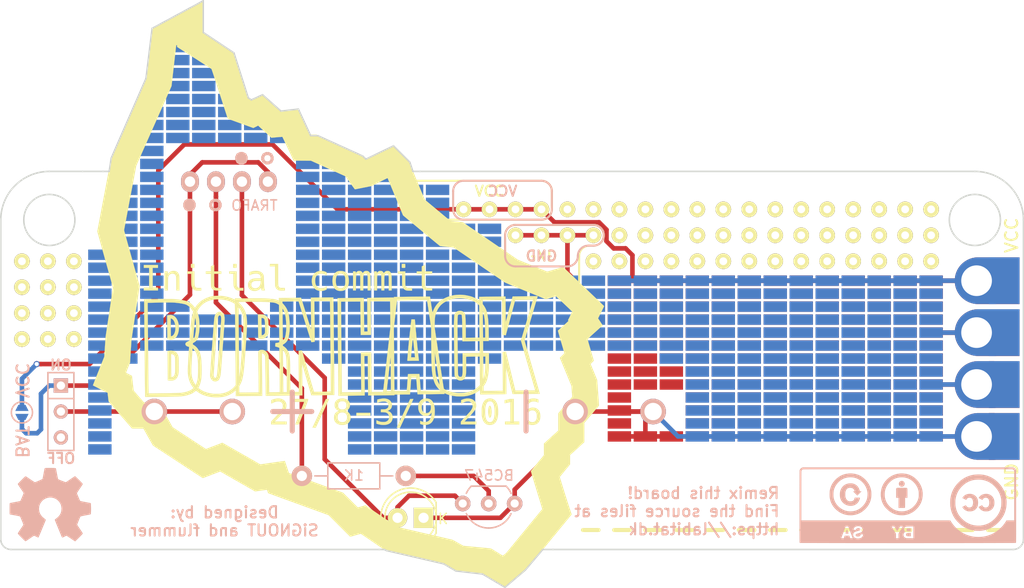
<source format=kicad_pcb>
(kicad_pcb (version 20171130) (host pcbnew "(5.1.12)-1")
  (layers (0 F.Cu signal) (31 B.Cu signal) (34 B.Paste user hide) (35 F.Paste user hide) (36 B.SilkS user hide) (37 F.SilkS user hide) (38 B.Mask user hide) (39 F.Mask user hide) (44 Edge.Cuts user))
  (net 0 "")
  (net 1 "Net-(BT1-Pad1)")
  (net 2 GND)
  (net 3 "Net-(D1-Pad2)")
  (net 4 "Net-(Q1-Pad2)")
  (net 5 "Net-(R1-Pad1)")
  (net 6 VCC)
  (net 7 "Net-(SW1-Pad3)")
  (net 8 "Net-(P1-Pad1)")
  (net 9 "Net-(P2-Pad1)")
  (net 10 +BATT)
  (module Connectors:SMD_Proto_pad (layer B.Cu) (at 115.57 107.315 270)
    (fp_text reference REF** hide)
    (fp_text value "SMD Proto pad" hide)
    (pad 1 smd rect (at 0 0 270) (size 1.016 2.286) (layers B.Cu B.Paste B.Mask))
  )
  (module Connectors:SMD_Proto_pad (layer B.Cu) (at 62.23 107.315 270)
    (fp_text reference REF** hide)
    (fp_text value "SMD Proto pad" hide)
    (pad 1 smd rect (at 0 0 270) (size 1.016 2.286) (layers B.Cu B.Paste B.Mask))
  )
  (module Connectors:SMD_Proto_pad (layer B.Cu) (at 59.69 116.205 270)
    (fp_text reference REF** hide)
    (fp_text value "SMD Proto pad" hide)
    (pad 1 smd rect (at 0 0 270) (size 1.016 2.286) (layers B.Cu B.Paste B.Mask))
  )
  (module Connectors:SMD_Proto_pad (layer B.Cu) (at 59.69 114.935 270)
    (fp_text reference REF** hide)
    (fp_text value "SMD Proto pad" hide)
    (pad 1 smd rect (at 0 0 270) (size 1.016 2.286) (layers B.Cu B.Paste B.Mask))
  )
  (module Connectors:SMD_Proto_pad (layer B.Cu) (at 59.69 113.665 270)
    (fp_text reference REF** hide)
    (fp_text value "SMD Proto pad" hide)
    (pad 1 smd rect (at 0 0 270) (size 1.016 2.286) (layers B.Cu B.Paste B.Mask))
  )
  (module Connectors:SMD_Proto_pad (layer B.Cu) (at 59.69 112.395 270)
    (fp_text reference REF** hide)
    (fp_text value "SMD Proto pad" hide)
    (pad 1 smd rect (at 0 0 270) (size 1.016 2.286) (layers B.Cu B.Paste B.Mask))
  )
  (module Connectors:SMD_Proto_pad (layer B.Cu) (at 59.69 111.125 270)
    (fp_text reference REF** hide)
    (fp_text value "SMD Proto pad" hide)
    (pad 1 smd rect (at 0 0 270) (size 1.016 2.286) (layers B.Cu B.Paste B.Mask))
  )
  (module Connectors:SMD_Proto_pad (layer B.Cu) (at 59.69 109.855 270)
    (fp_text reference REF** hide)
    (fp_text value "SMD Proto pad" hide)
    (pad 1 smd rect (at 0 0 270) (size 1.016 2.286) (layers B.Cu B.Paste B.Mask))
  )
  (module Connectors:SMD_Proto_pad (layer B.Cu) (at 59.69 108.585 270)
    (fp_text reference REF** hide)
    (fp_text value "SMD Proto pad" hide)
    (pad 1 smd rect (at 0 0 270) (size 1.016 2.286) (layers B.Cu B.Paste B.Mask))
  )
  (module Connectors:SMD_Proto_pad (layer B.Cu) (at 59.69 107.315 270)
    (fp_text reference REF** hide)
    (fp_text value "SMD Proto pad" hide)
    (pad 1 smd rect (at 0 0 270) (size 1.016 2.286) (layers B.Cu B.Paste B.Mask))
  )
  (module Connectors:SMD_Proto_pad (layer B.Cu) (at 67.31 102.235 270)
    (fp_text reference REF** hide)
    (fp_text value "SMD Proto pad" hide)
    (pad 1 smd rect (at 0 0 270) (size 1.016 2.286) (layers B.Cu B.Paste B.Mask))
  )
  (module Connectors:SMD_Proto_pad (layer B.Cu) (at 77.47 102.235 270)
    (fp_text reference REF** hide)
    (fp_text value "SMD Proto pad" hide)
    (pad 1 smd rect (at 0 0 270) (size 1.016 2.286) (layers B.Cu B.Paste B.Mask))
  )
  (module Connectors:SMD_Proto_pad (layer B.Cu) (at 97.79 107.315 270)
    (fp_text reference REF** hide)
    (fp_text value "SMD Proto pad" hide)
    (pad 1 smd rect (at 0 0 270) (size 1.016 2.286) (layers B.Cu B.Paste B.Mask))
  )
  (module Connectors:SMD_Proto_pad (layer B.Cu) (at 82.55 107.315 270)
    (fp_text reference REF** hide)
    (fp_text value "SMD Proto pad" hide)
    (pad 1 smd rect (at 0 0 270) (size 1.016 2.286) (layers B.Cu B.Paste B.Mask))
  )
  (module Connectors:SMD_Proto_pad (layer B.Cu) (at 67.31 103.505 270)
    (fp_text reference REF** hide)
    (fp_text value "SMD Proto pad" hide)
    (pad 1 smd rect (at 0 0 270) (size 1.016 2.286) (layers B.Cu B.Paste B.Mask))
  )
  (module Connectors:SMD_Proto_pad (layer B.Cu) (at 69.85 103.505 270)
    (fp_text reference REF** hide)
    (fp_text value "SMD Proto pad" hide)
    (pad 1 smd rect (at 0 0 270) (size 1.016 2.286) (layers B.Cu B.Paste B.Mask))
  )
  (module Connectors:SMD_Proto_pad (layer B.Cu) (at 72.39 103.505 270)
    (fp_text reference REF** hide)
    (fp_text value "SMD Proto pad" hide)
    (pad 1 smd rect (at 0 0 270) (size 1.016 2.286) (layers B.Cu B.Paste B.Mask))
  )
  (module Connectors:SMD_Proto_pad (layer B.Cu) (at 74.93 103.505 270)
    (fp_text reference REF** hide)
    (fp_text value "SMD Proto pad" hide)
    (pad 1 smd rect (at 0 0 270) (size 1.016 2.286) (layers B.Cu B.Paste B.Mask))
  )
  (module Connectors:SMD_Proto_pad (layer B.Cu) (at 77.47 103.505 270)
    (fp_text reference REF** hide)
    (fp_text value "SMD Proto pad" hide)
    (pad 1 smd rect (at 0 0 270) (size 1.016 2.286) (layers B.Cu B.Paste B.Mask))
  )
  (module Connectors:SMD_Proto_pad (layer B.Cu) (at 77.47 104.775 270)
    (fp_text reference REF** hide)
    (fp_text value "SMD Proto pad" hide)
    (pad 1 smd rect (at 0 0 270) (size 1.016 2.286) (layers B.Cu B.Paste B.Mask))
  )
  (module Connectors:SMD_Proto_pad (layer B.Cu) (at 74.93 104.775 270)
    (fp_text reference REF** hide)
    (fp_text value "SMD Proto pad" hide)
    (pad 1 smd rect (at 0 0 270) (size 1.016 2.286) (layers B.Cu B.Paste B.Mask))
  )
  (module Connectors:SMD_Proto_pad (layer B.Cu) (at 72.39 104.775 270)
    (fp_text reference REF** hide)
    (fp_text value "SMD Proto pad" hide)
    (pad 1 smd rect (at 0 0 270) (size 1.016 2.286) (layers B.Cu B.Paste B.Mask))
  )
  (module Connectors:SMD_Proto_pad (layer B.Cu) (at 69.85 104.775 270)
    (fp_text reference REF** hide)
    (fp_text value "SMD Proto pad" hide)
    (pad 1 smd rect (at 0 0 270) (size 1.016 2.286) (layers B.Cu B.Paste B.Mask))
  )
  (module Connectors:SMD_Proto_pad (layer B.Cu) (at 67.31 104.775 270)
    (fp_text reference REF** hide)
    (fp_text value "SMD Proto pad" hide)
    (pad 1 smd rect (at 0 0 270) (size 1.016 2.286) (layers B.Cu B.Paste B.Mask))
  )
  (module Connectors:SMD_Proto_pad (layer B.Cu) (at 59.69 106.045 270)
    (fp_text reference REF** hide)
    (fp_text value "SMD Proto pad" hide)
    (pad 1 smd rect (at 0 0 270) (size 1.016 2.286) (layers B.Cu B.Paste B.Mask))
  )
  (module Connectors:SMD_Proto_pad (layer B.Cu) (at 59.69 104.775 270)
    (fp_text reference REF** hide)
    (fp_text value "SMD Proto pad" hide)
    (pad 1 smd rect (at 0 0 270) (size 1.016 2.286) (layers B.Cu B.Paste B.Mask))
  )
  (module Connectors:SMD_Proto_pad (layer B.Cu) (at 59.69 103.505 270)
    (fp_text reference REF** hide)
    (fp_text value "SMD Proto pad" hide)
    (pad 1 smd rect (at 0 0 270) (size 1.016 2.286) (layers B.Cu B.Paste B.Mask))
  )
  (module Connectors:SMD_Proto_pad (layer B.Cu) (at 59.69 102.235 270)
    (fp_text reference REF** hide)
    (fp_text value "SMD Proto pad" hide)
    (pad 1 smd rect (at 0 0 270) (size 1.016 2.286) (layers B.Cu B.Paste B.Mask))
  )
  (module Connectors:SMD_Proto_pad (layer B.Cu) (at 59.69 100.965 270)
    (fp_text reference REF** hide)
    (fp_text value "SMD Proto pad" hide)
    (pad 1 smd rect (at 0 0 270) (size 1.016 2.286) (layers B.Cu B.Paste B.Mask))
  )
  (module Connectors:SMD_Proto_pad (layer B.Cu) (at 59.69 99.695 270)
    (fp_text reference REF** hide)
    (fp_text value "SMD Proto pad" hide)
    (pad 1 smd rect (at 0 0 270) (size 1.016 2.286) (layers B.Cu B.Paste B.Mask))
  )
  (module Connectors:SMD_Proto_pad (layer B.Cu) (at 59.69 98.425 270)
    (fp_text reference REF** hide)
    (fp_text value "SMD Proto pad" hide)
    (pad 1 smd rect (at 0 0 270) (size 1.016 2.286) (layers B.Cu B.Paste B.Mask))
  )
  (module Connectors:SMD_Proto_pad (layer B.Cu) (at 59.69 97.155 270)
    (fp_text reference REF** hide)
    (fp_text value "SMD Proto pad" hide)
    (pad 1 smd rect (at 0 0 270) (size 1.016 2.286) (layers B.Cu B.Paste B.Mask))
  )
  (module Connectors:SMD_Proto_pad (layer B.Cu) (at 62.23 106.045 270)
    (fp_text reference REF** hide)
    (fp_text value "SMD Proto pad" hide)
    (pad 1 smd rect (at 0 0 270) (size 1.016 2.286) (layers B.Cu B.Paste B.Mask))
  )
  (module Connectors:SMD_Proto_pad (layer B.Cu) (at 62.23 104.775 270)
    (fp_text reference REF** hide)
    (fp_text value "SMD Proto pad" hide)
    (pad 1 smd rect (at 0 0 270) (size 1.016 2.286) (layers B.Cu B.Paste B.Mask))
  )
  (module Connectors:SMD_Proto_pad (layer B.Cu) (at 62.23 103.505 270)
    (fp_text reference REF** hide)
    (fp_text value "SMD Proto pad" hide)
    (pad 1 smd rect (at 0 0 270) (size 1.016 2.286) (layers B.Cu B.Paste B.Mask))
  )
  (module Connectors:SMD_Proto_pad (layer B.Cu) (at 62.23 102.235 270)
    (fp_text reference REF** hide)
    (fp_text value "SMD Proto pad" hide)
    (pad 1 smd rect (at 0 0 270) (size 1.016 2.286) (layers B.Cu B.Paste B.Mask))
  )
  (module Connectors:SMD_Proto_pad (layer B.Cu) (at 62.23 100.965 270)
    (fp_text reference REF** hide)
    (fp_text value "SMD Proto pad" hide)
    (pad 1 smd rect (at 0 0 270) (size 1.016 2.286) (layers B.Cu B.Paste B.Mask))
  )
  (module Connectors:SMD_Proto_pad (layer B.Cu) (at 62.23 99.695 270)
    (fp_text reference REF** hide)
    (fp_text value "SMD Proto pad" hide)
    (pad 1 smd rect (at 0 0 270) (size 1.016 2.286) (layers B.Cu B.Paste B.Mask))
  )
  (module Connectors:SMD_Proto_pad (layer B.Cu) (at 62.23 98.425 270)
    (fp_text reference REF** hide)
    (fp_text value "SMD Proto pad" hide)
    (pad 1 smd rect (at 0 0 270) (size 1.016 2.286) (layers B.Cu B.Paste B.Mask))
  )
  (module Connectors:SMD_Proto_pad (layer B.Cu) (at 62.23 97.155 270)
    (fp_text reference REF** hide)
    (fp_text value "SMD Proto pad" hide)
    (pad 1 smd rect (at 0 0 270) (size 1.016 2.286) (layers B.Cu B.Paste B.Mask))
  )
  (module Connectors:SMD_Proto_pad (layer B.Cu) (at 62.23 95.885 270)
    (fp_text reference REF** hide)
    (fp_text value "SMD Proto pad" hide)
    (pad 1 smd rect (at 0 0 270) (size 1.016 2.286) (layers B.Cu B.Paste B.Mask))
  )
  (module Connectors:SMD_Proto_pad (layer B.Cu) (at 62.23 94.615 270)
    (fp_text reference REF** hide)
    (fp_text value "SMD Proto pad" hide)
    (pad 1 smd rect (at 0 0 270) (size 1.016 2.286) (layers B.Cu B.Paste B.Mask))
  )
  (module Connectors:SMD_Proto_pad (layer B.Cu) (at 62.23 93.345 270)
    (fp_text reference REF** hide)
    (fp_text value "SMD Proto pad" hide)
    (pad 1 smd rect (at 0 0 270) (size 1.016 2.286) (layers B.Cu B.Paste B.Mask))
  )
  (module Connectors:SMD_Proto_pad (layer B.Cu) (at 62.23 92.075 270)
    (fp_text reference REF** hide)
    (fp_text value "SMD Proto pad" hide)
    (pad 1 smd rect (at 0 0 270) (size 1.016 2.286) (layers B.Cu B.Paste B.Mask))
  )
  (module Connectors:SMD_Proto_pad (layer B.Cu) (at 62.23 90.805 270)
    (fp_text reference REF** hide)
    (fp_text value "SMD Proto pad" hide)
    (pad 1 smd rect (at 0 0 270) (size 1.016 2.286) (layers B.Cu B.Paste B.Mask))
  )
  (module Aesthetics:Bornhack-logo-50mm (layer F.Cu) (at 84 101)
    (fp_text reference G*** hide)
    (fp_text value LOGO hide)
  )
  (module Connectors:SMD_Proto_pad (layer B.Cu) (at 95.25 116.205 270)
    (fp_text reference REF** hide)
    (fp_text value "SMD Proto pad" hide)
    (pad 1 smd rect (at 0 0 270) (size 1.016 2.286) (layers B.Cu B.Paste B.Mask))
  )
  (module Connectors:SMD_Proto_pad (layer B.Cu) (at 95.25 114.935 270)
    (fp_text reference REF** hide)
    (fp_text value "SMD Proto pad" hide)
    (pad 1 smd rect (at 0 0 270) (size 1.016 2.286) (layers B.Cu B.Paste B.Mask))
  )
  (module Connectors:SMD_Proto_pad (layer B.Cu) (at 95.25 113.665 270)
    (fp_text reference REF** hide)
    (fp_text value "SMD Proto pad" hide)
    (pad 1 smd rect (at 0 0 270) (size 1.016 2.286) (layers B.Cu B.Paste B.Mask))
  )
  (module Connectors:SMD_Proto_pad (layer B.Cu) (at 95.25 112.395 270)
    (fp_text reference REF** hide)
    (fp_text value "SMD Proto pad" hide)
    (pad 1 smd rect (at 0 0 270) (size 1.016 2.286) (layers B.Cu B.Paste B.Mask))
  )
  (module Connectors:SMD_Proto_pad (layer B.Cu) (at 95.25 111.125 270)
    (fp_text reference REF** hide)
    (fp_text value "SMD Proto pad" hide)
    (pad 1 smd rect (at 0 0 270) (size 1.016 2.286) (layers B.Cu B.Paste B.Mask))
  )
  (module Connectors:SMD_Proto_pad (layer B.Cu) (at 95.25 109.855 270)
    (fp_text reference REF** hide)
    (fp_text value "SMD Proto pad" hide)
    (pad 1 smd rect (at 0 0 270) (size 1.016 2.286) (layers B.Cu B.Paste B.Mask))
  )
  (module Connectors:SMD_Proto_pad (layer B.Cu) (at 95.25 108.585 270)
    (fp_text reference REF** hide)
    (fp_text value "SMD Proto pad" hide)
    (pad 1 smd rect (at 0 0 270) (size 1.016 2.286) (layers B.Cu B.Paste B.Mask))
  )
  (module Connectors:SMD_Proto_pad (layer B.Cu) (at 92.71 108.585 270)
    (fp_text reference REF** hide)
    (fp_text value "SMD Proto pad" hide)
    (pad 1 smd rect (at 0 0 270) (size 1.016 2.286) (layers B.Cu B.Paste B.Mask))
  )
  (module Connectors:SMD_Proto_pad (layer B.Cu) (at 92.71 109.855 270)
    (fp_text reference REF** hide)
    (fp_text value "SMD Proto pad" hide)
    (pad 1 smd rect (at 0 0 270) (size 1.016 2.286) (layers B.Cu B.Paste B.Mask))
  )
  (module Connectors:SMD_Proto_pad (layer B.Cu) (at 92.71 111.125 270)
    (fp_text reference REF** hide)
    (fp_text value "SMD Proto pad" hide)
    (pad 1 smd rect (at 0 0 270) (size 1.016 2.286) (layers B.Cu B.Paste B.Mask))
  )
  (module Connectors:SMD_Proto_pad (layer B.Cu) (at 92.71 112.395 270)
    (fp_text reference REF** hide)
    (fp_text value "SMD Proto pad" hide)
    (pad 1 smd rect (at 0 0 270) (size 1.016 2.286) (layers B.Cu B.Paste B.Mask))
  )
  (module Connectors:SMD_Proto_pad (layer B.Cu) (at 92.71 113.665 270)
    (fp_text reference REF** hide)
    (fp_text value "SMD Proto pad" hide)
    (pad 1 smd rect (at 0 0 270) (size 1.016 2.286) (layers B.Cu B.Paste B.Mask))
  )
  (module Connectors:SMD_Proto_pad (layer B.Cu) (at 92.71 114.935 270)
    (fp_text reference REF** hide)
    (fp_text value "SMD Proto pad" hide)
    (pad 1 smd rect (at 0 0 270) (size 1.016 2.286) (layers B.Cu B.Paste B.Mask))
  )
  (module Connectors:SMD_Proto_pad (layer B.Cu) (at 92.71 116.205 270)
    (fp_text reference REF** hide)
    (fp_text value "SMD Proto pad" hide)
    (pad 1 smd rect (at 0 0 270) (size 1.016 2.286) (layers B.Cu B.Paste B.Mask))
  )
  (module Connectors:SMD_Proto_pad (layer B.Cu) (at 90.17 116.205 270)
    (fp_text reference REF** hide)
    (fp_text value "SMD Proto pad" hide)
    (pad 1 smd rect (at 0 0 270) (size 1.016 2.286) (layers B.Cu B.Paste B.Mask))
  )
  (module Connectors:SMD_Proto_pad (layer B.Cu) (at 90.17 114.935 270)
    (fp_text reference REF** hide)
    (fp_text value "SMD Proto pad" hide)
    (pad 1 smd rect (at 0 0 270) (size 1.016 2.286) (layers B.Cu B.Paste B.Mask))
  )
  (module Connectors:SMD_Proto_pad (layer B.Cu) (at 90.17 113.665 270)
    (fp_text reference REF** hide)
    (fp_text value "SMD Proto pad" hide)
    (pad 1 smd rect (at 0 0 270) (size 1.016 2.286) (layers B.Cu B.Paste B.Mask))
  )
  (module Connectors:SMD_Proto_pad (layer B.Cu) (at 90.17 112.395 270)
    (fp_text reference REF** hide)
    (fp_text value "SMD Proto pad" hide)
    (pad 1 smd rect (at 0 0 270) (size 1.016 2.286) (layers B.Cu B.Paste B.Mask))
  )
  (module Connectors:SMD_Proto_pad (layer B.Cu) (at 90.17 111.125 270)
    (fp_text reference REF** hide)
    (fp_text value "SMD Proto pad" hide)
    (pad 1 smd rect (at 0 0 270) (size 1.016 2.286) (layers B.Cu B.Paste B.Mask))
  )
  (module Connectors:SMD_Proto_pad (layer B.Cu) (at 90.17 109.855 270)
    (fp_text reference REF** hide)
    (fp_text value "SMD Proto pad" hide)
    (pad 1 smd rect (at 0 0 270) (size 1.016 2.286) (layers B.Cu B.Paste B.Mask))
  )
  (module Connectors:SMD_Proto_pad (layer B.Cu) (at 90.17 108.585 270)
    (fp_text reference REF** hide)
    (fp_text value "SMD Proto pad" hide)
    (pad 1 smd rect (at 0 0 270) (size 1.016 2.286) (layers B.Cu B.Paste B.Mask))
  )
  (module Connectors:SMD_Proto_pad (layer B.Cu) (at 87.63 108.585 270)
    (fp_text reference REF** hide)
    (fp_text value "SMD Proto pad" hide)
    (pad 1 smd rect (at 0 0 270) (size 1.016 2.286) (layers B.Cu B.Paste B.Mask))
  )
  (module Connectors:SMD_Proto_pad (layer B.Cu) (at 87.63 109.855 270)
    (fp_text reference REF** hide)
    (fp_text value "SMD Proto pad" hide)
    (pad 1 smd rect (at 0 0 270) (size 1.016 2.286) (layers B.Cu B.Paste B.Mask))
  )
  (module Connectors:SMD_Proto_pad (layer B.Cu) (at 87.63 111.125 270)
    (fp_text reference REF** hide)
    (fp_text value "SMD Proto pad" hide)
    (pad 1 smd rect (at 0 0 270) (size 1.016 2.286) (layers B.Cu B.Paste B.Mask))
  )
  (module Connectors:SMD_Proto_pad (layer B.Cu) (at 87.63 112.395 270)
    (fp_text reference REF** hide)
    (fp_text value "SMD Proto pad" hide)
    (pad 1 smd rect (at 0 0 270) (size 1.016 2.286) (layers B.Cu B.Paste B.Mask))
  )
  (module Connectors:SMD_Proto_pad (layer B.Cu) (at 87.63 113.665 270)
    (fp_text reference REF** hide)
    (fp_text value "SMD Proto pad" hide)
    (pad 1 smd rect (at 0 0 270) (size 1.016 2.286) (layers B.Cu B.Paste B.Mask))
  )
  (module Connectors:SMD_Proto_pad (layer B.Cu) (at 87.63 114.935 270)
    (fp_text reference REF** hide)
    (fp_text value "SMD Proto pad" hide)
    (pad 1 smd rect (at 0 0 270) (size 1.016 2.286) (layers B.Cu B.Paste B.Mask))
  )
  (module Connectors:SMD_Proto_pad (layer B.Cu) (at 87.63 116.205 270)
    (fp_text reference REF** hide)
    (fp_text value "SMD Proto pad" hide)
    (pad 1 smd rect (at 0 0 270) (size 1.016 2.286) (layers B.Cu B.Paste B.Mask))
  )
  (module Connectors:SMD_Proto_pad (layer B.Cu) (at 85.09 116.205 270)
    (fp_text reference REF** hide)
    (fp_text value "SMD Proto pad" hide)
    (pad 1 smd rect (at 0 0 270) (size 1.016 2.286) (layers B.Cu B.Paste B.Mask))
  )
  (module Connectors:SMD_Proto_pad (layer B.Cu) (at 85.09 114.935 270)
    (fp_text reference REF** hide)
    (fp_text value "SMD Proto pad" hide)
    (pad 1 smd rect (at 0 0 270) (size 1.016 2.286) (layers B.Cu B.Paste B.Mask))
  )
  (module Connectors:SMD_Proto_pad (layer B.Cu) (at 85.09 113.665 270)
    (fp_text reference REF** hide)
    (fp_text value "SMD Proto pad" hide)
    (pad 1 smd rect (at 0 0 270) (size 1.016 2.286) (layers B.Cu B.Paste B.Mask))
  )
  (module Connectors:SMD_Proto_pad (layer B.Cu) (at 85.09 112.395 270)
    (fp_text reference REF** hide)
    (fp_text value "SMD Proto pad" hide)
    (pad 1 smd rect (at 0 0 270) (size 1.016 2.286) (layers B.Cu B.Paste B.Mask))
  )
  (module Connectors:SMD_Proto_pad (layer B.Cu) (at 85.09 111.125 270)
    (fp_text reference REF** hide)
    (fp_text value "SMD Proto pad" hide)
    (pad 1 smd rect (at 0 0 270) (size 1.016 2.286) (layers B.Cu B.Paste B.Mask))
  )
  (module Connectors:SMD_Proto_pad (layer B.Cu) (at 85.09 109.855 270)
    (fp_text reference REF** hide)
    (fp_text value "SMD Proto pad" hide)
    (pad 1 smd rect (at 0 0 270) (size 1.016 2.286) (layers B.Cu B.Paste B.Mask))
  )
  (module Connectors:SMD_Proto_pad (layer B.Cu) (at 85.09 108.585 270)
    (fp_text reference REF** hide)
    (fp_text value "SMD Proto pad" hide)
    (pad 1 smd rect (at 0 0 270) (size 1.016 2.286) (layers B.Cu B.Paste B.Mask))
  )
  (module Connectors:SMD_Proto_pad (layer B.Cu) (at 67.31 106.045 270)
    (fp_text reference REF** hide)
    (fp_text value "SMD Proto pad" hide)
    (pad 1 smd rect (at 0 0 270) (size 1.016 2.286) (layers B.Cu B.Paste B.Mask))
  )
  (module Connectors:SMD_Proto_pad (layer B.Cu) (at 69.85 106.045 270)
    (fp_text reference REF** hide)
    (fp_text value "SMD Proto pad" hide)
    (pad 1 smd rect (at 0 0 270) (size 1.016 2.286) (layers B.Cu B.Paste B.Mask))
  )
  (module Connectors:SMD_Proto_pad (layer B.Cu) (at 72.39 106.045 270)
    (fp_text reference REF** hide)
    (fp_text value "SMD Proto pad" hide)
    (pad 1 smd rect (at 0 0 270) (size 1.016 2.286) (layers B.Cu B.Paste B.Mask))
  )
  (module Connectors:SMD_Proto_pad (layer B.Cu) (at 74.93 106.045 270)
    (fp_text reference REF** hide)
    (fp_text value "SMD Proto pad" hide)
    (pad 1 smd rect (at 0 0 270) (size 1.016 2.286) (layers B.Cu B.Paste B.Mask))
  )
  (module Connectors:SMD_Proto_pad (layer B.Cu) (at 77.47 106.045 270)
    (fp_text reference REF** hide)
    (fp_text value "SMD Proto pad" hide)
    (pad 1 smd rect (at 0 0 270) (size 1.016 2.286) (layers B.Cu B.Paste B.Mask))
  )
  (module Connectors:SMD_Proto_pad (layer B.Cu) (at 64.77 106.045 270)
    (fp_text reference REF** hide)
    (fp_text value "SMD Proto pad" hide)
    (pad 1 smd rect (at 0 0 270) (size 1.016 2.286) (layers B.Cu B.Paste B.Mask))
  )
  (module Connectors:SMD_Proto_pad (layer B.Cu) (at 64.77 104.775 270)
    (fp_text reference REF** hide)
    (fp_text value "SMD Proto pad" hide)
    (pad 1 smd rect (at 0 0 270) (size 1.016 2.286) (layers B.Cu B.Paste B.Mask))
  )
  (module Connectors:SMD_Proto_pad (layer B.Cu) (at 64.77 103.505 270)
    (fp_text reference REF** hide)
    (fp_text value "SMD Proto pad" hide)
    (pad 1 smd rect (at 0 0 270) (size 1.016 2.286) (layers B.Cu B.Paste B.Mask))
  )
  (module Connectors:SMD_Proto_pad (layer B.Cu) (at 64.77 102.235 270)
    (fp_text reference REF** hide)
    (fp_text value "SMD Proto pad" hide)
    (pad 1 smd rect (at 0 0 270) (size 1.016 2.286) (layers B.Cu B.Paste B.Mask))
  )
  (module Connectors:SMD_Proto_pad (layer B.Cu) (at 64.77 100.965 270)
    (fp_text reference REF** hide)
    (fp_text value "SMD Proto pad" hide)
    (pad 1 smd rect (at 0 0 270) (size 1.016 2.286) (layers B.Cu B.Paste B.Mask))
  )
  (module Connectors:SMD_Proto_pad (layer B.Cu) (at 64.77 99.695 270)
    (fp_text reference REF** hide)
    (fp_text value "SMD Proto pad" hide)
    (pad 1 smd rect (at 0 0 270) (size 1.016 2.286) (layers B.Cu B.Paste B.Mask))
  )
  (module Connectors:SMD_Proto_pad (layer B.Cu) (at 64.77 98.425 270)
    (fp_text reference REF** hide)
    (fp_text value "SMD Proto pad" hide)
    (pad 1 smd rect (at 0 0 270) (size 1.016 2.286) (layers B.Cu B.Paste B.Mask))
  )
  (module Connectors:SMD_Proto_pad (layer B.Cu) (at 64.77 97.155 270)
    (fp_text reference REF** hide)
    (fp_text value "SMD Proto pad" hide)
    (pad 1 smd rect (at 0 0 270) (size 1.016 2.286) (layers B.Cu B.Paste B.Mask))
  )
  (module Connectors:SMD_Proto_pad (layer B.Cu) (at 64.77 95.885 270)
    (fp_text reference REF** hide)
    (fp_text value "SMD Proto pad" hide)
    (pad 1 smd rect (at 0 0 270) (size 1.016 2.286) (layers B.Cu B.Paste B.Mask))
  )
  (module Connectors:SMD_Proto_pad (layer B.Cu) (at 64.77 94.615 270)
    (fp_text reference REF** hide)
    (fp_text value "SMD Proto pad" hide)
    (pad 1 smd rect (at 0 0 270) (size 1.016 2.286) (layers B.Cu B.Paste B.Mask))
  )
  (module Connectors:SMD_Proto_pad (layer B.Cu) (at 64.77 93.345 270)
    (fp_text reference REF** hide)
    (fp_text value "SMD Proto pad" hide)
    (pad 1 smd rect (at 0 0 270) (size 1.016 2.286) (layers B.Cu B.Paste B.Mask))
  )
  (module Connectors:SMD_Proto_pad (layer B.Cu) (at 64.77 92.075 270)
    (fp_text reference REF** hide)
    (fp_text value "SMD Proto pad" hide)
    (pad 1 smd rect (at 0 0 270) (size 1.016 2.286) (layers B.Cu B.Paste B.Mask))
  )
  (module Connectors:SMD_Proto_pad (layer B.Cu) (at 80.01 106.045 270)
    (fp_text reference REF** hide)
    (fp_text value "SMD Proto pad" hide)
    (pad 1 smd rect (at 0 0 270) (size 1.016 2.286) (layers B.Cu B.Paste B.Mask))
  )
  (module Connectors:SMD_Proto_pad (layer B.Cu) (at 80.01 104.775 270)
    (fp_text reference REF** hide)
    (fp_text value "SMD Proto pad" hide)
    (pad 1 smd rect (at 0 0 270) (size 1.016 2.286) (layers B.Cu B.Paste B.Mask))
  )
  (module Connectors:SMD_Proto_pad (layer B.Cu) (at 80.01 103.505 270)
    (fp_text reference REF** hide)
    (fp_text value "SMD Proto pad" hide)
    (pad 1 smd rect (at 0 0 270) (size 1.016 2.286) (layers B.Cu B.Paste B.Mask))
  )
  (module Connectors:SMD_Proto_pad (layer B.Cu) (at 80.01 102.235 270)
    (fp_text reference REF** hide)
    (fp_text value "SMD Proto pad" hide)
    (pad 1 smd rect (at 0 0 270) (size 1.016 2.286) (layers B.Cu B.Paste B.Mask))
  )
  (module Connectors:SMD_Proto_pad (layer B.Cu) (at 80.01 100.965 270)
    (fp_text reference REF** hide)
    (fp_text value "SMD Proto pad" hide)
    (pad 1 smd rect (at 0 0 270) (size 1.016 2.286) (layers B.Cu B.Paste B.Mask))
  )
  (module Connectors:SMD_Proto_pad (layer B.Cu) (at 80.01 99.695 270)
    (fp_text reference REF** hide)
    (fp_text value "SMD Proto pad" hide)
    (pad 1 smd rect (at 0 0 270) (size 1.016 2.286) (layers B.Cu B.Paste B.Mask))
  )
  (module Connectors:SMD_Proto_pad (layer B.Cu) (at 80.01 98.425 270)
    (fp_text reference REF** hide)
    (fp_text value "SMD Proto pad" hide)
    (pad 1 smd rect (at 0 0 270) (size 1.016 2.286) (layers B.Cu B.Paste B.Mask))
  )
  (module Connectors:SMD_Proto_pad (layer B.Cu) (at 80.01 97.155 270)
    (fp_text reference REF** hide)
    (fp_text value "SMD Proto pad" hide)
    (pad 1 smd rect (at 0 0 270) (size 1.016 2.286) (layers B.Cu B.Paste B.Mask))
  )
  (module Connectors:SMD_Proto_pad (layer B.Cu) (at 80.01 95.885 270)
    (fp_text reference REF** hide)
    (fp_text value "SMD Proto pad" hide)
    (pad 1 smd rect (at 0 0 270) (size 1.016 2.286) (layers B.Cu B.Paste B.Mask))
  )
  (module Connectors:SMD_Proto_pad (layer B.Cu) (at 80.01 94.615 270)
    (fp_text reference REF** hide)
    (fp_text value "SMD Proto pad" hide)
    (pad 1 smd rect (at 0 0 270) (size 1.016 2.286) (layers B.Cu B.Paste B.Mask))
  )
  (module Connectors:SMD_Proto_pad (layer B.Cu) (at 80.01 93.345 270)
    (fp_text reference REF** hide)
    (fp_text value "SMD Proto pad" hide)
    (pad 1 smd rect (at 0 0 270) (size 1.016 2.286) (layers B.Cu B.Paste B.Mask))
  )
  (module Connectors:SMD_Proto_pad (layer B.Cu) (at 80.01 92.075 270)
    (fp_text reference REF** hide)
    (fp_text value "SMD Proto pad" hide)
    (pad 1 smd rect (at 0 0 270) (size 1.016 2.286) (layers B.Cu B.Paste B.Mask))
  )
  (module Connectors:SMD_Proto_pad (layer B.Cu) (at 80.01 90.805 270)
    (fp_text reference REF** hide)
    (fp_text value "SMD Proto pad" hide)
    (pad 1 smd rect (at 0 0 270) (size 1.016 2.286) (layers B.Cu B.Paste B.Mask))
  )
  (module Connectors:SMD_Proto_pad (layer B.Cu) (at 80.01 89.535 270)
    (fp_text reference REF** hide)
    (fp_text value "SMD Proto pad" hide)
    (pad 1 smd rect (at 0 0 270) (size 1.016 2.286) (layers B.Cu B.Paste B.Mask))
  )
  (module Connectors:SMD_Proto_pad (layer B.Cu) (at 64.77 90.805 270)
    (fp_text reference REF** hide)
    (fp_text value "SMD Proto pad" hide)
    (pad 1 smd rect (at 0 0 270) (size 1.016 2.286) (layers B.Cu B.Paste B.Mask))
  )
  (module Connectors:SMD_Proto_pad (layer B.Cu) (at 64.77 89.535 270)
    (fp_text reference REF** hide)
    (fp_text value "SMD Proto pad" hide)
    (pad 1 smd rect (at 0 0 270) (size 1.016 2.286) (layers B.Cu B.Paste B.Mask))
  )
  (module Connectors:SMD_Proto_pad (layer B.Cu) (at 64.77 88.265 270)
    (fp_text reference REF** hide)
    (fp_text value "SMD Proto pad" hide)
    (pad 1 smd rect (at 0 0 270) (size 1.016 2.286) (layers B.Cu B.Paste B.Mask))
  )
  (module Connectors:SMD_Proto_pad (layer B.Cu) (at 64.77 86.995 270)
    (fp_text reference REF** hide)
    (fp_text value "SMD Proto pad" hide)
    (pad 1 smd rect (at 0 0 270) (size 1.016 2.286) (layers B.Cu B.Paste B.Mask))
  )
  (module Connectors:SMD_Proto_pad (layer B.Cu) (at 64.77 85.725 270)
    (fp_text reference REF** hide)
    (fp_text value "SMD Proto pad" hide)
    (pad 1 smd rect (at 0 0 270) (size 1.016 2.286) (layers B.Cu B.Paste B.Mask))
  )
  (module Connectors:SMD_Proto_pad (layer B.Cu) (at 64.77 84.455 270)
    (fp_text reference REF** hide)
    (fp_text value "SMD Proto pad" hide)
    (pad 1 smd rect (at 0 0 270) (size 1.016 2.286) (layers B.Cu B.Paste B.Mask))
  )
  (module Connectors:SMD_Proto_pad (layer B.Cu) (at 69.85 78.105 270)
    (fp_text reference REF** hide)
    (fp_text value "SMD Proto pad" hide)
    (pad 1 smd rect (at 0 0 270) (size 1.016 2.286) (layers B.Cu B.Paste B.Mask))
  )
  (module Connectors:SMD_Proto_pad (layer B.Cu) (at 69.85 79.375 270)
    (fp_text reference REF** hide)
    (fp_text value "SMD Proto pad" hide)
    (pad 1 smd rect (at 0 0 270) (size 1.016 2.286) (layers B.Cu B.Paste B.Mask))
  )
  (module Connectors:SMD_Proto_pad (layer B.Cu) (at 69.85 80.645 270)
    (fp_text reference REF** hide)
    (fp_text value "SMD Proto pad" hide)
    (pad 1 smd rect (at 0 0 270) (size 1.016 2.286) (layers B.Cu B.Paste B.Mask))
  )
  (module Connectors:SMD_Proto_pad (layer B.Cu) (at 67.31 75.565 270)
    (fp_text reference REF** hide)
    (fp_text value "SMD Proto pad" hide)
    (pad 1 smd rect (at 0 0 270) (size 1.016 2.286) (layers B.Cu B.Paste B.Mask))
  )
  (module Connectors:SMD_Proto_pad (layer B.Cu) (at 67.31 76.835 270)
    (fp_text reference REF** hide)
    (fp_text value "SMD Proto pad" hide)
    (pad 1 smd rect (at 0 0 270) (size 1.016 2.286) (layers B.Cu B.Paste B.Mask))
  )
  (module Connectors:SMD_Proto_pad (layer B.Cu) (at 67.31 78.105 270)
    (fp_text reference REF** hide)
    (fp_text value "SMD Proto pad" hide)
    (pad 1 smd rect (at 0 0 270) (size 1.016 2.286) (layers B.Cu B.Paste B.Mask))
  )
  (module Connectors:SMD_Proto_pad (layer B.Cu) (at 67.31 79.375 270)
    (fp_text reference REF** hide)
    (fp_text value "SMD Proto pad" hide)
    (pad 1 smd rect (at 0 0 270) (size 1.016 2.286) (layers B.Cu B.Paste B.Mask))
  )
  (module Connectors:SMD_Proto_pad (layer B.Cu) (at 67.31 80.645 270)
    (fp_text reference REF** hide)
    (fp_text value "SMD Proto pad" hide)
    (pad 1 smd rect (at 0 0 270) (size 1.016 2.286) (layers B.Cu B.Paste B.Mask))
  )
  (module Connectors:SMD_Proto_pad (layer B.Cu) (at 64.77 83.185 270)
    (fp_text reference REF** hide)
    (fp_text value "SMD Proto pad" hide)
    (pad 1 smd rect (at 0 0 270) (size 1.016 2.286) (layers B.Cu B.Paste B.Mask))
  )
  (module Connectors:SMD_Proto_pad (layer B.Cu) (at 67.31 81.915 270)
    (fp_text reference REF** hide)
    (fp_text value "SMD Proto pad" hide)
    (pad 1 smd rect (at 0 0 270) (size 1.016 2.286) (layers B.Cu B.Paste B.Mask))
  )
  (module Connectors:SMD_Proto_pad (layer B.Cu) (at 69.85 81.915 270)
    (fp_text reference REF** hide)
    (fp_text value "SMD Proto pad" hide)
    (pad 1 smd rect (at 0 0 270) (size 1.016 2.286) (layers B.Cu B.Paste B.Mask))
  )
  (module Connectors:SMD_Proto_pad (layer B.Cu) (at 72.39 81.915 270)
    (fp_text reference REF** hide)
    (fp_text value "SMD Proto pad" hide)
    (pad 1 smd rect (at 0 0 270) (size 1.016 2.286) (layers B.Cu B.Paste B.Mask))
  )
  (module Connectors:SMD_Proto_pad (layer B.Cu) (at 67.31 83.185 270)
    (fp_text reference REF** hide)
    (fp_text value "SMD Proto pad" hide)
    (pad 1 smd rect (at 0 0 270) (size 1.016 2.286) (layers B.Cu B.Paste B.Mask))
  )
  (module Connectors:SMD_Proto_pad (layer B.Cu) (at 67.31 84.455 270)
    (fp_text reference REF** hide)
    (fp_text value "SMD Proto pad" hide)
    (pad 1 smd rect (at 0 0 270) (size 1.016 2.286) (layers B.Cu B.Paste B.Mask))
  )
  (module Connectors:SMD_Proto_pad (layer B.Cu) (at 67.31 85.725 270)
    (fp_text reference REF** hide)
    (fp_text value "SMD Proto pad" hide)
    (pad 1 smd rect (at 0 0 270) (size 1.016 2.286) (layers B.Cu B.Paste B.Mask))
  )
  (module Connectors:SMD_Proto_pad (layer B.Cu) (at 69.85 85.725 270)
    (fp_text reference REF** hide)
    (fp_text value "SMD Proto pad" hide)
    (pad 1 smd rect (at 0 0 270) (size 1.016 2.286) (layers B.Cu B.Paste B.Mask))
  )
  (module Connectors:SMD_Proto_pad (layer B.Cu) (at 69.85 84.455 270)
    (fp_text reference REF** hide)
    (fp_text value "SMD Proto pad" hide)
    (pad 1 smd rect (at 0 0 270) (size 1.016 2.286) (layers B.Cu B.Paste B.Mask))
  )
  (module Connectors:SMD_Proto_pad (layer B.Cu) (at 69.85 83.185 270)
    (fp_text reference REF** hide)
    (fp_text value "SMD Proto pad" hide)
    (pad 1 smd rect (at 0 0 270) (size 1.016 2.286) (layers B.Cu B.Paste B.Mask))
  )
  (module Connectors:SMD_Proto_pad (layer B.Cu) (at 74.93 83.185 270)
    (fp_text reference REF** hide)
    (fp_text value "SMD Proto pad" hide)
    (pad 1 smd rect (at 0 0 270) (size 1.016 2.286) (layers B.Cu B.Paste B.Mask))
  )
  (module Connectors:SMD_Proto_pad (layer B.Cu) (at 72.39 83.185 270)
    (fp_text reference REF** hide)
    (fp_text value "SMD Proto pad" hide)
    (pad 1 smd rect (at 0 0 270) (size 1.016 2.286) (layers B.Cu B.Paste B.Mask))
  )
  (module Connectors:SMD_Proto_pad (layer B.Cu) (at 72.39 84.455 270)
    (fp_text reference REF** hide)
    (fp_text value "SMD Proto pad" hide)
    (pad 1 smd rect (at 0 0 270) (size 1.016 2.286) (layers B.Cu B.Paste B.Mask))
  )
  (module Connectors:SMD_Proto_pad (layer B.Cu) (at 72.39 85.725 270)
    (fp_text reference REF** hide)
    (fp_text value "SMD Proto pad" hide)
    (pad 1 smd rect (at 0 0 270) (size 1.016 2.286) (layers B.Cu B.Paste B.Mask))
  )
  (module Connectors:SMD_Proto_pad (layer B.Cu) (at 74.93 85.725 270)
    (fp_text reference REF** hide)
    (fp_text value "SMD Proto pad" hide)
    (pad 1 smd rect (at 0 0 270) (size 1.016 2.286) (layers B.Cu B.Paste B.Mask))
  )
  (module Connectors:SMD_Proto_pad (layer B.Cu) (at 74.93 84.455 270)
    (fp_text reference REF** hide)
    (fp_text value "SMD Proto pad" hide)
    (pad 1 smd rect (at 0 0 270) (size 1.016 2.286) (layers B.Cu B.Paste B.Mask))
  )
  (module Connectors:SMD_Proto_pad (layer B.Cu) (at 77.47 84.455 270)
    (fp_text reference REF** hide)
    (fp_text value "SMD Proto pad" hide)
    (pad 1 smd rect (at 0 0 270) (size 1.016 2.286) (layers B.Cu B.Paste B.Mask))
  )
  (module Connectors:SMD_Proto_pad (layer B.Cu) (at 77.47 85.725 270)
    (fp_text reference REF** hide)
    (fp_text value "SMD Proto pad" hide)
    (pad 1 smd rect (at 0 0 270) (size 1.016 2.286) (layers B.Cu B.Paste B.Mask))
  )
  (module Connectors:SMD_Proto_pad (layer B.Cu) (at 80.01 86.995 270)
    (fp_text reference REF** hide)
    (fp_text value "SMD Proto pad" hide)
    (pad 1 smd rect (at 0 0 270) (size 1.016 2.286) (layers B.Cu B.Paste B.Mask))
  )
  (module Connectors:SMD_Proto_pad (layer B.Cu) (at 80.01 88.265 270)
    (fp_text reference REF** hide)
    (fp_text value "SMD Proto pad" hide)
    (pad 1 smd rect (at 0 0 270) (size 1.016 2.286) (layers B.Cu B.Paste B.Mask))
  )
  (module Connectors:SMD_Proto_pad (layer B.Cu) (at 82.55 88.265 270)
    (fp_text reference REF** hide)
    (fp_text value "SMD Proto pad" hide)
    (pad 1 smd rect (at 0 0 270) (size 1.016 2.286) (layers B.Cu B.Paste B.Mask))
  )
  (module Connectors:SMD_Proto_pad (layer F.Cu) (at 110.49 113.665 90)
    (fp_text reference REF** hide)
    (fp_text value "SMD Proto pad" hide)
    (pad 1 smd rect (at 0 0 90) (size 1.016 2.286) (layers F.Cu F.Paste F.Mask))
  )
  (module Connectors:SMD_Proto_pad (layer F.Cu) (at 110.49 112.395 90)
    (fp_text reference REF** hide)
    (fp_text value "SMD Proto pad" hide)
    (pad 1 smd rect (at 0 0 90) (size 1.016 2.286) (layers F.Cu F.Paste F.Mask) (net 2 GND))
  )
  (module Connectors:SMD_Proto_pad (layer F.Cu) (at 110.49 111.125 90)
    (fp_text reference REF** hide)
    (fp_text value "SMD Proto pad" hide)
    (pad 1 smd rect (at 0 0 90) (size 1.016 2.286) (layers F.Cu F.Paste F.Mask))
  )
  (module Connectors:SMD_Proto_pad (layer B.Cu) (at 118.11 114.935 270)
    (fp_text reference REF** hide)
    (fp_text value "SMD Proto pad" hide)
    (pad 1 smd rect (at 0 0 270) (size 1.016 2.286) (layers B.Cu B.Paste B.Mask) (net 2 GND))
  )
  (module Connectors:SMD_Proto_pad (layer B.Cu) (at 120.65 114.935 270)
    (fp_text reference REF** hide)
    (fp_text value "SMD Proto pad" hide)
    (pad 1 smd rect (at 0 0 270) (size 1.016 2.286) (layers B.Cu B.Paste B.Mask) (net 2 GND))
  )
  (module Connectors:SMD_Proto_pad (layer B.Cu) (at 123.19 114.935 270)
    (fp_text reference REF** hide)
    (fp_text value "SMD Proto pad" hide)
    (pad 1 smd rect (at 0 0 270) (size 1.016 2.286) (layers B.Cu B.Paste B.Mask) (net 2 GND))
  )
  (module Connectors:SMD_Proto_pad (layer B.Cu) (at 125.73 114.935 270)
    (fp_text reference REF** hide)
    (fp_text value "SMD Proto pad" hide)
    (pad 1 smd rect (at 0 0 270) (size 1.016 2.286) (layers B.Cu B.Paste B.Mask) (net 2 GND))
  )
  (module Connectors:SMD_Proto_pad (layer B.Cu) (at 128.27 114.935 270)
    (fp_text reference REF** hide)
    (fp_text value "SMD Proto pad" hide)
    (pad 1 smd rect (at 0 0 270) (size 1.016 2.286) (layers B.Cu B.Paste B.Mask) (net 2 GND))
  )
  (module Connectors:SMD_Proto_pad (layer B.Cu) (at 130.81 114.935 270)
    (fp_text reference REF** hide)
    (fp_text value "SMD Proto pad" hide)
    (pad 1 smd rect (at 0 0 270) (size 1.016 2.286) (layers B.Cu B.Paste B.Mask) (net 2 GND))
  )
  (module Connectors:SMD_Proto_pad (layer B.Cu) (at 133.35 114.935 270)
    (fp_text reference REF** hide)
    (fp_text value "SMD Proto pad" hide)
    (pad 1 smd rect (at 0 0 270) (size 1.016 2.286) (layers B.Cu B.Paste B.Mask) (net 2 GND))
  )
  (module Connectors:SMD_Proto_pad (layer B.Cu) (at 135.89 114.935 270)
    (fp_text reference REF** hide)
    (fp_text value "SMD Proto pad" hide)
    (pad 1 smd rect (at 0 0 270) (size 1.016 2.286) (layers B.Cu B.Paste B.Mask) (net 2 GND))
  )
  (module Connectors:SMD_Proto_pad (layer B.Cu) (at 138.43 114.935 270)
    (fp_text reference REF** hide)
    (fp_text value "SMD Proto pad" hide)
    (pad 1 smd rect (at 0 0 270) (size 1.016 2.286) (layers B.Cu B.Paste B.Mask) (net 2 GND))
  )
  (module Connectors:SMD_Proto_pad (layer B.Cu) (at 110.49 99.695 270)
    (fp_text reference REF** hide)
    (fp_text value "SMD Proto pad" hide)
    (pad 1 smd rect (at 0 0 270) (size 1.016 2.286) (layers B.Cu B.Paste B.Mask) (net 6 VCC))
  )
  (module Connectors:SMD_Proto_pad (layer B.Cu) (at 113.03 99.695 270)
    (fp_text reference REF** hide)
    (fp_text value "SMD Proto pad" hide)
    (pad 1 smd rect (at 0 0 270) (size 1.016 2.286) (layers B.Cu B.Paste B.Mask) (net 6 VCC))
  )
  (module Connectors:SMD_Proto_pad (layer B.Cu) (at 115.57 99.695 270)
    (fp_text reference REF** hide)
    (fp_text value "SMD Proto pad" hide)
    (pad 1 smd rect (at 0 0 270) (size 1.016 2.286) (layers B.Cu B.Paste B.Mask) (net 6 VCC))
  )
  (module Connectors:SMD_Proto_pad (layer B.Cu) (at 118.11 99.695 270)
    (fp_text reference REF** hide)
    (fp_text value "SMD Proto pad" hide)
    (pad 1 smd rect (at 0 0 270) (size 1.016 2.286) (layers B.Cu B.Paste B.Mask) (net 6 VCC))
  )
  (module Connectors:SMD_Proto_pad (layer B.Cu) (at 120.65 99.695 270)
    (fp_text reference REF** hide)
    (fp_text value "SMD Proto pad" hide)
    (pad 1 smd rect (at 0 0 270) (size 1.016 2.286) (layers B.Cu B.Paste B.Mask) (net 6 VCC))
  )
  (module Connectors:SMD_Proto_pad (layer B.Cu) (at 123.19 99.695 270)
    (fp_text reference REF** hide)
    (fp_text value "SMD Proto pad" hide)
    (pad 1 smd rect (at 0 0 270) (size 1.016 2.286) (layers B.Cu B.Paste B.Mask) (net 6 VCC))
  )
  (module Connectors:SMD_Proto_pad (layer B.Cu) (at 125.73 99.695 270)
    (fp_text reference REF** hide)
    (fp_text value "SMD Proto pad" hide)
    (pad 1 smd rect (at 0 0 270) (size 1.016 2.286) (layers B.Cu B.Paste B.Mask) (net 6 VCC))
  )
  (module Connectors:SMD_Proto_pad (layer B.Cu) (at 128.27 99.695 270)
    (fp_text reference REF** hide)
    (fp_text value "SMD Proto pad" hide)
    (pad 1 smd rect (at 0 0 270) (size 1.016 2.286) (layers B.Cu B.Paste B.Mask) (net 6 VCC))
  )
  (module Connectors:SMD_Proto_pad (layer B.Cu) (at 130.81 99.695 270)
    (fp_text reference REF** hide)
    (fp_text value "SMD Proto pad" hide)
    (pad 1 smd rect (at 0 0 270) (size 1.016 2.286) (layers B.Cu B.Paste B.Mask) (net 6 VCC))
  )
  (module Connectors:SMD_Proto_pad (layer B.Cu) (at 133.35 99.695 270)
    (fp_text reference REF** hide)
    (fp_text value "SMD Proto pad" hide)
    (pad 1 smd rect (at 0 0 270) (size 1.016 2.286) (layers B.Cu B.Paste B.Mask) (net 6 VCC))
  )
  (module Connectors:SMD_Proto_pad (layer B.Cu) (at 135.89 99.695 270)
    (fp_text reference REF** hide)
    (fp_text value "SMD Proto pad" hide)
    (pad 1 smd rect (at 0 0 270) (size 1.016 2.286) (layers B.Cu B.Paste B.Mask) (net 6 VCC))
  )
  (module Connectors:SMD_Proto_pad (layer B.Cu) (at 138.43 99.695 270)
    (fp_text reference REF** hide)
    (fp_text value "SMD Proto pad" hide)
    (pad 1 smd rect (at 0 0 270) (size 1.016 2.286) (layers B.Cu B.Paste B.Mask) (net 6 VCC))
  )
  (module Connectors:SMD_Proto_pad (layer F.Cu) (at 110.49 99.695 90)
    (fp_text reference REF** hide)
    (fp_text value "SMD Proto pad" hide)
    (pad 1 smd rect (at 0 0 90) (size 1.016 2.286) (layers F.Cu F.Paste F.Mask) (net 6 VCC))
  )
  (module Connectors:SMD_Proto_pad (layer F.Cu) (at 113.03 99.695 90)
    (fp_text reference REF** hide)
    (fp_text value "SMD Proto pad" hide)
    (pad 1 smd rect (at 0 0 90) (size 1.016 2.286) (layers F.Cu F.Paste F.Mask) (net 6 VCC))
  )
  (module Connectors:SMD_Proto_pad (layer F.Cu) (at 115.57 99.695 90)
    (fp_text reference REF** hide)
    (fp_text value "SMD Proto pad" hide)
    (pad 1 smd rect (at 0 0 90) (size 1.016 2.286) (layers F.Cu F.Paste F.Mask) (net 6 VCC))
  )
  (module Connectors:SMD_Proto_pad (layer F.Cu) (at 118.11 99.695 90)
    (fp_text reference REF** hide)
    (fp_text value "SMD Proto pad" hide)
    (pad 1 smd rect (at 0 0 90) (size 1.016 2.286) (layers F.Cu F.Paste F.Mask) (net 6 VCC))
  )
  (module Connectors:SMD_Proto_pad (layer F.Cu) (at 120.65 99.695 90)
    (fp_text reference REF** hide)
    (fp_text value "SMD Proto pad" hide)
    (pad 1 smd rect (at 0 0 90) (size 1.016 2.286) (layers F.Cu F.Paste F.Mask) (net 6 VCC))
  )
  (module Connectors:SMD_Proto_pad (layer F.Cu) (at 123.19 99.695 90)
    (fp_text reference REF** hide)
    (fp_text value "SMD Proto pad" hide)
    (pad 1 smd rect (at 0 0 90) (size 1.016 2.286) (layers F.Cu F.Paste F.Mask) (net 6 VCC))
  )
  (module Connectors:SMD_Proto_pad (layer F.Cu) (at 125.73 99.695 90)
    (fp_text reference REF** hide)
    (fp_text value "SMD Proto pad" hide)
    (pad 1 smd rect (at 0 0 90) (size 1.016 2.286) (layers F.Cu F.Paste F.Mask) (net 6 VCC))
  )
  (module Connectors:SMD_Proto_pad (layer F.Cu) (at 128.27 99.695 90)
    (fp_text reference REF** hide)
    (fp_text value "SMD Proto pad" hide)
    (pad 1 smd rect (at 0 0 90) (size 1.016 2.286) (layers F.Cu F.Paste F.Mask) (net 6 VCC))
  )
  (module Connectors:SMD_Proto_pad (layer F.Cu) (at 130.81 99.695 90)
    (fp_text reference REF** hide)
    (fp_text value "SMD Proto pad" hide)
    (pad 1 smd rect (at 0 0 90) (size 1.016 2.286) (layers F.Cu F.Paste F.Mask) (net 6 VCC))
  )
  (module Connectors:SMD_Proto_pad (layer F.Cu) (at 133.35 99.695 90)
    (fp_text reference REF** hide)
    (fp_text value "SMD Proto pad" hide)
    (pad 1 smd rect (at 0 0 90) (size 1.016 2.286) (layers F.Cu F.Paste F.Mask) (net 6 VCC))
  )
  (module Connectors:SMD_Proto_pad (layer F.Cu) (at 135.89 99.695 90)
    (fp_text reference REF** hide)
    (fp_text value "SMD Proto pad" hide)
    (pad 1 smd rect (at 0 0 90) (size 1.016 2.286) (layers F.Cu F.Paste F.Mask) (net 6 VCC))
  )
  (module Connectors:SMD_Proto_pad (layer F.Cu) (at 138.43 99.695 90)
    (fp_text reference REF** hide)
    (fp_text value "SMD Proto pad" hide)
    (pad 1 smd rect (at 0 0 90) (size 1.016 2.286) (layers F.Cu F.Paste F.Mask) (net 6 VCC))
  )
  (module Connectors:SMD_Proto_pad (layer F.Cu) (at 138.43 114.935 90)
    (fp_text reference REF** hide)
    (fp_text value "SMD Proto pad" hide)
    (pad 1 smd rect (at 0 0 90) (size 1.016 2.286) (layers F.Cu F.Paste F.Mask) (net 2 GND))
  )
  (module Connectors:SMD_Proto_pad (layer F.Cu) (at 135.89 114.935 90)
    (fp_text reference REF** hide)
    (fp_text value "SMD Proto pad" hide)
    (pad 1 smd rect (at 0 0 90) (size 1.016 2.286) (layers F.Cu F.Paste F.Mask) (net 2 GND))
  )
  (module Connectors:SMD_Proto_pad (layer F.Cu) (at 133.35 114.935 90)
    (fp_text reference REF** hide)
    (fp_text value "SMD Proto pad" hide)
    (pad 1 smd rect (at 0 0 90) (size 1.016 2.286) (layers F.Cu F.Paste F.Mask) (net 2 GND))
  )
  (module Connectors:SMD_Proto_pad (layer F.Cu) (at 130.81 114.935 90)
    (fp_text reference REF** hide)
    (fp_text value "SMD Proto pad" hide)
    (pad 1 smd rect (at 0 0 90) (size 1.016 2.286) (layers F.Cu F.Paste F.Mask) (net 2 GND))
  )
  (module Connectors:SMD_Proto_pad (layer F.Cu) (at 128.27 114.935 90)
    (fp_text reference REF** hide)
    (fp_text value "SMD Proto pad" hide)
    (pad 1 smd rect (at 0 0 90) (size 1.016 2.286) (layers F.Cu F.Paste F.Mask) (net 2 GND))
  )
  (module Connectors:SMD_Proto_pad (layer F.Cu) (at 125.73 114.935 90)
    (fp_text reference REF** hide)
    (fp_text value "SMD Proto pad" hide)
    (pad 1 smd rect (at 0 0 90) (size 1.016 2.286) (layers F.Cu F.Paste F.Mask) (net 2 GND))
  )
  (module Connectors:SMD_Proto_pad (layer F.Cu) (at 123.19 114.935 90)
    (fp_text reference REF** hide)
    (fp_text value "SMD Proto pad" hide)
    (pad 1 smd rect (at 0 0 90) (size 1.016 2.286) (layers F.Cu F.Paste F.Mask) (net 2 GND))
  )
  (module Connectors:SMD_Proto_pad (layer F.Cu) (at 120.65 114.935 90)
    (fp_text reference REF** hide)
    (fp_text value "SMD Proto pad" hide)
    (pad 1 smd rect (at 0 0 90) (size 1.016 2.286) (layers F.Cu F.Paste F.Mask) (net 2 GND))
  )
  (module Connectors:SMD_Proto_pad (layer F.Cu) (at 118.11 114.935 90)
    (fp_text reference REF** hide)
    (fp_text value "SMD Proto pad" hide)
    (pad 1 smd rect (at 0 0 90) (size 1.016 2.286) (layers F.Cu F.Paste F.Mask) (net 2 GND))
  )
  (module Connectors:SMD_Proto_pad (layer F.Cu) (at 115.57 114.935 90)
    (fp_text reference REF** hide)
    (fp_text value "SMD Proto pad" hide)
    (pad 1 smd rect (at 0 0 90) (size 1.016 2.286) (layers F.Cu F.Paste F.Mask) (net 2 GND))
  )
  (module Connectors:SMD_Proto_pad (layer F.Cu) (at 113.03 114.935 90)
    (fp_text reference REF** hide)
    (fp_text value "SMD Proto pad" hide)
    (pad 1 smd rect (at 0 0 90) (size 1.016 2.286) (layers F.Cu F.Paste F.Mask) (net 2 GND))
  )
  (module Connectors:SMD_Proto_pad (layer B.Cu) (at 95.25 107.315 270)
    (fp_text reference REF** hide)
    (fp_text value "SMD Proto pad" hide)
    (pad 1 smd rect (at 0 0 270) (size 1.016 2.286) (layers B.Cu B.Paste B.Mask))
  )
  (module Connectors:SMD_Proto_pad (layer B.Cu) (at 92.71 107.315 270)
    (fp_text reference REF** hide)
    (fp_text value "SMD Proto pad" hide)
    (pad 1 smd rect (at 0 0 270) (size 1.016 2.286) (layers B.Cu B.Paste B.Mask))
  )
  (module Connectors:SMD_Proto_pad (layer B.Cu) (at 90.17 107.315 270)
    (fp_text reference REF** hide)
    (fp_text value "SMD Proto pad" hide)
    (pad 1 smd rect (at 0 0 270) (size 1.016 2.286) (layers B.Cu B.Paste B.Mask))
  )
  (module Connectors:SMD_Proto_pad (layer B.Cu) (at 87.63 107.315 270)
    (fp_text reference REF** hide)
    (fp_text value "SMD Proto pad" hide)
    (pad 1 smd rect (at 0 0 270) (size 1.016 2.286) (layers B.Cu B.Paste B.Mask))
  )
  (module Connectors:SMD_Proto_pad (layer B.Cu) (at 85.09 107.315 270)
    (fp_text reference REF** hide)
    (fp_text value "SMD Proto pad" hide)
    (pad 1 smd rect (at 0 0 270) (size 1.016 2.286) (layers B.Cu B.Paste B.Mask))
  )
  (module Connectors:SMD_Proto_pad (layer B.Cu) (at 82.55 106.045 270)
    (fp_text reference REF** hide)
    (fp_text value "SMD Proto pad" hide)
    (pad 1 smd rect (at 0 0 270) (size 1.016 2.286) (layers B.Cu B.Paste B.Mask))
  )
  (module Connectors:SMD_Proto_pad (layer B.Cu) (at 82.55 104.775 270)
    (fp_text reference REF** hide)
    (fp_text value "SMD Proto pad" hide)
    (pad 1 smd rect (at 0 0 270) (size 1.016 2.286) (layers B.Cu B.Paste B.Mask))
  )
  (module Connectors:SMD_Proto_pad (layer B.Cu) (at 82.55 103.505 270)
    (fp_text reference REF** hide)
    (fp_text value "SMD Proto pad" hide)
    (pad 1 smd rect (at 0 0 270) (size 1.016 2.286) (layers B.Cu B.Paste B.Mask))
  )
  (module Connectors:SMD_Proto_pad (layer B.Cu) (at 85.09 103.505 270)
    (fp_text reference REF** hide)
    (fp_text value "SMD Proto pad" hide)
    (pad 1 smd rect (at 0 0 270) (size 1.016 2.286) (layers B.Cu B.Paste B.Mask))
  )
  (module Connectors:SMD_Proto_pad (layer B.Cu) (at 85.09 104.775 270)
    (fp_text reference REF** hide)
    (fp_text value "SMD Proto pad" hide)
    (pad 1 smd rect (at 0 0 270) (size 1.016 2.286) (layers B.Cu B.Paste B.Mask))
  )
  (module Connectors:SMD_Proto_pad (layer B.Cu) (at 85.09 106.045 270)
    (fp_text reference REF** hide)
    (fp_text value "SMD Proto pad" hide)
    (pad 1 smd rect (at 0 0 270) (size 1.016 2.286) (layers B.Cu B.Paste B.Mask))
  )
  (module Connectors:SMD_Proto_pad (layer B.Cu) (at 87.63 106.045 270)
    (fp_text reference REF** hide)
    (fp_text value "SMD Proto pad" hide)
    (pad 1 smd rect (at 0 0 270) (size 1.016 2.286) (layers B.Cu B.Paste B.Mask))
  )
  (module Connectors:SMD_Proto_pad (layer B.Cu) (at 87.63 104.775 270)
    (fp_text reference REF** hide)
    (fp_text value "SMD Proto pad" hide)
    (pad 1 smd rect (at 0 0 270) (size 1.016 2.286) (layers B.Cu B.Paste B.Mask))
  )
  (module Connectors:SMD_Proto_pad (layer B.Cu) (at 87.63 103.505 270)
    (fp_text reference REF** hide)
    (fp_text value "SMD Proto pad" hide)
    (pad 1 smd rect (at 0 0 270) (size 1.016 2.286) (layers B.Cu B.Paste B.Mask))
  )
  (module Connectors:SMD_Proto_pad (layer B.Cu) (at 90.17 103.505 270)
    (fp_text reference REF** hide)
    (fp_text value "SMD Proto pad" hide)
    (pad 1 smd rect (at 0 0 270) (size 1.016 2.286) (layers B.Cu B.Paste B.Mask))
  )
  (module Connectors:SMD_Proto_pad (layer B.Cu) (at 90.17 104.775 270)
    (fp_text reference REF** hide)
    (fp_text value "SMD Proto pad" hide)
    (pad 1 smd rect (at 0 0 270) (size 1.016 2.286) (layers B.Cu B.Paste B.Mask))
  )
  (module Connectors:SMD_Proto_pad (layer B.Cu) (at 90.17 106.045 270)
    (fp_text reference REF** hide)
    (fp_text value "SMD Proto pad" hide)
    (pad 1 smd rect (at 0 0 270) (size 1.016 2.286) (layers B.Cu B.Paste B.Mask))
  )
  (module Connectors:SMD_Proto_pad (layer B.Cu) (at 92.71 106.045 270)
    (fp_text reference REF** hide)
    (fp_text value "SMD Proto pad" hide)
    (pad 1 smd rect (at 0 0 270) (size 1.016 2.286) (layers B.Cu B.Paste B.Mask))
  )
  (module Connectors:SMD_Proto_pad (layer B.Cu) (at 92.71 104.775 270)
    (fp_text reference REF** hide)
    (fp_text value "SMD Proto pad" hide)
    (pad 1 smd rect (at 0 0 270) (size 1.016 2.286) (layers B.Cu B.Paste B.Mask))
  )
  (module Connectors:SMD_Proto_pad (layer B.Cu) (at 92.71 103.505 270)
    (fp_text reference REF** hide)
    (fp_text value "SMD Proto pad" hide)
    (pad 1 smd rect (at 0 0 270) (size 1.016 2.286) (layers B.Cu B.Paste B.Mask))
  )
  (module Connectors:SMD_Proto_pad (layer B.Cu) (at 95.25 103.505 270)
    (fp_text reference REF** hide)
    (fp_text value "SMD Proto pad" hide)
    (pad 1 smd rect (at 0 0 270) (size 1.016 2.286) (layers B.Cu B.Paste B.Mask))
  )
  (module Connectors:SMD_Proto_pad (layer B.Cu) (at 95.25 104.775 270)
    (fp_text reference REF** hide)
    (fp_text value "SMD Proto pad" hide)
    (pad 1 smd rect (at 0 0 270) (size 1.016 2.286) (layers B.Cu B.Paste B.Mask))
  )
  (module Connectors:SMD_Proto_pad (layer B.Cu) (at 95.25 106.045 270)
    (fp_text reference REF** hide)
    (fp_text value "SMD Proto pad" hide)
    (pad 1 smd rect (at 0 0 270) (size 1.016 2.286) (layers B.Cu B.Paste B.Mask))
  )
  (module Connectors:SMD_Proto_pad (layer B.Cu) (at 97.79 106.045 270)
    (fp_text reference REF** hide)
    (fp_text value "SMD Proto pad" hide)
    (pad 1 smd rect (at 0 0 270) (size 1.016 2.286) (layers B.Cu B.Paste B.Mask))
  )
  (module Connectors:SMD_Proto_pad (layer B.Cu) (at 97.79 104.775 270)
    (fp_text reference REF** hide)
    (fp_text value "SMD Proto pad" hide)
    (pad 1 smd rect (at 0 0 270) (size 1.016 2.286) (layers B.Cu B.Paste B.Mask))
  )
  (module Connectors:SMD_Proto_pad (layer B.Cu) (at 97.79 103.505 270)
    (fp_text reference REF** hide)
    (fp_text value "SMD Proto pad" hide)
    (pad 1 smd rect (at 0 0 270) (size 1.016 2.286) (layers B.Cu B.Paste B.Mask))
  )
  (module Connectors:SMD_Proto_pad (layer B.Cu) (at 82.55 89.535 270)
    (fp_text reference REF** hide)
    (fp_text value "SMD Proto pad" hide)
    (pad 1 smd rect (at 0 0 270) (size 1.016 2.286) (layers B.Cu B.Paste B.Mask))
  )
  (module Connectors:SMD_Proto_pad (layer B.Cu) (at 82.55 90.805 270)
    (fp_text reference REF** hide)
    (fp_text value "SMD Proto pad" hide)
    (pad 1 smd rect (at 0 0 270) (size 1.016 2.286) (layers B.Cu B.Paste B.Mask))
  )
  (module Connectors:SMD_Proto_pad (layer B.Cu) (at 82.55 92.075 270)
    (fp_text reference REF** hide)
    (fp_text value "SMD Proto pad" hide)
    (pad 1 smd rect (at 0 0 270) (size 1.016 2.286) (layers B.Cu B.Paste B.Mask))
  )
  (module Connectors:SMD_Proto_pad (layer B.Cu) (at 82.55 93.345 270)
    (fp_text reference REF** hide)
    (fp_text value "SMD Proto pad" hide)
    (pad 1 smd rect (at 0 0 270) (size 1.016 2.286) (layers B.Cu B.Paste B.Mask))
  )
  (module Connectors:SMD_Proto_pad (layer B.Cu) (at 82.55 94.615 270)
    (fp_text reference REF** hide)
    (fp_text value "SMD Proto pad" hide)
    (pad 1 smd rect (at 0 0 270) (size 1.016 2.286) (layers B.Cu B.Paste B.Mask))
  )
  (module Connectors:SMD_Proto_pad (layer B.Cu) (at 82.55 95.885 270)
    (fp_text reference REF** hide)
    (fp_text value "SMD Proto pad" hide)
    (pad 1 smd rect (at 0 0 270) (size 1.016 2.286) (layers B.Cu B.Paste B.Mask))
  )
  (module Connectors:SMD_Proto_pad (layer B.Cu) (at 82.55 97.155 270)
    (fp_text reference REF** hide)
    (fp_text value "SMD Proto pad" hide)
    (pad 1 smd rect (at 0 0 270) (size 1.016 2.286) (layers B.Cu B.Paste B.Mask))
  )
  (module Connectors:SMD_Proto_pad (layer B.Cu) (at 82.55 98.425 270)
    (fp_text reference REF** hide)
    (fp_text value "SMD Proto pad" hide)
    (pad 1 smd rect (at 0 0 270) (size 1.016 2.286) (layers B.Cu B.Paste B.Mask))
  )
  (module Connectors:SMD_Proto_pad (layer B.Cu) (at 82.55 99.695 270)
    (fp_text reference REF** hide)
    (fp_text value "SMD Proto pad" hide)
    (pad 1 smd rect (at 0 0 270) (size 1.016 2.286) (layers B.Cu B.Paste B.Mask))
  )
  (module Connectors:SMD_Proto_pad (layer B.Cu) (at 82.55 100.965 270)
    (fp_text reference REF** hide)
    (fp_text value "SMD Proto pad" hide)
    (pad 1 smd rect (at 0 0 270) (size 1.016 2.286) (layers B.Cu B.Paste B.Mask))
  )
  (module Connectors:SMD_Proto_pad (layer B.Cu) (at 82.55 102.235 270)
    (fp_text reference REF** hide)
    (fp_text value "SMD Proto pad" hide)
    (pad 1 smd rect (at 0 0 270) (size 1.016 2.286) (layers B.Cu B.Paste B.Mask))
  )
  (module Connectors:SMD_Proto_pad (layer B.Cu) (at 85.09 102.235 270)
    (fp_text reference REF** hide)
    (fp_text value "SMD Proto pad" hide)
    (pad 1 smd rect (at 0 0 270) (size 1.016 2.286) (layers B.Cu B.Paste B.Mask))
  )
  (module Connectors:SMD_Proto_pad (layer B.Cu) (at 85.09 100.965 270)
    (fp_text reference REF** hide)
    (fp_text value "SMD Proto pad" hide)
    (pad 1 smd rect (at 0 0 270) (size 1.016 2.286) (layers B.Cu B.Paste B.Mask))
  )
  (module Connectors:SMD_Proto_pad (layer B.Cu) (at 85.09 99.695 270)
    (fp_text reference REF** hide)
    (fp_text value "SMD Proto pad" hide)
    (pad 1 smd rect (at 0 0 270) (size 1.016 2.286) (layers B.Cu B.Paste B.Mask))
  )
  (module Connectors:SMD_Proto_pad (layer B.Cu) (at 85.09 98.425 270)
    (fp_text reference REF** hide)
    (fp_text value "SMD Proto pad" hide)
    (pad 1 smd rect (at 0 0 270) (size 1.016 2.286) (layers B.Cu B.Paste B.Mask))
  )
  (module Connectors:SMD_Proto_pad (layer B.Cu) (at 85.09 97.155 270)
    (fp_text reference REF** hide)
    (fp_text value "SMD Proto pad" hide)
    (pad 1 smd rect (at 0 0 270) (size 1.016 2.286) (layers B.Cu B.Paste B.Mask))
  )
  (module Connectors:SMD_Proto_pad (layer B.Cu) (at 85.09 95.885 270)
    (fp_text reference REF** hide)
    (fp_text value "SMD Proto pad" hide)
    (pad 1 smd rect (at 0 0 270) (size 1.016 2.286) (layers B.Cu B.Paste B.Mask))
  )
  (module Connectors:SMD_Proto_pad (layer B.Cu) (at 85.09 94.615 270)
    (fp_text reference REF** hide)
    (fp_text value "SMD Proto pad" hide)
    (pad 1 smd rect (at 0 0 270) (size 1.016 2.286) (layers B.Cu B.Paste B.Mask))
  )
  (module Connectors:SMD_Proto_pad (layer B.Cu) (at 85.09 93.345 270)
    (fp_text reference REF** hide)
    (fp_text value "SMD Proto pad" hide)
    (pad 1 smd rect (at 0 0 270) (size 1.016 2.286) (layers B.Cu B.Paste B.Mask))
  )
  (module Connectors:SMD_Proto_pad (layer B.Cu) (at 85.09 92.075 270)
    (fp_text reference REF** hide)
    (fp_text value "SMD Proto pad" hide)
    (pad 1 smd rect (at 0 0 270) (size 1.016 2.286) (layers B.Cu B.Paste B.Mask))
  )
  (module Connectors:SMD_Proto_pad (layer B.Cu) (at 85.09 90.805 270)
    (fp_text reference REF** hide)
    (fp_text value "SMD Proto pad" hide)
    (pad 1 smd rect (at 0 0 270) (size 1.016 2.286) (layers B.Cu B.Paste B.Mask))
  )
  (module Connectors:SMD_Proto_pad (layer B.Cu) (at 85.09 89.535 270)
    (fp_text reference REF** hide)
    (fp_text value "SMD Proto pad" hide)
    (pad 1 smd rect (at 0 0 270) (size 1.016 2.286) (layers B.Cu B.Paste B.Mask))
  )
  (module Connectors:SMD_Proto_pad (layer B.Cu) (at 87.63 89.535 270)
    (fp_text reference REF** hide)
    (fp_text value "SMD Proto pad" hide)
    (pad 1 smd rect (at 0 0 270) (size 1.016 2.286) (layers B.Cu B.Paste B.Mask))
  )
  (module Connectors:SMD_Proto_pad (layer B.Cu) (at 87.63 90.805 270)
    (fp_text reference REF** hide)
    (fp_text value "SMD Proto pad" hide)
    (pad 1 smd rect (at 0 0 270) (size 1.016 2.286) (layers B.Cu B.Paste B.Mask))
  )
  (module Connectors:SMD_Proto_pad (layer B.Cu) (at 87.63 92.075 270)
    (fp_text reference REF** hide)
    (fp_text value "SMD Proto pad" hide)
    (pad 1 smd rect (at 0 0 270) (size 1.016 2.286) (layers B.Cu B.Paste B.Mask))
  )
  (module Connectors:SMD_Proto_pad (layer B.Cu) (at 87.63 93.345 270)
    (fp_text reference REF** hide)
    (fp_text value "SMD Proto pad" hide)
    (pad 1 smd rect (at 0 0 270) (size 1.016 2.286) (layers B.Cu B.Paste B.Mask))
  )
  (module Connectors:SMD_Proto_pad (layer B.Cu) (at 87.63 94.615 270)
    (fp_text reference REF** hide)
    (fp_text value "SMD Proto pad" hide)
    (pad 1 smd rect (at 0 0 270) (size 1.016 2.286) (layers B.Cu B.Paste B.Mask))
  )
  (module Connectors:SMD_Proto_pad (layer B.Cu) (at 87.63 95.885 270)
    (fp_text reference REF** hide)
    (fp_text value "SMD Proto pad" hide)
    (pad 1 smd rect (at 0 0 270) (size 1.016 2.286) (layers B.Cu B.Paste B.Mask))
  )
  (module Connectors:SMD_Proto_pad (layer B.Cu) (at 87.63 97.155 270)
    (fp_text reference REF** hide)
    (fp_text value "SMD Proto pad" hide)
    (pad 1 smd rect (at 0 0 270) (size 1.016 2.286) (layers B.Cu B.Paste B.Mask))
  )
  (module Connectors:SMD_Proto_pad (layer B.Cu) (at 87.63 98.425 270)
    (fp_text reference REF** hide)
    (fp_text value "SMD Proto pad" hide)
    (pad 1 smd rect (at 0 0 270) (size 1.016 2.286) (layers B.Cu B.Paste B.Mask))
  )
  (module Connectors:SMD_Proto_pad (layer B.Cu) (at 87.63 99.695 270)
    (fp_text reference REF** hide)
    (fp_text value "SMD Proto pad" hide)
    (pad 1 smd rect (at 0 0 270) (size 1.016 2.286) (layers B.Cu B.Paste B.Mask))
  )
  (module Connectors:SMD_Proto_pad (layer B.Cu) (at 87.63 100.965 270)
    (fp_text reference REF** hide)
    (fp_text value "SMD Proto pad" hide)
    (pad 1 smd rect (at 0 0 270) (size 1.016 2.286) (layers B.Cu B.Paste B.Mask))
  )
  (module Connectors:SMD_Proto_pad (layer B.Cu) (at 87.63 102.235 270)
    (fp_text reference REF** hide)
    (fp_text value "SMD Proto pad" hide)
    (pad 1 smd rect (at 0 0 270) (size 1.016 2.286) (layers B.Cu B.Paste B.Mask))
  )
  (module Connectors:SMD_Proto_pad (layer B.Cu) (at 90.17 100.965 270)
    (fp_text reference REF** hide)
    (fp_text value "SMD Proto pad" hide)
    (pad 1 smd rect (at 0 0 270) (size 1.016 2.286) (layers B.Cu B.Paste B.Mask))
  )
  (module Connectors:SMD_Proto_pad (layer B.Cu) (at 90.17 102.235 270)
    (fp_text reference REF** hide)
    (fp_text value "SMD Proto pad" hide)
    (pad 1 smd rect (at 0 0 270) (size 1.016 2.286) (layers B.Cu B.Paste B.Mask))
  )
  (module Connectors:SMD_Proto_pad (layer B.Cu) (at 90.17 99.695 270)
    (fp_text reference REF** hide)
    (fp_text value "SMD Proto pad" hide)
    (pad 1 smd rect (at 0 0 270) (size 1.016 2.286) (layers B.Cu B.Paste B.Mask))
  )
  (module Connectors:SMD_Proto_pad (layer B.Cu) (at 90.17 98.425 270)
    (fp_text reference REF** hide)
    (fp_text value "SMD Proto pad" hide)
    (pad 1 smd rect (at 0 0 270) (size 1.016 2.286) (layers B.Cu B.Paste B.Mask))
  )
  (module Connectors:SMD_Proto_pad (layer B.Cu) (at 90.17 97.155 270)
    (fp_text reference REF** hide)
    (fp_text value "SMD Proto pad" hide)
    (pad 1 smd rect (at 0 0 270) (size 1.016 2.286) (layers B.Cu B.Paste B.Mask))
  )
  (module Connectors:SMD_Proto_pad (layer B.Cu) (at 90.17 95.885 270)
    (fp_text reference REF** hide)
    (fp_text value "SMD Proto pad" hide)
    (pad 1 smd rect (at 0 0 270) (size 1.016 2.286) (layers B.Cu B.Paste B.Mask))
  )
  (module Connectors:SMD_Proto_pad (layer B.Cu) (at 90.17 94.615 270)
    (fp_text reference REF** hide)
    (fp_text value "SMD Proto pad" hide)
    (pad 1 smd rect (at 0 0 270) (size 1.016 2.286) (layers B.Cu B.Paste B.Mask))
  )
  (module Connectors:SMD_Proto_pad (layer B.Cu) (at 90.17 93.345 270)
    (fp_text reference REF** hide)
    (fp_text value "SMD Proto pad" hide)
    (pad 1 smd rect (at 0 0 270) (size 1.016 2.286) (layers B.Cu B.Paste B.Mask))
  )
  (module Connectors:SMD_Proto_pad (layer B.Cu) (at 90.17 92.075 270)
    (fp_text reference REF** hide)
    (fp_text value "SMD Proto pad" hide)
    (pad 1 smd rect (at 0 0 270) (size 1.016 2.286) (layers B.Cu B.Paste B.Mask))
  )
  (module Connectors:SMD_Proto_pad (layer B.Cu) (at 90.17 90.805 270)
    (fp_text reference REF** hide)
    (fp_text value "SMD Proto pad" hide)
    (pad 1 smd rect (at 0 0 270) (size 1.016 2.286) (layers B.Cu B.Paste B.Mask))
  )
  (module Connectors:SMD_Proto_pad (layer B.Cu) (at 92.71 90.805 270)
    (fp_text reference REF** hide)
    (fp_text value "SMD Proto pad" hide)
    (pad 1 smd rect (at 0 0 270) (size 1.016 2.286) (layers B.Cu B.Paste B.Mask))
  )
  (module Connectors:SMD_Proto_pad (layer B.Cu) (at 92.71 92.075 270)
    (fp_text reference REF** hide)
    (fp_text value "SMD Proto pad" hide)
    (pad 1 smd rect (at 0 0 270) (size 1.016 2.286) (layers B.Cu B.Paste B.Mask))
  )
  (module Connectors:SMD_Proto_pad (layer B.Cu) (at 92.71 93.345 270)
    (fp_text reference REF** hide)
    (fp_text value "SMD Proto pad" hide)
    (pad 1 smd rect (at 0 0 270) (size 1.016 2.286) (layers B.Cu B.Paste B.Mask))
  )
  (module Connectors:SMD_Proto_pad (layer B.Cu) (at 92.71 94.615 270)
    (fp_text reference REF** hide)
    (fp_text value "SMD Proto pad" hide)
    (pad 1 smd rect (at 0 0 270) (size 1.016 2.286) (layers B.Cu B.Paste B.Mask))
  )
  (module Connectors:SMD_Proto_pad (layer B.Cu) (at 92.71 95.885 270)
    (fp_text reference REF** hide)
    (fp_text value "SMD Proto pad" hide)
    (pad 1 smd rect (at 0 0 270) (size 1.016 2.286) (layers B.Cu B.Paste B.Mask))
  )
  (module Connectors:SMD_Proto_pad (layer B.Cu) (at 92.71 97.155 270)
    (fp_text reference REF** hide)
    (fp_text value "SMD Proto pad" hide)
    (pad 1 smd rect (at 0 0 270) (size 1.016 2.286) (layers B.Cu B.Paste B.Mask))
  )
  (module Connectors:SMD_Proto_pad (layer B.Cu) (at 92.71 98.425 270)
    (fp_text reference REF** hide)
    (fp_text value "SMD Proto pad" hide)
    (pad 1 smd rect (at 0 0 270) (size 1.016 2.286) (layers B.Cu B.Paste B.Mask))
  )
  (module Connectors:SMD_Proto_pad (layer B.Cu) (at 92.71 99.695 270)
    (fp_text reference REF** hide)
    (fp_text value "SMD Proto pad" hide)
    (pad 1 smd rect (at 0 0 270) (size 1.016 2.286) (layers B.Cu B.Paste B.Mask))
  )
  (module Connectors:SMD_Proto_pad (layer B.Cu) (at 92.71 100.965 270)
    (fp_text reference REF** hide)
    (fp_text value "SMD Proto pad" hide)
    (pad 1 smd rect (at 0 0 270) (size 1.016 2.286) (layers B.Cu B.Paste B.Mask))
  )
  (module Connectors:SMD_Proto_pad (layer B.Cu) (at 92.71 102.235 270)
    (fp_text reference REF** hide)
    (fp_text value "SMD Proto pad" hide)
    (pad 1 smd rect (at 0 0 270) (size 1.016 2.286) (layers B.Cu B.Paste B.Mask))
  )
  (module Connectors:SMD_Proto_pad (layer B.Cu) (at 95.25 102.235 270)
    (fp_text reference REF** hide)
    (fp_text value "SMD Proto pad" hide)
    (pad 1 smd rect (at 0 0 270) (size 1.016 2.286) (layers B.Cu B.Paste B.Mask))
  )
  (module Connectors:SMD_Proto_pad (layer B.Cu) (at 97.79 102.235 270)
    (fp_text reference REF** hide)
    (fp_text value "SMD Proto pad" hide)
    (pad 1 smd rect (at 0 0 270) (size 1.016 2.286) (layers B.Cu B.Paste B.Mask))
  )
  (module Connectors:SMD_Proto_pad (layer B.Cu) (at 97.79 100.965 270)
    (fp_text reference REF** hide)
    (fp_text value "SMD Proto pad" hide)
    (pad 1 smd rect (at 0 0 270) (size 1.016 2.286) (layers B.Cu B.Paste B.Mask))
  )
  (module Connectors:SMD_Proto_pad (layer B.Cu) (at 95.25 100.965 270)
    (fp_text reference REF** hide)
    (fp_text value "SMD Proto pad" hide)
    (pad 1 smd rect (at 0 0 270) (size 1.016 2.286) (layers B.Cu B.Paste B.Mask))
  )
  (module Connectors:SMD_Proto_pad (layer B.Cu) (at 95.25 99.695 270)
    (fp_text reference REF** hide)
    (fp_text value "SMD Proto pad" hide)
    (pad 1 smd rect (at 0 0 270) (size 1.016 2.286) (layers B.Cu B.Paste B.Mask))
  )
  (module Connectors:SMD_Proto_pad (layer B.Cu) (at 97.79 99.695 270)
    (fp_text reference REF** hide)
    (fp_text value "SMD Proto pad" hide)
    (pad 1 smd rect (at 0 0 270) (size 1.016 2.286) (layers B.Cu B.Paste B.Mask))
  )
  (module Connectors:SMD_Proto_pad (layer B.Cu) (at 97.79 98.425 270)
    (fp_text reference REF** hide)
    (fp_text value "SMD Proto pad" hide)
    (pad 1 smd rect (at 0 0 270) (size 1.016 2.286) (layers B.Cu B.Paste B.Mask))
  )
  (module Connectors:SMD_Proto_pad (layer B.Cu) (at 95.25 98.425 270)
    (fp_text reference REF** hide)
    (fp_text value "SMD Proto pad" hide)
    (pad 1 smd rect (at 0 0 270) (size 1.016 2.286) (layers B.Cu B.Paste B.Mask))
  )
  (module Connectors:SMD_Proto_pad (layer B.Cu) (at 95.25 97.155 270)
    (fp_text reference REF** hide)
    (fp_text value "SMD Proto pad" hide)
    (pad 1 smd rect (at 0 0 270) (size 1.016 2.286) (layers B.Cu B.Paste B.Mask))
  )
  (module Connectors:SMD_Proto_pad (layer B.Cu) (at 95.25 95.885 270)
    (fp_text reference REF** hide)
    (fp_text value "SMD Proto pad" hide)
    (pad 1 smd rect (at 0 0 270) (size 1.016 2.286) (layers B.Cu B.Paste B.Mask))
  )
  (module Connectors:SMD_Proto_pad (layer B.Cu) (at 95.25 94.615 270)
    (fp_text reference REF** hide)
    (fp_text value "SMD Proto pad" hide)
    (pad 1 smd rect (at 0 0 270) (size 1.016 2.286) (layers B.Cu B.Paste B.Mask))
  )
  (module Connectors:SMD_Proto_pad (layer B.Cu) (at 97.79 94.615 270)
    (fp_text reference REF** hide)
    (fp_text value "SMD Proto pad" hide)
    (pad 1 smd rect (at 0 0 270) (size 1.016 2.286) (layers B.Cu B.Paste B.Mask))
  )
  (module Connectors:SMD_Proto_pad (layer B.Cu) (at 97.79 95.885 270)
    (fp_text reference REF** hide)
    (fp_text value "SMD Proto pad" hide)
    (pad 1 smd rect (at 0 0 270) (size 1.016 2.286) (layers B.Cu B.Paste B.Mask))
  )
  (module Connectors:SMD_Proto_pad (layer B.Cu) (at 97.79 97.155 270)
    (fp_text reference REF** hide)
    (fp_text value "SMD Proto pad" hide)
    (pad 1 smd rect (at 0 0 270) (size 1.016 2.286) (layers B.Cu B.Paste B.Mask))
  )
  (module Connectors:SMD_Proto_pad (layer B.Cu) (at 100.33 99.695 270)
    (fp_text reference REF** hide)
    (fp_text value "SMD Proto pad" hide)
    (pad 1 smd rect (at 0 0 270) (size 1.016 2.286) (layers B.Cu B.Paste B.Mask))
  )
  (module Connectors:SMD_Proto_pad (layer B.Cu) (at 100.33 100.965 270)
    (fp_text reference REF** hide)
    (fp_text value "SMD Proto pad" hide)
    (pad 1 smd rect (at 0 0 270) (size 1.016 2.286) (layers B.Cu B.Paste B.Mask))
  )
  (module Connectors:SMD_Proto_pad (layer B.Cu) (at 100.33 102.235 270)
    (fp_text reference REF** hide)
    (fp_text value "SMD Proto pad" hide)
    (pad 1 smd rect (at 0 0 270) (size 1.016 2.286) (layers B.Cu B.Paste B.Mask))
  )
  (module Connectors:SMD_Proto_pad (layer B.Cu) (at 100.33 103.505 270)
    (fp_text reference REF** hide)
    (fp_text value "SMD Proto pad" hide)
    (pad 1 smd rect (at 0 0 270) (size 1.016 2.286) (layers B.Cu B.Paste B.Mask))
  )
  (module Connectors:SMD_Proto_pad (layer B.Cu) (at 100.33 104.775 270)
    (fp_text reference REF** hide)
    (fp_text value "SMD Proto pad" hide)
    (pad 1 smd rect (at 0 0 270) (size 1.016 2.286) (layers B.Cu B.Paste B.Mask))
  )
  (module Connectors:SMD_Proto_pad (layer B.Cu) (at 100.33 106.045 270)
    (fp_text reference REF** hide)
    (fp_text value "SMD Proto pad" hide)
    (pad 1 smd rect (at 0 0 270) (size 1.016 2.286) (layers B.Cu B.Paste B.Mask))
  )
  (module Connectors:SMD_Proto_pad (layer B.Cu) (at 102.87 106.045 270)
    (fp_text reference REF** hide)
    (fp_text value "SMD Proto pad" hide)
    (pad 1 smd rect (at 0 0 270) (size 1.016 2.286) (layers B.Cu B.Paste B.Mask))
  )
  (module Connectors:SMD_Proto_pad (layer B.Cu) (at 102.87 104.775 270)
    (fp_text reference REF** hide)
    (fp_text value "SMD Proto pad" hide)
    (pad 1 smd rect (at 0 0 270) (size 1.016 2.286) (layers B.Cu B.Paste B.Mask))
  )
  (module Connectors:SMD_Proto_pad (layer B.Cu) (at 102.87 103.505 270)
    (fp_text reference REF** hide)
    (fp_text value "SMD Proto pad" hide)
    (pad 1 smd rect (at 0 0 270) (size 1.016 2.286) (layers B.Cu B.Paste B.Mask))
  )
  (module Connectors:SMD_Proto_pad (layer B.Cu) (at 102.87 102.235 270)
    (fp_text reference REF** hide)
    (fp_text value "SMD Proto pad" hide)
    (pad 1 smd rect (at 0 0 270) (size 1.016 2.286) (layers B.Cu B.Paste B.Mask))
  )
  (module Connectors:SMD_Proto_pad (layer B.Cu) (at 102.87 100.965 270)
    (fp_text reference REF** hide)
    (fp_text value "SMD Proto pad" hide)
    (pad 1 smd rect (at 0 0 270) (size 1.016 2.286) (layers B.Cu B.Paste B.Mask))
  )
  (module Connectors:SMD_Proto_pad (layer B.Cu) (at 102.87 99.695 270)
    (fp_text reference REF** hide)
    (fp_text value "SMD Proto pad" hide)
    (pad 1 smd rect (at 0 0 270) (size 1.016 2.286) (layers B.Cu B.Paste B.Mask))
  )
  (module Connectors:SMD_Proto_pad (layer B.Cu) (at 105.41 99.695 270)
    (fp_text reference REF** hide)
    (fp_text value "SMD Proto pad" hide)
    (pad 1 smd rect (at 0 0 270) (size 1.016 2.286) (layers B.Cu B.Paste B.Mask))
  )
  (module Connectors:SMD_Proto_pad (layer B.Cu) (at 105.41 100.965 270)
    (fp_text reference REF** hide)
    (fp_text value "SMD Proto pad" hide)
    (pad 1 smd rect (at 0 0 270) (size 1.016 2.286) (layers B.Cu B.Paste B.Mask))
  )
  (module Connectors:SMD_Proto_pad (layer B.Cu) (at 105.41 102.235 270)
    (fp_text reference REF** hide)
    (fp_text value "SMD Proto pad" hide)
    (pad 1 smd rect (at 0 0 270) (size 1.016 2.286) (layers B.Cu B.Paste B.Mask))
  )
  (module Connectors:SMD_Proto_pad (layer B.Cu) (at 105.41 103.505 270)
    (fp_text reference REF** hide)
    (fp_text value "SMD Proto pad" hide)
    (pad 1 smd rect (at 0 0 270) (size 1.016 2.286) (layers B.Cu B.Paste B.Mask))
  )
  (module Connectors:SMD_Proto_pad (layer B.Cu) (at 105.41 104.775 270)
    (fp_text reference REF** hide)
    (fp_text value "SMD Proto pad" hide)
    (pad 1 smd rect (at 0 0 270) (size 1.016 2.286) (layers B.Cu B.Paste B.Mask))
  )
  (module Connectors:SMD_Proto_pad (layer B.Cu) (at 105.41 106.045 270)
    (fp_text reference REF** hide)
    (fp_text value "SMD Proto pad" hide)
    (pad 1 smd rect (at 0 0 270) (size 1.016 2.286) (layers B.Cu B.Paste B.Mask))
  )
  (module Connectors:SMD_Proto_pad (layer B.Cu) (at 107.95 106.045 270)
    (fp_text reference REF** hide)
    (fp_text value "SMD Proto pad" hide)
    (pad 1 smd rect (at 0 0 270) (size 1.016 2.286) (layers B.Cu B.Paste B.Mask))
  )
  (module Connectors:SMD_Proto_pad (layer B.Cu) (at 107.95 104.775 270)
    (fp_text reference REF** hide)
    (fp_text value "SMD Proto pad" hide)
    (pad 1 smd rect (at 0 0 270) (size 1.016 2.286) (layers B.Cu B.Paste B.Mask))
  )
  (module Connectors:SMD_Proto_pad (layer B.Cu) (at 107.95 103.505 270)
    (fp_text reference REF** hide)
    (fp_text value "SMD Proto pad" hide)
    (pad 1 smd rect (at 0 0 270) (size 1.016 2.286) (layers B.Cu B.Paste B.Mask))
  )
  (module Connectors:SMD_Proto_pad (layer B.Cu) (at 107.95 102.235 270)
    (fp_text reference REF** hide)
    (fp_text value "SMD Proto pad" hide)
    (pad 1 smd rect (at 0 0 270) (size 1.016 2.286) (layers B.Cu B.Paste B.Mask))
  )
  (module Connectors:SMD_Proto_pad (layer B.Cu) (at 107.95 100.965 270)
    (fp_text reference REF** hide)
    (fp_text value "SMD Proto pad" hide)
    (pad 1 smd rect (at 0 0 270) (size 1.016 2.286) (layers B.Cu B.Paste B.Mask))
  )
  (module Connectors:SMD_Proto_pad (layer B.Cu) (at 107.95 99.695 270)
    (fp_text reference REF** hide)
    (fp_text value "SMD Proto pad" hide)
    (pad 1 smd rect (at 0 0 270) (size 1.016 2.286) (layers B.Cu B.Paste B.Mask))
  )
  (module Connectors:SMD_Proto_pad (layer B.Cu) (at 110.49 106.045 270)
    (fp_text reference REF** hide)
    (fp_text value "SMD Proto pad" hide)
    (pad 1 smd rect (at 0 0 270) (size 1.016 2.286) (layers B.Cu B.Paste B.Mask))
  )
  (module Connectors:SMD_Proto_pad (layer B.Cu) (at 110.49 104.775 270)
    (fp_text reference REF** hide)
    (fp_text value "SMD Proto pad" hide)
    (pad 1 smd rect (at 0 0 270) (size 1.016 2.286) (layers B.Cu B.Paste B.Mask))
  )
  (module Connectors:SMD_Proto_pad (layer B.Cu) (at 110.49 103.505 270)
    (fp_text reference REF** hide)
    (fp_text value "SMD Proto pad" hide)
    (pad 1 smd rect (at 0 0 270) (size 1.016 2.286) (layers B.Cu B.Paste B.Mask))
  )
  (module Connectors:SMD_Proto_pad (layer B.Cu) (at 110.49 102.235 270)
    (fp_text reference REF** hide)
    (fp_text value "SMD Proto pad" hide)
    (pad 1 smd rect (at 0 0 270) (size 1.016 2.286) (layers B.Cu B.Paste B.Mask))
  )
  (module Connectors:SMD_Proto_pad (layer B.Cu) (at 110.49 100.965 270)
    (fp_text reference REF** hide)
    (fp_text value "SMD Proto pad" hide)
    (pad 1 smd rect (at 0 0 270) (size 1.016 2.286) (layers B.Cu B.Paste B.Mask))
  )
  (module Connectors:SMD_Proto_pad (layer B.Cu) (at 113.03 100.965 270)
    (fp_text reference REF** hide)
    (fp_text value "SMD Proto pad" hide)
    (pad 1 smd rect (at 0 0 270) (size 1.016 2.286) (layers B.Cu B.Paste B.Mask))
  )
  (module Connectors:SMD_Proto_pad (layer B.Cu) (at 113.03 102.235 270)
    (fp_text reference REF** hide)
    (fp_text value "SMD Proto pad" hide)
    (pad 1 smd rect (at 0 0 270) (size 1.016 2.286) (layers B.Cu B.Paste B.Mask))
  )
  (module Connectors:SMD_Proto_pad (layer B.Cu) (at 113.03 103.505 270)
    (fp_text reference REF** hide)
    (fp_text value "SMD Proto pad" hide)
    (pad 1 smd rect (at 0 0 270) (size 1.016 2.286) (layers B.Cu B.Paste B.Mask))
  )
  (module Connectors:SMD_Proto_pad (layer B.Cu) (at 113.03 104.775 270)
    (fp_text reference REF** hide)
    (fp_text value "SMD Proto pad" hide)
    (pad 1 smd rect (at 0 0 270) (size 1.016 2.286) (layers B.Cu B.Paste B.Mask))
  )
  (module Connectors:SMD_Proto_pad (layer B.Cu) (at 113.03 106.045 270)
    (fp_text reference REF** hide)
    (fp_text value "SMD Proto pad" hide)
    (pad 1 smd rect (at 0 0 270) (size 1.016 2.286) (layers B.Cu B.Paste B.Mask))
  )
  (module Connectors:SMD_Proto_pad (layer B.Cu) (at 115.57 106.045 270)
    (fp_text reference REF** hide)
    (fp_text value "SMD Proto pad" hide)
    (pad 1 smd rect (at 0 0 270) (size 1.016 2.286) (layers B.Cu B.Paste B.Mask))
  )
  (module Connectors:SMD_Proto_pad (layer B.Cu) (at 115.57 104.775 270)
    (fp_text reference REF** hide)
    (fp_text value "SMD Proto pad" hide)
    (pad 1 smd rect (at 0 0 270) (size 1.016 2.286) (layers B.Cu B.Paste B.Mask))
  )
  (module Connectors:SMD_Proto_pad (layer B.Cu) (at 115.57 103.505 270)
    (fp_text reference REF** hide)
    (fp_text value "SMD Proto pad" hide)
    (pad 1 smd rect (at 0 0 270) (size 1.016 2.286) (layers B.Cu B.Paste B.Mask))
  )
  (module Connectors:SMD_Proto_pad (layer B.Cu) (at 115.57 102.235 270)
    (fp_text reference REF** hide)
    (fp_text value "SMD Proto pad" hide)
    (pad 1 smd rect (at 0 0 270) (size 1.016 2.286) (layers B.Cu B.Paste B.Mask))
  )
  (module Connectors:SMD_Proto_pad (layer B.Cu) (at 115.57 100.965 270)
    (fp_text reference REF** hide)
    (fp_text value "SMD Proto pad" hide)
    (pad 1 smd rect (at 0 0 270) (size 1.016 2.286) (layers B.Cu B.Paste B.Mask))
  )
  (module Connectors:SMD_Proto_pad (layer B.Cu) (at 123.19 102.235 270)
    (fp_text reference REF** hide)
    (fp_text value "SMD Proto pad" hide)
    (pad 1 smd rect (at 0 0 270) (size 1.016 2.286) (layers B.Cu B.Paste B.Mask))
  )
  (module Connectors:SMD_Proto_pad (layer B.Cu) (at 123.19 100.965 270)
    (fp_text reference REF** hide)
    (fp_text value "SMD Proto pad" hide)
    (pad 1 smd rect (at 0 0 270) (size 1.016 2.286) (layers B.Cu B.Paste B.Mask))
  )
  (module Connectors:SMD_Proto_pad (layer B.Cu) (at 123.19 103.505 270)
    (fp_text reference REF** hide)
    (fp_text value "SMD Proto pad" hide)
    (pad 1 smd rect (at 0 0 270) (size 1.016 2.286) (layers B.Cu B.Paste B.Mask))
  )
  (module Connectors:SMD_Proto_pad (layer B.Cu) (at 118.11 103.505 270)
    (fp_text reference REF** hide)
    (fp_text value "SMD Proto pad" hide)
    (pad 1 smd rect (at 0 0 270) (size 1.016 2.286) (layers B.Cu B.Paste B.Mask))
  )
  (module Connectors:SMD_Proto_pad (layer B.Cu) (at 118.11 100.965 270)
    (fp_text reference REF** hide)
    (fp_text value "SMD Proto pad" hide)
    (pad 1 smd rect (at 0 0 270) (size 1.016 2.286) (layers B.Cu B.Paste B.Mask))
  )
  (module Connectors:SMD_Proto_pad (layer B.Cu) (at 125.73 100.965 270)
    (fp_text reference REF** hide)
    (fp_text value "SMD Proto pad" hide)
    (pad 1 smd rect (at 0 0 270) (size 1.016 2.286) (layers B.Cu B.Paste B.Mask))
  )
  (module Connectors:SMD_Proto_pad (layer B.Cu) (at 125.73 103.505 270)
    (fp_text reference REF** hide)
    (fp_text value "SMD Proto pad" hide)
    (pad 1 smd rect (at 0 0 270) (size 1.016 2.286) (layers B.Cu B.Paste B.Mask))
  )
  (module Connectors:SMD_Proto_pad (layer B.Cu) (at 125.73 102.235 270)
    (fp_text reference REF** hide)
    (fp_text value "SMD Proto pad" hide)
    (pad 1 smd rect (at 0 0 270) (size 1.016 2.286) (layers B.Cu B.Paste B.Mask))
  )
  (module Connectors:SMD_Proto_pad (layer B.Cu) (at 120.65 102.235 270)
    (fp_text reference REF** hide)
    (fp_text value "SMD Proto pad" hide)
    (pad 1 smd rect (at 0 0 270) (size 1.016 2.286) (layers B.Cu B.Paste B.Mask))
  )
  (module Connectors:SMD_Proto_pad (layer B.Cu) (at 120.65 100.965 270)
    (fp_text reference REF** hide)
    (fp_text value "SMD Proto pad" hide)
    (pad 1 smd rect (at 0 0 270) (size 1.016 2.286) (layers B.Cu B.Paste B.Mask))
  )
  (module Connectors:SMD_Proto_pad (layer B.Cu) (at 120.65 103.505 270)
    (fp_text reference REF** hide)
    (fp_text value "SMD Proto pad" hide)
    (pad 1 smd rect (at 0 0 270) (size 1.016 2.286) (layers B.Cu B.Paste B.Mask))
  )
  (module Connectors:SMD_Proto_pad (layer B.Cu) (at 120.65 104.775 270)
    (fp_text reference REF** hide)
    (fp_text value "SMD Proto pad" hide)
    (pad 1 smd rect (at 0 0 270) (size 1.016 2.286) (layers B.Cu B.Paste B.Mask))
  )
  (module Connectors:SMD_Proto_pad (layer B.Cu) (at 128.27 100.965 270)
    (fp_text reference REF** hide)
    (fp_text value "SMD Proto pad" hide)
    (pad 1 smd rect (at 0 0 270) (size 1.016 2.286) (layers B.Cu B.Paste B.Mask))
  )
  (module Connectors:SMD_Proto_pad (layer B.Cu) (at 128.27 102.235 270)
    (fp_text reference REF** hide)
    (fp_text value "SMD Proto pad" hide)
    (pad 1 smd rect (at 0 0 270) (size 1.016 2.286) (layers B.Cu B.Paste B.Mask))
  )
  (module Connectors:SMD_Proto_pad (layer B.Cu) (at 128.27 103.505 270)
    (fp_text reference REF** hide)
    (fp_text value "SMD Proto pad" hide)
    (pad 1 smd rect (at 0 0 270) (size 1.016 2.286) (layers B.Cu B.Paste B.Mask))
  )
  (module Connectors:SMD_Proto_pad (layer B.Cu) (at 125.73 104.775 270)
    (fp_text reference REF** hide)
    (fp_text value "SMD Proto pad" hide)
    (pad 1 smd rect (at 0 0 270) (size 1.016 2.286) (layers B.Cu B.Paste B.Mask))
  )
  (module Connectors:SMD_Proto_pad (layer B.Cu) (at 125.73 106.045 270)
    (fp_text reference REF** hide)
    (fp_text value "SMD Proto pad" hide)
    (pad 1 smd rect (at 0 0 270) (size 1.016 2.286) (layers B.Cu B.Paste B.Mask))
  )
  (module Connectors:SMD_Proto_pad (layer B.Cu) (at 123.19 108.585 270)
    (fp_text reference REF** hide)
    (fp_text value "SMD Proto pad" hide)
    (pad 1 smd rect (at 0 0 270) (size 1.016 2.286) (layers B.Cu B.Paste B.Mask))
  )
  (module Connectors:SMD_Proto_pad (layer B.Cu) (at 123.19 104.775 270)
    (fp_text reference REF** hide)
    (fp_text value "SMD Proto pad" hide)
    (pad 1 smd rect (at 0 0 270) (size 1.016 2.286) (layers B.Cu B.Paste B.Mask))
  )
  (module Connectors:SMD_Proto_pad (layer B.Cu) (at 123.19 107.315 270)
    (fp_text reference REF** hide)
    (fp_text value "SMD Proto pad" hide)
    (pad 1 smd rect (at 0 0 270) (size 1.016 2.286) (layers B.Cu B.Paste B.Mask))
  )
  (module Connectors:SMD_Proto_pad (layer B.Cu) (at 123.19 106.045 270)
    (fp_text reference REF** hide)
    (fp_text value "SMD Proto pad" hide)
    (pad 1 smd rect (at 0 0 270) (size 1.016 2.286) (layers B.Cu B.Paste B.Mask))
  )
  (module Connectors:SMD_Proto_pad (layer B.Cu) (at 118.11 102.235 270)
    (fp_text reference REF** hide)
    (fp_text value "SMD Proto pad" hide)
    (pad 1 smd rect (at 0 0 270) (size 1.016 2.286) (layers B.Cu B.Paste B.Mask))
  )
  (module Connectors:SMD_Proto_pad (layer B.Cu) (at 118.11 107.315 270)
    (fp_text reference REF** hide)
    (fp_text value "SMD Proto pad" hide)
    (pad 1 smd rect (at 0 0 270) (size 1.016 2.286) (layers B.Cu B.Paste B.Mask))
  )
  (module Connectors:SMD_Proto_pad (layer B.Cu) (at 118.11 104.775 270)
    (fp_text reference REF** hide)
    (fp_text value "SMD Proto pad" hide)
    (pad 1 smd rect (at 0 0 270) (size 1.016 2.286) (layers B.Cu B.Paste B.Mask))
  )
  (module Connectors:SMD_Proto_pad (layer B.Cu) (at 118.11 106.045 270)
    (fp_text reference REF** hide)
    (fp_text value "SMD Proto pad" hide)
    (pad 1 smd rect (at 0 0 270) (size 1.016 2.286) (layers B.Cu B.Paste B.Mask))
  )
  (module Connectors:SMD_Proto_pad (layer B.Cu) (at 118.11 113.665 270)
    (fp_text reference REF** hide)
    (fp_text value "SMD Proto pad" hide)
    (pad 1 smd rect (at 0 0 270) (size 1.016 2.286) (layers B.Cu B.Paste B.Mask))
  )
  (module Connectors:SMD_Proto_pad (layer B.Cu) (at 118.11 112.395 270)
    (fp_text reference REF** hide)
    (fp_text value "SMD Proto pad" hide)
    (pad 1 smd rect (at 0 0 270) (size 1.016 2.286) (layers B.Cu B.Paste B.Mask))
  )
  (module Connectors:SMD_Proto_pad (layer B.Cu) (at 118.11 108.585 270)
    (fp_text reference REF** hide)
    (fp_text value "SMD Proto pad" hide)
    (pad 1 smd rect (at 0 0 270) (size 1.016 2.286) (layers B.Cu B.Paste B.Mask))
  )
  (module Connectors:SMD_Proto_pad (layer B.Cu) (at 118.11 111.125 270)
    (fp_text reference REF** hide)
    (fp_text value "SMD Proto pad" hide)
    (pad 1 smd rect (at 0 0 270) (size 1.016 2.286) (layers B.Cu B.Paste B.Mask))
  )
  (module Connectors:SMD_Proto_pad (layer B.Cu) (at 118.11 109.855 270)
    (fp_text reference REF** hide)
    (fp_text value "SMD Proto pad" hide)
    (pad 1 smd rect (at 0 0 270) (size 1.016 2.286) (layers B.Cu B.Paste B.Mask))
  )
  (module Connectors:SMD_Proto_pad (layer B.Cu) (at 123.19 113.665 270)
    (fp_text reference REF** hide)
    (fp_text value "SMD Proto pad" hide)
    (pad 1 smd rect (at 0 0 270) (size 1.016 2.286) (layers B.Cu B.Paste B.Mask))
  )
  (module Connectors:SMD_Proto_pad (layer B.Cu) (at 130.81 112.395 270)
    (fp_text reference REF** hide)
    (fp_text value "SMD Proto pad" hide)
    (pad 1 smd rect (at 0 0 270) (size 1.016 2.286) (layers B.Cu B.Paste B.Mask))
  )
  (module Connectors:SMD_Proto_pad (layer B.Cu) (at 130.81 113.665 270)
    (fp_text reference REF** hide)
    (fp_text value "SMD Proto pad" hide)
    (pad 1 smd rect (at 0 0 270) (size 1.016 2.286) (layers B.Cu B.Paste B.Mask))
  )
  (module Connectors:SMD_Proto_pad (layer B.Cu) (at 140.97 114.935 270)
    (fp_text reference REF** hide)
    (fp_text value "SMD Proto pad" hide)
    (pad 1 smd rect (at 0 0 270) (size 1.016 2.286) (layers B.Cu B.Paste B.Mask) (net 2 GND))
  )
  (module Connectors:SMD_Proto_pad (layer B.Cu) (at 138.43 113.665 270)
    (fp_text reference REF** hide)
    (fp_text value "SMD Proto pad" hide)
    (pad 1 smd rect (at 0 0 270) (size 1.016 2.286) (layers B.Cu B.Paste B.Mask))
  )
  (module Connectors:SMD_Proto_pad (layer B.Cu) (at 140.97 108.585 270)
    (fp_text reference REF** hide)
    (fp_text value "SMD Proto pad" hide)
    (pad 1 smd rect (at 0 0 270) (size 1.016 2.286) (layers B.Cu B.Paste B.Mask))
  )
  (module Connectors:SMD_Proto_pad (layer B.Cu) (at 140.97 111.125 270)
    (fp_text reference REF** hide)
    (fp_text value "SMD Proto pad" hide)
    (pad 1 smd rect (at 0 0 270) (size 1.016 2.286) (layers B.Cu B.Paste B.Mask))
  )
  (module Connectors:SMD_Proto_pad (layer B.Cu) (at 140.97 107.315 270)
    (fp_text reference REF** hide)
    (fp_text value "SMD Proto pad" hide)
    (pad 1 smd rect (at 0 0 270) (size 1.016 2.286) (layers B.Cu B.Paste B.Mask))
  )
  (module Connectors:SMD_Proto_pad (layer B.Cu) (at 140.97 109.855 270)
    (fp_text reference REF** hide)
    (fp_text value "SMD Proto pad" hide)
    (pad 1 smd rect (at 0 0 270) (size 1.016 2.286) (layers B.Cu B.Paste B.Mask) (net 8 "Net-(P1-Pad1)"))
  )
  (module Connectors:SMD_Proto_pad (layer B.Cu) (at 138.43 109.855 270)
    (fp_text reference REF** hide)
    (fp_text value "SMD Proto pad" hide)
    (pad 1 smd rect (at 0 0 270) (size 1.016 2.286) (layers B.Cu B.Paste B.Mask))
  )
  (module Connectors:SMD_Proto_pad (layer B.Cu) (at 138.43 111.125 270)
    (fp_text reference REF** hide)
    (fp_text value "SMD Proto pad" hide)
    (pad 1 smd rect (at 0 0 270) (size 1.016 2.286) (layers B.Cu B.Paste B.Mask))
  )
  (module Connectors:SMD_Proto_pad (layer B.Cu) (at 140.97 113.665 270)
    (fp_text reference REF** hide)
    (fp_text value "SMD Proto pad" hide)
    (pad 1 smd rect (at 0 0 270) (size 1.016 2.286) (layers B.Cu B.Paste B.Mask))
  )
  (module Connectors:SMD_Proto_pad (layer B.Cu) (at 140.97 112.395 270)
    (fp_text reference REF** hide)
    (fp_text value "SMD Proto pad" hide)
    (pad 1 smd rect (at 0 0 270) (size 1.016 2.286) (layers B.Cu B.Paste B.Mask))
  )
  (module Connectors:SMD_Proto_pad (layer B.Cu) (at 138.43 112.395 270)
    (fp_text reference REF** hide)
    (fp_text value "SMD Proto pad" hide)
    (pad 1 smd rect (at 0 0 270) (size 1.016 2.286) (layers B.Cu B.Paste B.Mask))
  )
  (module Connectors:SMD_Proto_pad (layer B.Cu) (at 138.43 108.585 270)
    (fp_text reference REF** hide)
    (fp_text value "SMD Proto pad" hide)
    (pad 1 smd rect (at 0 0 270) (size 1.016 2.286) (layers B.Cu B.Paste B.Mask))
  )
  (module Connectors:SMD_Proto_pad (layer B.Cu) (at 140.97 104.775 270)
    (fp_text reference REF** hide)
    (fp_text value "SMD Proto pad" hide)
    (pad 1 smd rect (at 0 0 270) (size 1.016 2.286) (layers B.Cu B.Paste B.Mask) (net 9 "Net-(P2-Pad1)"))
  )
  (module Connectors:SMD_Proto_pad (layer B.Cu) (at 138.43 107.315 270)
    (fp_text reference REF** hide)
    (fp_text value "SMD Proto pad" hide)
    (pad 1 smd rect (at 0 0 270) (size 1.016 2.286) (layers B.Cu B.Paste B.Mask))
  )
  (module Connectors:SMD_Proto_pad (layer B.Cu) (at 140.97 106.045 270)
    (fp_text reference REF** hide)
    (fp_text value "SMD Proto pad" hide)
    (pad 1 smd rect (at 0 0 270) (size 1.016 2.286) (layers B.Cu B.Paste B.Mask))
  )
  (module Connectors:SMD_Proto_pad (layer B.Cu) (at 138.43 106.045 270)
    (fp_text reference REF** hide)
    (fp_text value "SMD Proto pad" hide)
    (pad 1 smd rect (at 0 0 270) (size 1.016 2.286) (layers B.Cu B.Paste B.Mask))
  )
  (module Connectors:SMD_Proto_pad (layer B.Cu) (at 138.43 104.775 270)
    (fp_text reference REF** hide)
    (fp_text value "SMD Proto pad" hide)
    (pad 1 smd rect (at 0 0 270) (size 1.016 2.286) (layers B.Cu B.Paste B.Mask))
  )
  (module Connectors:SMD_Proto_pad (layer B.Cu) (at 138.43 103.505 270)
    (fp_text reference REF** hide)
    (fp_text value "SMD Proto pad" hide)
    (pad 1 smd rect (at 0 0 270) (size 1.016 2.286) (layers B.Cu B.Paste B.Mask))
  )
  (module Connectors:SMD_Proto_pad (layer B.Cu) (at 138.43 100.965 270)
    (fp_text reference REF** hide)
    (fp_text value "SMD Proto pad" hide)
    (pad 1 smd rect (at 0 0 270) (size 1.016 2.286) (layers B.Cu B.Paste B.Mask))
  )
  (module Connectors:SMD_Proto_pad (layer B.Cu) (at 135.89 103.505 270)
    (fp_text reference REF** hide)
    (fp_text value "SMD Proto pad" hide)
    (pad 1 smd rect (at 0 0 270) (size 1.016 2.286) (layers B.Cu B.Paste B.Mask))
  )
  (module Connectors:SMD_Proto_pad (layer B.Cu) (at 135.89 100.965 270)
    (fp_text reference REF** hide)
    (fp_text value "SMD Proto pad" hide)
    (pad 1 smd rect (at 0 0 270) (size 1.016 2.286) (layers B.Cu B.Paste B.Mask))
  )
  (module Connectors:SMD_Proto_pad (layer B.Cu) (at 135.89 102.235 270)
    (fp_text reference REF** hide)
    (fp_text value "SMD Proto pad" hide)
    (pad 1 smd rect (at 0 0 270) (size 1.016 2.286) (layers B.Cu B.Paste B.Mask))
  )
  (module Connectors:SMD_Proto_pad (layer B.Cu) (at 138.43 102.235 270)
    (fp_text reference REF** hide)
    (fp_text value "SMD Proto pad" hide)
    (pad 1 smd rect (at 0 0 270) (size 1.016 2.286) (layers B.Cu B.Paste B.Mask))
  )
  (module Connectors:SMD_Proto_pad (layer B.Cu) (at 140.97 100.965 270)
    (fp_text reference REF** hide)
    (fp_text value "SMD Proto pad" hide)
    (pad 1 smd rect (at 0 0 270) (size 1.016 2.286) (layers B.Cu B.Paste B.Mask))
  )
  (module Connectors:SMD_Proto_pad (layer B.Cu) (at 140.97 102.235 270)
    (fp_text reference REF** hide)
    (fp_text value "SMD Proto pad" hide)
    (pad 1 smd rect (at 0 0 270) (size 1.016 2.286) (layers B.Cu B.Paste B.Mask))
  )
  (module Connectors:SMD_Proto_pad (layer B.Cu) (at 140.97 99.695 270)
    (fp_text reference REF** hide)
    (fp_text value "SMD Proto pad" hide)
    (pad 1 smd rect (at 0 0 270) (size 1.016 2.286) (layers B.Cu B.Paste B.Mask) (net 6 VCC))
  )
  (module Connectors:SMD_Proto_pad (layer B.Cu) (at 140.97 103.505 270)
    (fp_text reference REF** hide)
    (fp_text value "SMD Proto pad" hide)
    (pad 1 smd rect (at 0 0 270) (size 1.016 2.286) (layers B.Cu B.Paste B.Mask))
  )
  (module Connectors:SMD_Proto_pad (layer B.Cu) (at 135.89 109.855 270)
    (fp_text reference REF** hide)
    (fp_text value "SMD Proto pad" hide)
    (pad 1 smd rect (at 0 0 270) (size 1.016 2.286) (layers B.Cu B.Paste B.Mask))
  )
  (module Connectors:SMD_Proto_pad (layer B.Cu) (at 135.89 111.125 270)
    (fp_text reference REF** hide)
    (fp_text value "SMD Proto pad" hide)
    (pad 1 smd rect (at 0 0 270) (size 1.016 2.286) (layers B.Cu B.Paste B.Mask))
  )
  (module Connectors:SMD_Proto_pad (layer B.Cu) (at 135.89 112.395 270)
    (fp_text reference REF** hide)
    (fp_text value "SMD Proto pad" hide)
    (pad 1 smd rect (at 0 0 270) (size 1.016 2.286) (layers B.Cu B.Paste B.Mask))
  )
  (module Connectors:SMD_Proto_pad (layer B.Cu) (at 133.35 111.125 270)
    (fp_text reference REF** hide)
    (fp_text value "SMD Proto pad" hide)
    (pad 1 smd rect (at 0 0 270) (size 1.016 2.286) (layers B.Cu B.Paste B.Mask))
  )
  (module Connectors:SMD_Proto_pad (layer B.Cu) (at 128.27 113.665 270)
    (fp_text reference REF** hide)
    (fp_text value "SMD Proto pad" hide)
    (pad 1 smd rect (at 0 0 270) (size 1.016 2.286) (layers B.Cu B.Paste B.Mask))
  )
  (module Connectors:SMD_Proto_pad (layer B.Cu) (at 133.35 112.395 270)
    (fp_text reference REF** hide)
    (fp_text value "SMD Proto pad" hide)
    (pad 1 smd rect (at 0 0 270) (size 1.016 2.286) (layers B.Cu B.Paste B.Mask))
  )
  (module Connectors:SMD_Proto_pad (layer B.Cu) (at 133.35 113.665 270)
    (fp_text reference REF** hide)
    (fp_text value "SMD Proto pad" hide)
    (pad 1 smd rect (at 0 0 270) (size 1.016 2.286) (layers B.Cu B.Paste B.Mask))
  )
  (module Connectors:SMD_Proto_pad (layer B.Cu) (at 135.89 113.665 270)
    (fp_text reference REF** hide)
    (fp_text value "SMD Proto pad" hide)
    (pad 1 smd rect (at 0 0 270) (size 1.016 2.286) (layers B.Cu B.Paste B.Mask))
  )
  (module Connectors:SMD_Proto_pad (layer B.Cu) (at 128.27 108.585 270)
    (fp_text reference REF** hide)
    (fp_text value "SMD Proto pad" hide)
    (pad 1 smd rect (at 0 0 270) (size 1.016 2.286) (layers B.Cu B.Paste B.Mask))
  )
  (module Connectors:SMD_Proto_pad (layer B.Cu) (at 128.27 104.775 270)
    (fp_text reference REF** hide)
    (fp_text value "SMD Proto pad" hide)
    (pad 1 smd rect (at 0 0 270) (size 1.016 2.286) (layers B.Cu B.Paste B.Mask))
  )
  (module Connectors:SMD_Proto_pad (layer B.Cu) (at 128.27 107.315 270)
    (fp_text reference REF** hide)
    (fp_text value "SMD Proto pad" hide)
    (pad 1 smd rect (at 0 0 270) (size 1.016 2.286) (layers B.Cu B.Paste B.Mask))
  )
  (module Connectors:SMD_Proto_pad (layer B.Cu) (at 128.27 106.045 270)
    (fp_text reference REF** hide)
    (fp_text value "SMD Proto pad" hide)
    (pad 1 smd rect (at 0 0 270) (size 1.016 2.286) (layers B.Cu B.Paste B.Mask))
  )
  (module Connectors:SMD_Proto_pad (layer B.Cu) (at 133.35 102.235 270)
    (fp_text reference REF** hide)
    (fp_text value "SMD Proto pad" hide)
    (pad 1 smd rect (at 0 0 270) (size 1.016 2.286) (layers B.Cu B.Paste B.Mask))
  )
  (module Connectors:SMD_Proto_pad (layer B.Cu) (at 130.81 103.505 270)
    (fp_text reference REF** hide)
    (fp_text value "SMD Proto pad" hide)
    (pad 1 smd rect (at 0 0 270) (size 1.016 2.286) (layers B.Cu B.Paste B.Mask))
  )
  (module Connectors:SMD_Proto_pad (layer B.Cu) (at 133.35 100.965 270)
    (fp_text reference REF** hide)
    (fp_text value "SMD Proto pad" hide)
    (pad 1 smd rect (at 0 0 270) (size 1.016 2.286) (layers B.Cu B.Paste B.Mask))
  )
  (module Connectors:SMD_Proto_pad (layer B.Cu) (at 130.81 100.965 270)
    (fp_text reference REF** hide)
    (fp_text value "SMD Proto pad" hide)
    (pad 1 smd rect (at 0 0 270) (size 1.016 2.286) (layers B.Cu B.Paste B.Mask))
  )
  (module Connectors:SMD_Proto_pad (layer B.Cu) (at 130.81 102.235 270)
    (fp_text reference REF** hide)
    (fp_text value "SMD Proto pad" hide)
    (pad 1 smd rect (at 0 0 270) (size 1.016 2.286) (layers B.Cu B.Paste B.Mask))
  )
  (module Connectors:SMD_Proto_pad (layer B.Cu) (at 133.35 103.505 270)
    (fp_text reference REF** hide)
    (fp_text value "SMD Proto pad" hide)
    (pad 1 smd rect (at 0 0 270) (size 1.016 2.286) (layers B.Cu B.Paste B.Mask))
  )
  (module Connectors:SMD_Proto_pad (layer B.Cu) (at 135.89 108.585 270)
    (fp_text reference REF** hide)
    (fp_text value "SMD Proto pad" hide)
    (pad 1 smd rect (at 0 0 270) (size 1.016 2.286) (layers B.Cu B.Paste B.Mask))
  )
  (module Connectors:SMD_Proto_pad (layer B.Cu) (at 135.89 104.775 270)
    (fp_text reference REF** hide)
    (fp_text value "SMD Proto pad" hide)
    (pad 1 smd rect (at 0 0 270) (size 1.016 2.286) (layers B.Cu B.Paste B.Mask))
  )
  (module Connectors:SMD_Proto_pad (layer B.Cu) (at 135.89 107.315 270)
    (fp_text reference REF** hide)
    (fp_text value "SMD Proto pad" hide)
    (pad 1 smd rect (at 0 0 270) (size 1.016 2.286) (layers B.Cu B.Paste B.Mask))
  )
  (module Connectors:SMD_Proto_pad (layer B.Cu) (at 135.89 106.045 270)
    (fp_text reference REF** hide)
    (fp_text value "SMD Proto pad" hide)
    (pad 1 smd rect (at 0 0 270) (size 1.016 2.286) (layers B.Cu B.Paste B.Mask))
  )
  (module Connectors:SMD_Proto_pad (layer B.Cu) (at 130.81 104.775 270)
    (fp_text reference REF** hide)
    (fp_text value "SMD Proto pad" hide)
    (pad 1 smd rect (at 0 0 270) (size 1.016 2.286) (layers B.Cu B.Paste B.Mask))
  )
  (module Connectors:SMD_Proto_pad (layer B.Cu) (at 133.35 106.045 270)
    (fp_text reference REF** hide)
    (fp_text value "SMD Proto pad" hide)
    (pad 1 smd rect (at 0 0 270) (size 1.016 2.286) (layers B.Cu B.Paste B.Mask))
  )
  (module Connectors:SMD_Proto_pad (layer B.Cu) (at 133.35 104.775 270)
    (fp_text reference REF** hide)
    (fp_text value "SMD Proto pad" hide)
    (pad 1 smd rect (at 0 0 270) (size 1.016 2.286) (layers B.Cu B.Paste B.Mask))
  )
  (module Connectors:SMD_Proto_pad (layer B.Cu) (at 133.35 107.315 270)
    (fp_text reference REF** hide)
    (fp_text value "SMD Proto pad" hide)
    (pad 1 smd rect (at 0 0 270) (size 1.016 2.286) (layers B.Cu B.Paste B.Mask))
  )
  (module Connectors:SMD_Proto_pad (layer B.Cu) (at 133.35 109.855 270)
    (fp_text reference REF** hide)
    (fp_text value "SMD Proto pad" hide)
    (pad 1 smd rect (at 0 0 270) (size 1.016 2.286) (layers B.Cu B.Paste B.Mask))
  )
  (module Connectors:SMD_Proto_pad (layer B.Cu) (at 133.35 108.585 270)
    (fp_text reference REF** hide)
    (fp_text value "SMD Proto pad" hide)
    (pad 1 smd rect (at 0 0 270) (size 1.016 2.286) (layers B.Cu B.Paste B.Mask))
  )
  (module Connectors:SMD_Proto_pad (layer B.Cu) (at 130.81 106.045 270)
    (fp_text reference REF** hide)
    (fp_text value "SMD Proto pad" hide)
    (pad 1 smd rect (at 0 0 270) (size 1.016 2.286) (layers B.Cu B.Paste B.Mask))
  )
  (module Connectors:SMD_Proto_pad (layer B.Cu) (at 130.81 107.315 270)
    (fp_text reference REF** hide)
    (fp_text value "SMD Proto pad" hide)
    (pad 1 smd rect (at 0 0 270) (size 1.016 2.286) (layers B.Cu B.Paste B.Mask))
  )
  (module Connectors:SMD_Proto_pad (layer B.Cu) (at 130.81 109.855 270)
    (fp_text reference REF** hide)
    (fp_text value "SMD Proto pad" hide)
    (pad 1 smd rect (at 0 0 270) (size 1.016 2.286) (layers B.Cu B.Paste B.Mask))
  )
  (module Connectors:SMD_Proto_pad (layer B.Cu) (at 130.81 108.585 270)
    (fp_text reference REF** hide)
    (fp_text value "SMD Proto pad" hide)
    (pad 1 smd rect (at 0 0 270) (size 1.016 2.286) (layers B.Cu B.Paste B.Mask))
  )
  (module Connectors:SMD_Proto_pad (layer B.Cu) (at 130.81 111.125 270)
    (fp_text reference REF** hide)
    (fp_text value "SMD Proto pad" hide)
    (pad 1 smd rect (at 0 0 270) (size 1.016 2.286) (layers B.Cu B.Paste B.Mask))
  )
  (module Connectors:SMD_Proto_pad (layer B.Cu) (at 125.73 108.585 270)
    (fp_text reference REF** hide)
    (fp_text value "SMD Proto pad" hide)
    (pad 1 smd rect (at 0 0 270) (size 1.016 2.286) (layers B.Cu B.Paste B.Mask))
  )
  (module Connectors:SMD_Proto_pad (layer B.Cu) (at 125.73 107.315 270)
    (fp_text reference REF** hide)
    (fp_text value "SMD Proto pad" hide)
    (pad 1 smd rect (at 0 0 270) (size 1.016 2.286) (layers B.Cu B.Paste B.Mask))
  )
  (module Connectors:SMD_Proto_pad (layer B.Cu) (at 125.73 109.855 270)
    (fp_text reference REF** hide)
    (fp_text value "SMD Proto pad" hide)
    (pad 1 smd rect (at 0 0 270) (size 1.016 2.286) (layers B.Cu B.Paste B.Mask))
  )
  (module Connectors:SMD_Proto_pad (layer B.Cu) (at 125.73 112.395 270)
    (fp_text reference REF** hide)
    (fp_text value "SMD Proto pad" hide)
    (pad 1 smd rect (at 0 0 270) (size 1.016 2.286) (layers B.Cu B.Paste B.Mask))
  )
  (module Connectors:SMD_Proto_pad (layer B.Cu) (at 128.27 112.395 270)
    (fp_text reference REF** hide)
    (fp_text value "SMD Proto pad" hide)
    (pad 1 smd rect (at 0 0 270) (size 1.016 2.286) (layers B.Cu B.Paste B.Mask))
  )
  (module Connectors:SMD_Proto_pad (layer B.Cu) (at 128.27 109.855 270)
    (fp_text reference REF** hide)
    (fp_text value "SMD Proto pad" hide)
    (pad 1 smd rect (at 0 0 270) (size 1.016 2.286) (layers B.Cu B.Paste B.Mask))
  )
  (module Connectors:SMD_Proto_pad (layer B.Cu) (at 128.27 111.125 270)
    (fp_text reference REF** hide)
    (fp_text value "SMD Proto pad" hide)
    (pad 1 smd rect (at 0 0 270) (size 1.016 2.286) (layers B.Cu B.Paste B.Mask))
  )
  (module Connectors:SMD_Proto_pad (layer B.Cu) (at 125.73 111.125 270)
    (fp_text reference REF** hide)
    (fp_text value "SMD Proto pad" hide)
    (pad 1 smd rect (at 0 0 270) (size 1.016 2.286) (layers B.Cu B.Paste B.Mask))
  )
  (module Connectors:SMD_Proto_pad (layer B.Cu) (at 125.73 113.665 270)
    (fp_text reference REF** hide)
    (fp_text value "SMD Proto pad" hide)
    (pad 1 smd rect (at 0 0 270) (size 1.016 2.286) (layers B.Cu B.Paste B.Mask))
  )
  (module Connectors:SMD_Proto_pad (layer B.Cu) (at 123.19 109.855 270)
    (fp_text reference REF** hide)
    (fp_text value "SMD Proto pad" hide)
    (pad 1 smd rect (at 0 0 270) (size 1.016 2.286) (layers B.Cu B.Paste B.Mask))
  )
  (module Connectors:SMD_Proto_pad (layer B.Cu) (at 123.19 112.395 270)
    (fp_text reference REF** hide)
    (fp_text value "SMD Proto pad" hide)
    (pad 1 smd rect (at 0 0 270) (size 1.016 2.286) (layers B.Cu B.Paste B.Mask))
  )
  (module Connectors:SMD_Proto_pad (layer B.Cu) (at 123.19 111.125 270)
    (fp_text reference REF** hide)
    (fp_text value "SMD Proto pad" hide)
    (pad 1 smd rect (at 0 0 270) (size 1.016 2.286) (layers B.Cu B.Paste B.Mask))
  )
  (module Connectors:SMD_Proto_pad (layer B.Cu) (at 120.65 108.585 270)
    (fp_text reference REF** hide)
    (fp_text value "SMD Proto pad" hide)
    (pad 1 smd rect (at 0 0 270) (size 1.016 2.286) (layers B.Cu B.Paste B.Mask))
  )
  (module Connectors:SMD_Proto_pad (layer B.Cu) (at 120.65 106.045 270)
    (fp_text reference REF** hide)
    (fp_text value "SMD Proto pad" hide)
    (pad 1 smd rect (at 0 0 270) (size 1.016 2.286) (layers B.Cu B.Paste B.Mask))
  )
  (module Connectors:SMD_Proto_pad (layer B.Cu) (at 120.65 107.315 270)
    (fp_text reference REF** hide)
    (fp_text value "SMD Proto pad" hide)
    (pad 1 smd rect (at 0 0 270) (size 1.016 2.286) (layers B.Cu B.Paste B.Mask))
  )
  (module Connectors:SMD_Proto_pad (layer B.Cu) (at 120.65 112.395 270)
    (fp_text reference REF** hide)
    (fp_text value "SMD Proto pad" hide)
    (pad 1 smd rect (at 0 0 270) (size 1.016 2.286) (layers B.Cu B.Paste B.Mask))
  )
  (module Connectors:SMD_Proto_pad (layer B.Cu) (at 120.65 113.665 270)
    (fp_text reference REF** hide)
    (fp_text value "SMD Proto pad" hide)
    (pad 1 smd rect (at 0 0 270) (size 1.016 2.286) (layers B.Cu B.Paste B.Mask))
  )
  (module Connectors:SMD_Proto_pad (layer B.Cu) (at 120.65 109.855 270)
    (fp_text reference REF** hide)
    (fp_text value "SMD Proto pad" hide)
    (pad 1 smd rect (at 0 0 270) (size 1.016 2.286) (layers B.Cu B.Paste B.Mask))
  )
  (module Connectors:SMD_Proto_pad (layer B.Cu) (at 120.65 111.125 270)
    (fp_text reference REF** hide)
    (fp_text value "SMD Proto pad" hide)
    (pad 1 smd rect (at 0 0 270) (size 1.016 2.286) (layers B.Cu B.Paste B.Mask))
  )
  (module Connectors:PTH_Proto_pad (layer F.Cu) (at 52.07 102.87)
    (fp_text reference REF** hide)
    (fp_text value PTH_Proto_pad hide)
    (pad 1 thru_hole circle (at 0 0) (size 1.524 1.524) (drill 0.762) (layers *.Cu *.Mask F.SilkS))
  )
  (module Connectors:PTH_Proto_pad (layer F.Cu) (at 52.07 97.79)
    (fp_text reference REF** hide)
    (fp_text value PTH_Proto_pad hide)
    (pad 1 thru_hole circle (at 0 0) (size 1.524 1.524) (drill 0.762) (layers *.Cu *.Mask F.SilkS))
  )
  (module Connectors:PTH_Proto_pad (layer F.Cu) (at 52.07 100.33)
    (fp_text reference REF** hide)
    (fp_text value PTH_Proto_pad hide)
    (pad 1 thru_hole circle (at 0 0) (size 1.524 1.524) (drill 0.762) (layers *.Cu *.Mask F.SilkS))
  )
  (module Connectors:PTH_Proto_pad (layer F.Cu) (at 52.07 105.41)
    (fp_text reference REF** hide)
    (fp_text value PTH_Proto_pad hide)
    (pad 1 thru_hole circle (at 0 0) (size 1.524 1.524) (drill 0.762) (layers *.Cu *.Mask F.SilkS))
  )
  (module Connectors:PTH_Proto_pad (layer F.Cu) (at 57.15 102.87)
    (fp_text reference REF** hide)
    (fp_text value PTH_Proto_pad hide)
    (pad 1 thru_hole circle (at 0 0) (size 1.524 1.524) (drill 0.762) (layers *.Cu *.Mask F.SilkS))
  )
  (module Connectors:PTH_Proto_pad (layer F.Cu) (at 54.61 102.87)
    (fp_text reference REF** hide)
    (fp_text value PTH_Proto_pad hide)
    (pad 1 thru_hole circle (at 0 0) (size 1.524 1.524) (drill 0.762) (layers *.Cu *.Mask F.SilkS))
  )
  (module Connectors:PTH_Proto_pad (layer F.Cu) (at 54.61 100.33)
    (fp_text reference REF** hide)
    (fp_text value PTH_Proto_pad hide)
    (pad 1 thru_hole circle (at 0 0) (size 1.524 1.524) (drill 0.762) (layers *.Cu *.Mask F.SilkS))
  )
  (module Connectors:PTH_Proto_pad (layer F.Cu) (at 57.15 100.33)
    (fp_text reference REF** hide)
    (fp_text value PTH_Proto_pad hide)
    (pad 1 thru_hole circle (at 0 0) (size 1.524 1.524) (drill 0.762) (layers *.Cu *.Mask F.SilkS))
  )
  (module Connectors:PTH_Proto_pad (layer F.Cu) (at 54.61 97.79)
    (fp_text reference REF** hide)
    (fp_text value PTH_Proto_pad hide)
    (pad 1 thru_hole circle (at 0 0) (size 1.524 1.524) (drill 0.762) (layers *.Cu *.Mask F.SilkS))
  )
  (module Connectors:PTH_Proto_pad (layer F.Cu) (at 57.15 97.79)
    (fp_text reference REF** hide)
    (fp_text value PTH_Proto_pad hide)
    (pad 1 thru_hole circle (at 0 0) (size 1.524 1.524) (drill 0.762) (layers *.Cu *.Mask F.SilkS))
  )
  (module Connectors:PTH_Proto_pad (layer F.Cu) (at 54.61 105.41)
    (fp_text reference REF** hide)
    (fp_text value PTH_Proto_pad hide)
    (pad 1 thru_hole circle (at 0 0) (size 1.524 1.524) (drill 0.762) (layers *.Cu *.Mask F.SilkS))
  )
  (module Connectors:PTH_Proto_pad (layer F.Cu) (at 57.15 105.41)
    (fp_text reference REF** hide)
    (fp_text value PTH_Proto_pad hide)
    (pad 1 thru_hole circle (at 0 0) (size 1.524 1.524) (drill 0.762) (layers *.Cu *.Mask F.SilkS))
  )
  (module Connectors:PTH_Proto_pad (layer F.Cu) (at 107.95 97.79)
    (fp_text reference REF** hide)
    (fp_text value PTH_Proto_pad hide)
    (pad 1 thru_hole circle (at 0 0) (size 1.524 1.524) (drill 0.762) (layers *.Cu *.Mask F.SilkS))
  )
  (module Connectors:PTH_Proto_pad (layer F.Cu) (at 107.95 95.25)
    (fp_text reference REF** hide)
    (fp_text value PTH_Proto_pad hide)
    (pad 1 thru_hole circle (at 0 0) (size 1.524 1.524) (drill 0.762) (layers *.Cu *.Mask F.SilkS) (net 2 GND))
  )
  (module Connectors:PTH_Proto_pad (layer F.Cu) (at 100.33 95.25)
    (fp_text reference REF** hide)
    (fp_text value PTH_Proto_pad hide)
    (pad 1 thru_hole circle (at 0 0) (size 1.524 1.524) (drill 0.762) (layers *.Cu *.Mask F.SilkS) (net 2 GND))
  )
  (module Connectors:PTH_Proto_pad (layer F.Cu) (at 105.41 95.25)
    (fp_text reference REF** hide)
    (fp_text value PTH_Proto_pad hide)
    (pad 1 thru_hole circle (at 0 0) (size 1.524 1.524) (drill 0.762) (layers *.Cu *.Mask F.SilkS) (net 2 GND))
  )
  (module Connectors:PTH_Proto_pad (layer F.Cu) (at 102.87 95.25)
    (fp_text reference REF** hide)
    (fp_text value PTH_Proto_pad hide)
    (pad 1 thru_hole circle (at 0 0) (size 1.524 1.524) (drill 0.762) (layers *.Cu *.Mask F.SilkS) (net 2 GND))
  )
  (module Connectors:PTH_Proto_pad (layer F.Cu) (at 105.41 92.71)
    (fp_text reference REF** hide)
    (fp_text value PTH_Proto_pad hide)
    (pad 1 thru_hole circle (at 0 0) (size 1.524 1.524) (drill 0.762) (layers *.Cu *.Mask F.SilkS))
  )
  (module Connectors:PTH_Proto_pad (layer F.Cu) (at 107.95 92.71)
    (fp_text reference REF** hide)
    (fp_text value PTH_Proto_pad hide)
    (pad 1 thru_hole circle (at 0 0) (size 1.524 1.524) (drill 0.762) (layers *.Cu *.Mask F.SilkS))
  )
  (module Connectors:PTH_Proto_pad (layer F.Cu) (at 97.79 92.71)
    (fp_text reference REF** hide)
    (fp_text value PTH_Proto_pad hide)
    (pad 1 thru_hole circle (at 0 0) (size 1.524 1.524) (drill 0.762) (layers *.Cu *.Mask F.SilkS) (net 6 VCC))
  )
  (module Connectors:PTH_Proto_pad (layer F.Cu) (at 95.25 92.71)
    (fp_text reference REF** hide)
    (fp_text value PTH_Proto_pad hide)
    (pad 1 thru_hole circle (at 0 0) (size 1.524 1.524) (drill 0.762) (layers *.Cu *.Mask F.SilkS) (net 6 VCC))
  )
  (module Connectors:PTH_Proto_pad (layer F.Cu) (at 100.33 92.71)
    (fp_text reference REF** hide)
    (fp_text value PTH_Proto_pad hide)
    (pad 1 thru_hole circle (at 0 0) (size 1.524 1.524) (drill 0.762) (layers *.Cu *.Mask F.SilkS) (net 6 VCC))
  )
  (module Connectors:PTH_Proto_pad (layer F.Cu) (at 102.87 92.71)
    (fp_text reference REF** hide)
    (fp_text value PTH_Proto_pad hide)
    (pad 1 thru_hole circle (at 0 0) (size 1.524 1.524) (drill 0.762) (layers *.Cu *.Mask F.SilkS) (net 6 VCC))
  )
  (module Connectors:PTH_Proto_pad (layer F.Cu) (at 140.97 92.71)
    (fp_text reference REF** hide)
    (fp_text value PTH_Proto_pad hide)
    (pad 1 thru_hole circle (at 0 0) (size 1.524 1.524) (drill 0.762) (layers *.Cu *.Mask F.SilkS))
  )
  (module Connectors:PTH_Proto_pad (layer F.Cu) (at 135.89 92.71)
    (fp_text reference REF** hide)
    (fp_text value PTH_Proto_pad hide)
    (pad 1 thru_hole circle (at 0 0) (size 1.524 1.524) (drill 0.762) (layers *.Cu *.Mask F.SilkS))
  )
  (module Connectors:PTH_Proto_pad (layer F.Cu) (at 138.43 92.71)
    (fp_text reference REF** hide)
    (fp_text value PTH_Proto_pad hide)
    (pad 1 thru_hole circle (at 0 0) (size 1.524 1.524) (drill 0.762) (layers *.Cu *.Mask F.SilkS))
  )
  (module Connectors:PTH_Proto_pad (layer F.Cu) (at 133.35 92.71)
    (fp_text reference REF** hide)
    (fp_text value PTH_Proto_pad hide)
    (pad 1 thru_hole circle (at 0 0) (size 1.524 1.524) (drill 0.762) (layers *.Cu *.Mask F.SilkS))
  )
  (module Connectors:PTH_Proto_pad (layer F.Cu) (at 110.49 92.71)
    (fp_text reference REF** hide)
    (fp_text value PTH_Proto_pad hide)
    (pad 1 thru_hole circle (at 0 0) (size 1.524 1.524) (drill 0.762) (layers *.Cu *.Mask F.SilkS))
  )
  (module Connectors:PTH_Proto_pad (layer F.Cu) (at 113.03 92.71)
    (fp_text reference REF** hide)
    (fp_text value PTH_Proto_pad hide)
    (pad 1 thru_hole circle (at 0 0) (size 1.524 1.524) (drill 0.762) (layers *.Cu *.Mask F.SilkS))
  )
  (module Connectors:PTH_Proto_pad (layer F.Cu) (at 125.73 92.71)
    (fp_text reference REF** hide)
    (fp_text value PTH_Proto_pad hide)
    (pad 1 thru_hole circle (at 0 0) (size 1.524 1.524) (drill 0.762) (layers *.Cu *.Mask F.SilkS))
  )
  (module Connectors:PTH_Proto_pad (layer F.Cu) (at 120.65 92.71)
    (fp_text reference REF** hide)
    (fp_text value PTH_Proto_pad hide)
    (pad 1 thru_hole circle (at 0 0) (size 1.524 1.524) (drill 0.762) (layers *.Cu *.Mask F.SilkS))
  )
  (module Connectors:PTH_Proto_pad (layer F.Cu) (at 123.19 92.71)
    (fp_text reference REF** hide)
    (fp_text value PTH_Proto_pad hide)
    (pad 1 thru_hole circle (at 0 0) (size 1.524 1.524) (drill 0.762) (layers *.Cu *.Mask F.SilkS))
  )
  (module Connectors:PTH_Proto_pad (layer F.Cu) (at 130.81 92.71)
    (fp_text reference REF** hide)
    (fp_text value PTH_Proto_pad hide)
    (pad 1 thru_hole circle (at 0 0) (size 1.524 1.524) (drill 0.762) (layers *.Cu *.Mask F.SilkS))
  )
  (module Connectors:PTH_Proto_pad (layer F.Cu) (at 128.27 92.71)
    (fp_text reference REF** hide)
    (fp_text value PTH_Proto_pad hide)
    (pad 1 thru_hole circle (at 0 0) (size 1.524 1.524) (drill 0.762) (layers *.Cu *.Mask F.SilkS))
  )
  (module Connectors:PTH_Proto_pad (layer F.Cu) (at 115.57 92.71)
    (fp_text reference REF** hide)
    (fp_text value PTH_Proto_pad hide)
    (pad 1 thru_hole circle (at 0 0) (size 1.524 1.524) (drill 0.762) (layers *.Cu *.Mask F.SilkS))
  )
  (module Connectors:PTH_Proto_pad (layer F.Cu) (at 118.11 92.71)
    (fp_text reference REF** hide)
    (fp_text value PTH_Proto_pad hide)
    (pad 1 thru_hole circle (at 0 0) (size 1.524 1.524) (drill 0.762) (layers *.Cu *.Mask F.SilkS))
  )
  (module Connectors:PTH_Proto_pad (layer F.Cu) (at 140.97 95.25)
    (fp_text reference REF** hide)
    (fp_text value PTH_Proto_pad hide)
    (pad 1 thru_hole circle (at 0 0) (size 1.524 1.524) (drill 0.762) (layers *.Cu *.Mask F.SilkS))
  )
  (module Connectors:PTH_Proto_pad (layer F.Cu) (at 135.89 95.25)
    (fp_text reference REF** hide)
    (fp_text value PTH_Proto_pad hide)
    (pad 1 thru_hole circle (at 0 0) (size 1.524 1.524) (drill 0.762) (layers *.Cu *.Mask F.SilkS))
  )
  (module Connectors:PTH_Proto_pad (layer F.Cu) (at 138.43 95.25)
    (fp_text reference REF** hide)
    (fp_text value PTH_Proto_pad hide)
    (pad 1 thru_hole circle (at 0 0) (size 1.524 1.524) (drill 0.762) (layers *.Cu *.Mask F.SilkS))
  )
  (module Connectors:PTH_Proto_pad (layer F.Cu) (at 133.35 95.25)
    (fp_text reference REF** hide)
    (fp_text value PTH_Proto_pad hide)
    (pad 1 thru_hole circle (at 0 0) (size 1.524 1.524) (drill 0.762) (layers *.Cu *.Mask F.SilkS))
  )
  (module Connectors:PTH_Proto_pad (layer F.Cu) (at 110.49 95.25)
    (fp_text reference REF** hide)
    (fp_text value PTH_Proto_pad hide)
    (pad 1 thru_hole circle (at 0 0) (size 1.524 1.524) (drill 0.762) (layers *.Cu *.Mask F.SilkS))
  )
  (module Connectors:PTH_Proto_pad (layer F.Cu) (at 113.03 95.25)
    (fp_text reference REF** hide)
    (fp_text value PTH_Proto_pad hide)
    (pad 1 thru_hole circle (at 0 0) (size 1.524 1.524) (drill 0.762) (layers *.Cu *.Mask F.SilkS))
  )
  (module Connectors:PTH_Proto_pad (layer F.Cu) (at 125.73 95.25)
    (fp_text reference REF** hide)
    (fp_text value PTH_Proto_pad hide)
    (pad 1 thru_hole circle (at 0 0) (size 1.524 1.524) (drill 0.762) (layers *.Cu *.Mask F.SilkS))
  )
  (module Connectors:PTH_Proto_pad (layer F.Cu) (at 120.65 95.25)
    (fp_text reference REF** hide)
    (fp_text value PTH_Proto_pad hide)
    (pad 1 thru_hole circle (at 0 0) (size 1.524 1.524) (drill 0.762) (layers *.Cu *.Mask F.SilkS))
  )
  (module Connectors:PTH_Proto_pad (layer F.Cu) (at 123.19 95.25)
    (fp_text reference REF** hide)
    (fp_text value PTH_Proto_pad hide)
    (pad 1 thru_hole circle (at 0 0) (size 1.524 1.524) (drill 0.762) (layers *.Cu *.Mask F.SilkS))
  )
  (module Connectors:PTH_Proto_pad (layer F.Cu) (at 130.81 95.25)
    (fp_text reference REF** hide)
    (fp_text value PTH_Proto_pad hide)
    (pad 1 thru_hole circle (at 0 0) (size 1.524 1.524) (drill 0.762) (layers *.Cu *.Mask F.SilkS))
  )
  (module Connectors:PTH_Proto_pad (layer F.Cu) (at 128.27 95.25)
    (fp_text reference REF** hide)
    (fp_text value PTH_Proto_pad hide)
    (pad 1 thru_hole circle (at 0 0) (size 1.524 1.524) (drill 0.762) (layers *.Cu *.Mask F.SilkS))
  )
  (module Connectors:PTH_Proto_pad (layer F.Cu) (at 115.57 95.25)
    (fp_text reference REF** hide)
    (fp_text value PTH_Proto_pad hide)
    (pad 1 thru_hole circle (at 0 0) (size 1.524 1.524) (drill 0.762) (layers *.Cu *.Mask F.SilkS))
  )
  (module Connectors:PTH_Proto_pad (layer F.Cu) (at 118.11 95.25)
    (fp_text reference REF** hide)
    (fp_text value PTH_Proto_pad hide)
    (pad 1 thru_hole circle (at 0 0) (size 1.524 1.524) (drill 0.762) (layers *.Cu *.Mask F.SilkS))
  )
  (module Connectors:PTH_Proto_pad (layer F.Cu) (at 140.97 97.79)
    (fp_text reference REF** hide)
    (fp_text value PTH_Proto_pad hide)
    (pad 1 thru_hole circle (at 0 0) (size 1.524 1.524) (drill 0.762) (layers *.Cu *.Mask F.SilkS))
  )
  (module Connectors:PTH_Proto_pad (layer F.Cu) (at 133.35 97.79)
    (fp_text reference REF** hide)
    (fp_text value PTH_Proto_pad hide)
    (pad 1 thru_hole circle (at 0 0) (size 1.524 1.524) (drill 0.762) (layers *.Cu *.Mask F.SilkS))
  )
  (module Connectors:PTH_Proto_pad (layer F.Cu) (at 130.81 97.79)
    (fp_text reference REF** hide)
    (fp_text value PTH_Proto_pad hide)
    (pad 1 thru_hole circle (at 0 0) (size 1.524 1.524) (drill 0.762) (layers *.Cu *.Mask F.SilkS))
  )
  (module Connectors:PTH_Proto_pad (layer F.Cu) (at 138.43 97.79)
    (fp_text reference REF** hide)
    (fp_text value PTH_Proto_pad hide)
    (pad 1 thru_hole circle (at 0 0) (size 1.524 1.524) (drill 0.762) (layers *.Cu *.Mask F.SilkS))
  )
  (module Connectors:PTH_Proto_pad (layer F.Cu) (at 135.89 97.79)
    (fp_text reference REF** hide)
    (fp_text value PTH_Proto_pad hide)
    (pad 1 thru_hole circle (at 0 0) (size 1.524 1.524) (drill 0.762) (layers *.Cu *.Mask F.SilkS))
  )
  (module Connectors:PTH_Proto_pad (layer F.Cu) (at 123.19 97.79)
    (fp_text reference REF** hide)
    (fp_text value PTH_Proto_pad hide)
    (pad 1 thru_hole circle (at 0 0) (size 1.524 1.524) (drill 0.762) (layers *.Cu *.Mask F.SilkS))
  )
  (module Connectors:PTH_Proto_pad (layer F.Cu) (at 120.65 97.79)
    (fp_text reference REF** hide)
    (fp_text value PTH_Proto_pad hide)
    (pad 1 thru_hole circle (at 0 0) (size 1.524 1.524) (drill 0.762) (layers *.Cu *.Mask F.SilkS))
  )
  (module Connectors:PTH_Proto_pad (layer F.Cu) (at 128.27 97.79)
    (fp_text reference REF** hide)
    (fp_text value PTH_Proto_pad hide)
    (pad 1 thru_hole circle (at 0 0) (size 1.524 1.524) (drill 0.762) (layers *.Cu *.Mask F.SilkS))
  )
  (module Connectors:PTH_Proto_pad (layer F.Cu) (at 125.73 97.79)
    (fp_text reference REF** hide)
    (fp_text value PTH_Proto_pad hide)
    (pad 1 thru_hole circle (at 0 0) (size 1.524 1.524) (drill 0.762) (layers *.Cu *.Mask F.SilkS))
  )
  (module Connectors:SMD_Proto_pad (layer F.Cu) (at 110.49 114.935 90)
    (fp_text reference REF** hide)
    (fp_text value "SMD Proto pad" hide)
    (pad 1 smd rect (at 0 0 90) (size 1.016 2.286) (layers F.Cu F.Paste F.Mask) (net 2 GND))
  )
  (module Connectors:SMD_Proto_pad (layer F.Cu) (at 138.43 111.125 90)
    (fp_text reference REF** hide)
    (fp_text value "SMD Proto pad" hide)
    (pad 1 smd rect (at 0 0 90) (size 1.016 2.286) (layers F.Cu F.Paste F.Mask))
  )
  (module Connectors:SMD_Proto_pad (layer F.Cu) (at 140.97 111.125 90)
    (fp_text reference REF** hide)
    (fp_text value "SMD Proto pad" hide)
    (pad 1 smd rect (at 0 0 90) (size 1.016 2.286) (layers F.Cu F.Paste F.Mask))
  )
  (module Connectors:SMD_Proto_pad (layer F.Cu) (at 138.43 112.395 90)
    (fp_text reference REF** hide)
    (fp_text value "SMD Proto pad" hide)
    (pad 1 smd rect (at 0 0 90) (size 1.016 2.286) (layers F.Cu F.Paste F.Mask))
  )
  (module Connectors:SMD_Proto_pad (layer F.Cu) (at 138.43 113.665 90)
    (fp_text reference REF** hide)
    (fp_text value "SMD Proto pad" hide)
    (pad 1 smd rect (at 0 0 90) (size 1.016 2.286) (layers F.Cu F.Paste F.Mask))
  )
  (module Connectors:SMD_Proto_pad (layer F.Cu) (at 140.97 114.935 90)
    (fp_text reference REF** hide)
    (fp_text value "SMD Proto pad" hide)
    (pad 1 smd rect (at 0 0 90) (size 1.016 2.286) (layers F.Cu F.Paste F.Mask) (net 2 GND))
  )
  (module Connectors:SMD_Proto_pad (layer F.Cu) (at 140.97 113.665 90)
    (fp_text reference REF** hide)
    (fp_text value "SMD Proto pad" hide)
    (pad 1 smd rect (at 0 0 90) (size 1.016 2.286) (layers F.Cu F.Paste F.Mask))
  )
  (module Connectors:SMD_Proto_pad (layer F.Cu) (at 140.97 112.395 90)
    (fp_text reference REF** hide)
    (fp_text value "SMD Proto pad" hide)
    (pad 1 smd rect (at 0 0 90) (size 1.016 2.286) (layers F.Cu F.Paste F.Mask))
  )
  (module Connectors:SMD_Proto_pad (layer F.Cu) (at 133.35 113.665 90)
    (fp_text reference REF** hide)
    (fp_text value "SMD Proto pad" hide)
    (pad 1 smd rect (at 0 0 90) (size 1.016 2.286) (layers F.Cu F.Paste F.Mask))
  )
  (module Connectors:SMD_Proto_pad (layer F.Cu) (at 130.81 113.665 90)
    (fp_text reference REF** hide)
    (fp_text value "SMD Proto pad" hide)
    (pad 1 smd rect (at 0 0 90) (size 1.016 2.286) (layers F.Cu F.Paste F.Mask))
  )
  (module Connectors:SMD_Proto_pad (layer F.Cu) (at 135.89 113.665 90)
    (fp_text reference REF** hide)
    (fp_text value "SMD Proto pad" hide)
    (pad 1 smd rect (at 0 0 90) (size 1.016 2.286) (layers F.Cu F.Paste F.Mask))
  )
  (module Connectors:SMD_Proto_pad (layer F.Cu) (at 135.89 112.395 90)
    (fp_text reference REF** hide)
    (fp_text value "SMD Proto pad" hide)
    (pad 1 smd rect (at 0 0 90) (size 1.016 2.286) (layers F.Cu F.Paste F.Mask))
  )
  (module Connectors:SMD_Proto_pad (layer F.Cu) (at 135.89 111.125 90)
    (fp_text reference REF** hide)
    (fp_text value "SMD Proto pad" hide)
    (pad 1 smd rect (at 0 0 90) (size 1.016 2.286) (layers F.Cu F.Paste F.Mask))
  )
  (module Connectors:SMD_Proto_pad (layer F.Cu) (at 130.81 111.125 90)
    (fp_text reference REF** hide)
    (fp_text value "SMD Proto pad" hide)
    (pad 1 smd rect (at 0 0 90) (size 1.016 2.286) (layers F.Cu F.Paste F.Mask))
  )
  (module Connectors:SMD_Proto_pad (layer F.Cu) (at 133.35 112.395 90)
    (fp_text reference REF** hide)
    (fp_text value "SMD Proto pad" hide)
    (pad 1 smd rect (at 0 0 90) (size 1.016 2.286) (layers F.Cu F.Paste F.Mask))
  )
  (module Connectors:SMD_Proto_pad (layer F.Cu) (at 130.81 112.395 90)
    (fp_text reference REF** hide)
    (fp_text value "SMD Proto pad" hide)
    (pad 1 smd rect (at 0 0 90) (size 1.016 2.286) (layers F.Cu F.Paste F.Mask))
  )
  (module Connectors:SMD_Proto_pad (layer F.Cu) (at 133.35 111.125 90)
    (fp_text reference REF** hide)
    (fp_text value "SMD Proto pad" hide)
    (pad 1 smd rect (at 0 0 90) (size 1.016 2.286) (layers F.Cu F.Paste F.Mask))
  )
  (module Connectors:SMD_Proto_pad (layer F.Cu) (at 125.73 112.395 90)
    (fp_text reference REF** hide)
    (fp_text value "SMD Proto pad" hide)
    (pad 1 smd rect (at 0 0 90) (size 1.016 2.286) (layers F.Cu F.Paste F.Mask))
  )
  (module Connectors:SMD_Proto_pad (layer F.Cu) (at 125.73 111.125 90)
    (fp_text reference REF** hide)
    (fp_text value "SMD Proto pad" hide)
    (pad 1 smd rect (at 0 0 90) (size 1.016 2.286) (layers F.Cu F.Paste F.Mask))
  )
  (module Connectors:SMD_Proto_pad (layer F.Cu) (at 128.27 112.395 90)
    (fp_text reference REF** hide)
    (fp_text value "SMD Proto pad" hide)
    (pad 1 smd rect (at 0 0 90) (size 1.016 2.286) (layers F.Cu F.Paste F.Mask))
  )
  (module Connectors:SMD_Proto_pad (layer F.Cu) (at 125.73 113.665 90)
    (fp_text reference REF** hide)
    (fp_text value "SMD Proto pad" hide)
    (pad 1 smd rect (at 0 0 90) (size 1.016 2.286) (layers F.Cu F.Paste F.Mask))
  )
  (module Connectors:SMD_Proto_pad (layer F.Cu) (at 128.27 113.665 90)
    (fp_text reference REF** hide)
    (fp_text value "SMD Proto pad" hide)
    (pad 1 smd rect (at 0 0 90) (size 1.016 2.286) (layers F.Cu F.Paste F.Mask))
  )
  (module Connectors:SMD_Proto_pad (layer F.Cu) (at 128.27 111.125 90)
    (fp_text reference REF** hide)
    (fp_text value "SMD Proto pad" hide)
    (pad 1 smd rect (at 0 0 90) (size 1.016 2.286) (layers F.Cu F.Paste F.Mask))
  )
  (module Connectors:SMD_Proto_pad (layer F.Cu) (at 123.19 113.665 90)
    (fp_text reference REF** hide)
    (fp_text value "SMD Proto pad" hide)
    (pad 1 smd rect (at 0 0 90) (size 1.016 2.286) (layers F.Cu F.Paste F.Mask))
  )
  (module Connectors:SMD_Proto_pad (layer F.Cu) (at 123.19 111.125 90)
    (fp_text reference REF** hide)
    (fp_text value "SMD Proto pad" hide)
    (pad 1 smd rect (at 0 0 90) (size 1.016 2.286) (layers F.Cu F.Paste F.Mask))
  )
  (module Connectors:SMD_Proto_pad (layer F.Cu) (at 123.19 112.395 90)
    (fp_text reference REF** hide)
    (fp_text value "SMD Proto pad" hide)
    (pad 1 smd rect (at 0 0 90) (size 1.016 2.286) (layers F.Cu F.Paste F.Mask))
  )
  (module Connectors:SMD_Proto_pad (layer F.Cu) (at 118.11 113.665 90)
    (fp_text reference REF** hide)
    (fp_text value "SMD Proto pad" hide)
    (pad 1 smd rect (at 0 0 90) (size 1.016 2.286) (layers F.Cu F.Paste F.Mask))
  )
  (module Connectors:SMD_Proto_pad (layer F.Cu) (at 118.11 112.395 90)
    (fp_text reference REF** hide)
    (fp_text value "SMD Proto pad" hide)
    (pad 1 smd rect (at 0 0 90) (size 1.016 2.286) (layers F.Cu F.Paste F.Mask))
  )
  (module Connectors:SMD_Proto_pad (layer F.Cu) (at 120.65 111.125 90)
    (fp_text reference REF** hide)
    (fp_text value "SMD Proto pad" hide)
    (pad 1 smd rect (at 0 0 90) (size 1.016 2.286) (layers F.Cu F.Paste F.Mask))
  )
  (module Connectors:SMD_Proto_pad (layer F.Cu) (at 120.65 113.665 90)
    (fp_text reference REF** hide)
    (fp_text value "SMD Proto pad" hide)
    (pad 1 smd rect (at 0 0 90) (size 1.016 2.286) (layers F.Cu F.Paste F.Mask))
  )
  (module Connectors:SMD_Proto_pad (layer F.Cu) (at 120.65 112.395 90)
    (fp_text reference REF** hide)
    (fp_text value "SMD Proto pad" hide)
    (pad 1 smd rect (at 0 0 90) (size 1.016 2.286) (layers F.Cu F.Paste F.Mask))
  )
  (module Connectors:SMD_Proto_pad (layer F.Cu) (at 118.11 111.125 90)
    (fp_text reference REF** hide)
    (fp_text value "SMD Proto pad" hide)
    (pad 1 smd rect (at 0 0 90) (size 1.016 2.286) (layers F.Cu F.Paste F.Mask))
  )
  (module Connectors:SMD_Proto_pad (layer F.Cu) (at 140.97 109.855 90)
    (fp_text reference REF** hide)
    (fp_text value "SMD Proto pad" hide)
    (pad 1 smd rect (at 0 0 90) (size 1.016 2.286) (layers F.Cu F.Paste F.Mask) (net 8 "Net-(P1-Pad1)"))
  )
  (module Connectors:SMD_Proto_pad (layer F.Cu) (at 140.97 108.585 90)
    (fp_text reference REF** hide)
    (fp_text value "SMD Proto pad" hide)
    (pad 1 smd rect (at 0 0 90) (size 1.016 2.286) (layers F.Cu F.Paste F.Mask))
  )
  (module Connectors:SMD_Proto_pad (layer F.Cu) (at 140.97 99.695 90)
    (fp_text reference REF** hide)
    (fp_text value "SMD Proto pad" hide)
    (pad 1 smd rect (at 0 0 90) (size 1.016 2.286) (layers F.Cu F.Paste F.Mask) (net 6 VCC))
  )
  (module Connectors:SMD_Proto_pad (layer F.Cu) (at 140.97 102.235 90)
    (fp_text reference REF** hide)
    (fp_text value "SMD Proto pad" hide)
    (pad 1 smd rect (at 0 0 90) (size 1.016 2.286) (layers F.Cu F.Paste F.Mask))
  )
  (module Connectors:SMD_Proto_pad (layer F.Cu) (at 140.97 100.965 90)
    (fp_text reference REF** hide)
    (fp_text value "SMD Proto pad" hide)
    (pad 1 smd rect (at 0 0 90) (size 1.016 2.286) (layers F.Cu F.Paste F.Mask))
  )
  (module Connectors:SMD_Proto_pad (layer F.Cu) (at 140.97 103.505 90)
    (fp_text reference REF** hide)
    (fp_text value "SMD Proto pad" hide)
    (pad 1 smd rect (at 0 0 90) (size 1.016 2.286) (layers F.Cu F.Paste F.Mask))
  )
  (module Connectors:SMD_Proto_pad (layer F.Cu) (at 135.89 103.505 90)
    (fp_text reference REF** hide)
    (fp_text value "SMD Proto pad" hide)
    (pad 1 smd rect (at 0 0 90) (size 1.016 2.286) (layers F.Cu F.Paste F.Mask))
  )
  (module Connectors:SMD_Proto_pad (layer F.Cu) (at 138.43 100.965 90)
    (fp_text reference REF** hide)
    (fp_text value "SMD Proto pad" hide)
    (pad 1 smd rect (at 0 0 90) (size 1.016 2.286) (layers F.Cu F.Paste F.Mask))
  )
  (module Connectors:SMD_Proto_pad (layer F.Cu) (at 135.89 102.235 90)
    (fp_text reference REF** hide)
    (fp_text value "SMD Proto pad" hide)
    (pad 1 smd rect (at 0 0 90) (size 1.016 2.286) (layers F.Cu F.Paste F.Mask))
  )
  (module Connectors:SMD_Proto_pad (layer F.Cu) (at 135.89 100.965 90)
    (fp_text reference REF** hide)
    (fp_text value "SMD Proto pad" hide)
    (pad 1 smd rect (at 0 0 90) (size 1.016 2.286) (layers F.Cu F.Paste F.Mask))
  )
  (module Connectors:SMD_Proto_pad (layer F.Cu) (at 135.89 104.775 90)
    (fp_text reference REF** hide)
    (fp_text value "SMD Proto pad" hide)
    (pad 1 smd rect (at 0 0 90) (size 1.016 2.286) (layers F.Cu F.Paste F.Mask))
  )
  (module Connectors:SMD_Proto_pad (layer F.Cu) (at 135.89 106.045 90)
    (fp_text reference REF** hide)
    (fp_text value "SMD Proto pad" hide)
    (pad 1 smd rect (at 0 0 90) (size 1.016 2.286) (layers F.Cu F.Paste F.Mask))
  )
  (module Connectors:SMD_Proto_pad (layer F.Cu) (at 138.43 107.315 90)
    (fp_text reference REF** hide)
    (fp_text value "SMD Proto pad" hide)
    (pad 1 smd rect (at 0 0 90) (size 1.016 2.286) (layers F.Cu F.Paste F.Mask))
  )
  (module Connectors:SMD_Proto_pad (layer F.Cu) (at 135.89 108.585 90)
    (fp_text reference REF** hide)
    (fp_text value "SMD Proto pad" hide)
    (pad 1 smd rect (at 0 0 90) (size 1.016 2.286) (layers F.Cu F.Paste F.Mask))
  )
  (module Connectors:SMD_Proto_pad (layer F.Cu) (at 138.43 108.585 90)
    (fp_text reference REF** hide)
    (fp_text value "SMD Proto pad" hide)
    (pad 1 smd rect (at 0 0 90) (size 1.016 2.286) (layers F.Cu F.Paste F.Mask))
  )
  (module Connectors:SMD_Proto_pad (layer F.Cu) (at 135.89 107.315 90)
    (fp_text reference REF** hide)
    (fp_text value "SMD Proto pad" hide)
    (pad 1 smd rect (at 0 0 90) (size 1.016 2.286) (layers F.Cu F.Paste F.Mask))
  )
  (module Connectors:SMD_Proto_pad (layer F.Cu) (at 135.89 109.855 90)
    (fp_text reference REF** hide)
    (fp_text value "SMD Proto pad" hide)
    (pad 1 smd rect (at 0 0 90) (size 1.016 2.286) (layers F.Cu F.Paste F.Mask))
  )
  (module Connectors:SMD_Proto_pad (layer F.Cu) (at 138.43 109.855 90)
    (fp_text reference REF** hide)
    (fp_text value "SMD Proto pad" hide)
    (pad 1 smd rect (at 0 0 90) (size 1.016 2.286) (layers F.Cu F.Paste F.Mask))
  )
  (module Connectors:SMD_Proto_pad (layer F.Cu) (at 138.43 104.775 90)
    (fp_text reference REF** hide)
    (fp_text value "SMD Proto pad" hide)
    (pad 1 smd rect (at 0 0 90) (size 1.016 2.286) (layers F.Cu F.Paste F.Mask))
  )
  (module Connectors:SMD_Proto_pad (layer F.Cu) (at 140.97 106.045 90)
    (fp_text reference REF** hide)
    (fp_text value "SMD Proto pad" hide)
    (pad 1 smd rect (at 0 0 90) (size 1.016 2.286) (layers F.Cu F.Paste F.Mask))
  )
  (module Connectors:SMD_Proto_pad (layer F.Cu) (at 138.43 106.045 90)
    (fp_text reference REF** hide)
    (fp_text value "SMD Proto pad" hide)
    (pad 1 smd rect (at 0 0 90) (size 1.016 2.286) (layers F.Cu F.Paste F.Mask))
  )
  (module Connectors:SMD_Proto_pad (layer F.Cu) (at 140.97 104.775 90)
    (fp_text reference REF** hide)
    (fp_text value "SMD Proto pad" hide)
    (pad 1 smd rect (at 0 0 90) (size 1.016 2.286) (layers F.Cu F.Paste F.Mask) (net 9 "Net-(P2-Pad1)"))
  )
  (module Connectors:SMD_Proto_pad (layer F.Cu) (at 138.43 102.235 90)
    (fp_text reference REF** hide)
    (fp_text value "SMD Proto pad" hide)
    (pad 1 smd rect (at 0 0 90) (size 1.016 2.286) (layers F.Cu F.Paste F.Mask))
  )
  (module Connectors:SMD_Proto_pad (layer F.Cu) (at 138.43 103.505 90)
    (fp_text reference REF** hide)
    (fp_text value "SMD Proto pad" hide)
    (pad 1 smd rect (at 0 0 90) (size 1.016 2.286) (layers F.Cu F.Paste F.Mask))
  )
  (module Connectors:SMD_Proto_pad (layer F.Cu) (at 140.97 107.315 90)
    (fp_text reference REF** hide)
    (fp_text value "SMD Proto pad" hide)
    (pad 1 smd rect (at 0 0 90) (size 1.016 2.286) (layers F.Cu F.Paste F.Mask))
  )
  (module Connectors:SMD_Proto_pad (layer F.Cu) (at 133.35 107.315 90)
    (fp_text reference REF** hide)
    (fp_text value "SMD Proto pad" hide)
    (pad 1 smd rect (at 0 0 90) (size 1.016 2.286) (layers F.Cu F.Paste F.Mask))
  )
  (module Connectors:SMD_Proto_pad (layer F.Cu) (at 133.35 108.585 90)
    (fp_text reference REF** hide)
    (fp_text value "SMD Proto pad" hide)
    (pad 1 smd rect (at 0 0 90) (size 1.016 2.286) (layers F.Cu F.Paste F.Mask))
  )
  (module Connectors:SMD_Proto_pad (layer F.Cu) (at 133.35 109.855 90)
    (fp_text reference REF** hide)
    (fp_text value "SMD Proto pad" hide)
    (pad 1 smd rect (at 0 0 90) (size 1.016 2.286) (layers F.Cu F.Paste F.Mask))
  )
  (module Connectors:SMD_Proto_pad (layer F.Cu) (at 130.81 106.045 90)
    (fp_text reference REF** hide)
    (fp_text value "SMD Proto pad" hide)
    (pad 1 smd rect (at 0 0 90) (size 1.016 2.286) (layers F.Cu F.Paste F.Mask))
  )
  (module Connectors:SMD_Proto_pad (layer F.Cu) (at 130.81 108.585 90)
    (fp_text reference REF** hide)
    (fp_text value "SMD Proto pad" hide)
    (pad 1 smd rect (at 0 0 90) (size 1.016 2.286) (layers F.Cu F.Paste F.Mask))
  )
  (module Connectors:SMD_Proto_pad (layer F.Cu) (at 130.81 107.315 90)
    (fp_text reference REF** hide)
    (fp_text value "SMD Proto pad" hide)
    (pad 1 smd rect (at 0 0 90) (size 1.016 2.286) (layers F.Cu F.Paste F.Mask))
  )
  (module Connectors:SMD_Proto_pad (layer F.Cu) (at 130.81 109.855 90)
    (fp_text reference REF** hide)
    (fp_text value "SMD Proto pad" hide)
    (pad 1 smd rect (at 0 0 90) (size 1.016 2.286) (layers F.Cu F.Paste F.Mask))
  )
  (module Connectors:SMD_Proto_pad (layer F.Cu) (at 133.35 100.965 90)
    (fp_text reference REF** hide)
    (fp_text value "SMD Proto pad" hide)
    (pad 1 smd rect (at 0 0 90) (size 1.016 2.286) (layers F.Cu F.Paste F.Mask))
  )
  (module Connectors:SMD_Proto_pad (layer F.Cu) (at 133.35 104.775 90)
    (fp_text reference REF** hide)
    (fp_text value "SMD Proto pad" hide)
    (pad 1 smd rect (at 0 0 90) (size 1.016 2.286) (layers F.Cu F.Paste F.Mask))
  )
  (module Connectors:SMD_Proto_pad (layer F.Cu) (at 133.35 102.235 90)
    (fp_text reference REF** hide)
    (fp_text value "SMD Proto pad" hide)
    (pad 1 smd rect (at 0 0 90) (size 1.016 2.286) (layers F.Cu F.Paste F.Mask))
  )
  (module Connectors:SMD_Proto_pad (layer F.Cu) (at 133.35 106.045 90)
    (fp_text reference REF** hide)
    (fp_text value "SMD Proto pad" hide)
    (pad 1 smd rect (at 0 0 90) (size 1.016 2.286) (layers F.Cu F.Paste F.Mask))
  )
  (module Connectors:SMD_Proto_pad (layer F.Cu) (at 133.35 103.505 90)
    (fp_text reference REF** hide)
    (fp_text value "SMD Proto pad" hide)
    (pad 1 smd rect (at 0 0 90) (size 1.016 2.286) (layers F.Cu F.Paste F.Mask))
  )
  (module Connectors:SMD_Proto_pad (layer F.Cu) (at 130.81 103.505 90)
    (fp_text reference REF** hide)
    (fp_text value "SMD Proto pad" hide)
    (pad 1 smd rect (at 0 0 90) (size 1.016 2.286) (layers F.Cu F.Paste F.Mask))
  )
  (module Connectors:SMD_Proto_pad (layer F.Cu) (at 130.81 100.965 90)
    (fp_text reference REF** hide)
    (fp_text value "SMD Proto pad" hide)
    (pad 1 smd rect (at 0 0 90) (size 1.016 2.286) (layers F.Cu F.Paste F.Mask))
  )
  (module Connectors:SMD_Proto_pad (layer F.Cu) (at 130.81 102.235 90)
    (fp_text reference REF** hide)
    (fp_text value "SMD Proto pad" hide)
    (pad 1 smd rect (at 0 0 90) (size 1.016 2.286) (layers F.Cu F.Paste F.Mask))
  )
  (module Connectors:SMD_Proto_pad (layer F.Cu) (at 130.81 104.775 90)
    (fp_text reference REF** hide)
    (fp_text value "SMD Proto pad" hide)
    (pad 1 smd rect (at 0 0 90) (size 1.016 2.286) (layers F.Cu F.Paste F.Mask))
  )
  (module Connectors:SMD_Proto_pad (layer F.Cu) (at 123.19 109.855 90)
    (fp_text reference REF** hide)
    (fp_text value "SMD Proto pad" hide)
    (pad 1 smd rect (at 0 0 90) (size 1.016 2.286) (layers F.Cu F.Paste F.Mask))
  )
  (module Connectors:SMD_Proto_pad (layer F.Cu) (at 123.19 108.585 90)
    (fp_text reference REF** hide)
    (fp_text value "SMD Proto pad" hide)
    (pad 1 smd rect (at 0 0 90) (size 1.016 2.286) (layers F.Cu F.Paste F.Mask))
  )
  (module Connectors:SMD_Proto_pad (layer F.Cu) (at 125.73 108.585 90)
    (fp_text reference REF** hide)
    (fp_text value "SMD Proto pad" hide)
    (pad 1 smd rect (at 0 0 90) (size 1.016 2.286) (layers F.Cu F.Paste F.Mask))
  )
  (module Connectors:SMD_Proto_pad (layer F.Cu) (at 123.19 107.315 90)
    (fp_text reference REF** hide)
    (fp_text value "SMD Proto pad" hide)
    (pad 1 smd rect (at 0 0 90) (size 1.016 2.286) (layers F.Cu F.Paste F.Mask))
  )
  (module Connectors:SMD_Proto_pad (layer F.Cu) (at 125.73 109.855 90)
    (fp_text reference REF** hide)
    (fp_text value "SMD Proto pad" hide)
    (pad 1 smd rect (at 0 0 90) (size 1.016 2.286) (layers F.Cu F.Paste F.Mask))
  )
  (module Connectors:SMD_Proto_pad (layer F.Cu) (at 125.73 107.315 90)
    (fp_text reference REF** hide)
    (fp_text value "SMD Proto pad" hide)
    (pad 1 smd rect (at 0 0 90) (size 1.016 2.286) (layers F.Cu F.Paste F.Mask))
  )
  (module Connectors:SMD_Proto_pad (layer F.Cu) (at 120.65 109.855 90)
    (fp_text reference REF** hide)
    (fp_text value "SMD Proto pad" hide)
    (pad 1 smd rect (at 0 0 90) (size 1.016 2.286) (layers F.Cu F.Paste F.Mask))
  )
  (module Connectors:SMD_Proto_pad (layer F.Cu) (at 120.65 107.315 90)
    (fp_text reference REF** hide)
    (fp_text value "SMD Proto pad" hide)
    (pad 1 smd rect (at 0 0 90) (size 1.016 2.286) (layers F.Cu F.Paste F.Mask))
  )
  (module Connectors:SMD_Proto_pad (layer F.Cu) (at 120.65 108.585 90)
    (fp_text reference REF** hide)
    (fp_text value "SMD Proto pad" hide)
    (pad 1 smd rect (at 0 0 90) (size 1.016 2.286) (layers F.Cu F.Paste F.Mask))
  )
  (module Connectors:SMD_Proto_pad (layer F.Cu) (at 120.65 106.045 90)
    (fp_text reference REF** hide)
    (fp_text value "SMD Proto pad" hide)
    (pad 1 smd rect (at 0 0 90) (size 1.016 2.286) (layers F.Cu F.Paste F.Mask))
  )
  (module Connectors:SMD_Proto_pad (layer F.Cu) (at 125.73 104.775 90)
    (fp_text reference REF** hide)
    (fp_text value "SMD Proto pad" hide)
    (pad 1 smd rect (at 0 0 90) (size 1.016 2.286) (layers F.Cu F.Paste F.Mask))
  )
  (module Connectors:SMD_Proto_pad (layer F.Cu) (at 128.27 102.235 90)
    (fp_text reference REF** hide)
    (fp_text value "SMD Proto pad" hide)
    (pad 1 smd rect (at 0 0 90) (size 1.016 2.286) (layers F.Cu F.Paste F.Mask))
  )
  (module Connectors:SMD_Proto_pad (layer F.Cu) (at 128.27 103.505 90)
    (fp_text reference REF** hide)
    (fp_text value "SMD Proto pad" hide)
    (pad 1 smd rect (at 0 0 90) (size 1.016 2.286) (layers F.Cu F.Paste F.Mask))
  )
  (module Connectors:SMD_Proto_pad (layer F.Cu) (at 125.73 103.505 90)
    (fp_text reference REF** hide)
    (fp_text value "SMD Proto pad" hide)
    (pad 1 smd rect (at 0 0 90) (size 1.016 2.286) (layers F.Cu F.Paste F.Mask))
  )
  (module Connectors:SMD_Proto_pad (layer F.Cu) (at 125.73 100.965 90)
    (fp_text reference REF** hide)
    (fp_text value "SMD Proto pad" hide)
    (pad 1 smd rect (at 0 0 90) (size 1.016 2.286) (layers F.Cu F.Paste F.Mask))
  )
  (module Connectors:SMD_Proto_pad (layer F.Cu) (at 128.27 104.775 90)
    (fp_text reference REF** hide)
    (fp_text value "SMD Proto pad" hide)
    (pad 1 smd rect (at 0 0 90) (size 1.016 2.286) (layers F.Cu F.Paste F.Mask))
  )
  (module Connectors:SMD_Proto_pad (layer F.Cu) (at 125.73 102.235 90)
    (fp_text reference REF** hide)
    (fp_text value "SMD Proto pad" hide)
    (pad 1 smd rect (at 0 0 90) (size 1.016 2.286) (layers F.Cu F.Paste F.Mask))
  )
  (module Connectors:SMD_Proto_pad (layer F.Cu) (at 128.27 100.965 90)
    (fp_text reference REF** hide)
    (fp_text value "SMD Proto pad" hide)
    (pad 1 smd rect (at 0 0 90) (size 1.016 2.286) (layers F.Cu F.Paste F.Mask))
  )
  (module Connectors:SMD_Proto_pad (layer F.Cu) (at 128.27 109.855 90)
    (fp_text reference REF** hide)
    (fp_text value "SMD Proto pad" hide)
    (pad 1 smd rect (at 0 0 90) (size 1.016 2.286) (layers F.Cu F.Paste F.Mask))
  )
  (module Connectors:SMD_Proto_pad (layer F.Cu) (at 128.27 107.315 90)
    (fp_text reference REF** hide)
    (fp_text value "SMD Proto pad" hide)
    (pad 1 smd rect (at 0 0 90) (size 1.016 2.286) (layers F.Cu F.Paste F.Mask))
  )
  (module Connectors:SMD_Proto_pad (layer F.Cu) (at 125.73 106.045 90)
    (fp_text reference REF** hide)
    (fp_text value "SMD Proto pad" hide)
    (pad 1 smd rect (at 0 0 90) (size 1.016 2.286) (layers F.Cu F.Paste F.Mask))
  )
  (module Connectors:SMD_Proto_pad (layer F.Cu) (at 128.27 108.585 90)
    (fp_text reference REF** hide)
    (fp_text value "SMD Proto pad" hide)
    (pad 1 smd rect (at 0 0 90) (size 1.016 2.286) (layers F.Cu F.Paste F.Mask))
  )
  (module Connectors:SMD_Proto_pad (layer F.Cu) (at 128.27 106.045 90)
    (fp_text reference REF** hide)
    (fp_text value "SMD Proto pad" hide)
    (pad 1 smd rect (at 0 0 90) (size 1.016 2.286) (layers F.Cu F.Paste F.Mask))
  )
  (module Connectors:SMD_Proto_pad (layer F.Cu) (at 120.65 100.965 90)
    (fp_text reference REF** hide)
    (fp_text value "SMD Proto pad" hide)
    (pad 1 smd rect (at 0 0 90) (size 1.016 2.286) (layers F.Cu F.Paste F.Mask))
  )
  (module Connectors:SMD_Proto_pad (layer F.Cu) (at 120.65 102.235 90)
    (fp_text reference REF** hide)
    (fp_text value "SMD Proto pad" hide)
    (pad 1 smd rect (at 0 0 90) (size 1.016 2.286) (layers F.Cu F.Paste F.Mask))
  )
  (module Connectors:SMD_Proto_pad (layer F.Cu) (at 123.19 106.045 90)
    (fp_text reference REF** hide)
    (fp_text value "SMD Proto pad" hide)
    (pad 1 smd rect (at 0 0 90) (size 1.016 2.286) (layers F.Cu F.Paste F.Mask))
  )
  (module Connectors:SMD_Proto_pad (layer F.Cu) (at 123.19 104.775 90)
    (fp_text reference REF** hide)
    (fp_text value "SMD Proto pad" hide)
    (pad 1 smd rect (at 0 0 90) (size 1.016 2.286) (layers F.Cu F.Paste F.Mask))
  )
  (module Connectors:SMD_Proto_pad (layer F.Cu) (at 120.65 103.505 90)
    (fp_text reference REF** hide)
    (fp_text value "SMD Proto pad" hide)
    (pad 1 smd rect (at 0 0 90) (size 1.016 2.286) (layers F.Cu F.Paste F.Mask))
  )
  (module Connectors:SMD_Proto_pad (layer F.Cu) (at 123.19 102.235 90)
    (fp_text reference REF** hide)
    (fp_text value "SMD Proto pad" hide)
    (pad 1 smd rect (at 0 0 90) (size 1.016 2.286) (layers F.Cu F.Paste F.Mask))
  )
  (module Connectors:SMD_Proto_pad (layer F.Cu) (at 123.19 100.965 90)
    (fp_text reference REF** hide)
    (fp_text value "SMD Proto pad" hide)
    (pad 1 smd rect (at 0 0 90) (size 1.016 2.286) (layers F.Cu F.Paste F.Mask))
  )
  (module Connectors:SMD_Proto_pad (layer F.Cu) (at 120.65 104.775 90)
    (fp_text reference REF** hide)
    (fp_text value "SMD Proto pad" hide)
    (pad 1 smd rect (at 0 0 90) (size 1.016 2.286) (layers F.Cu F.Paste F.Mask))
  )
  (module Connectors:SMD_Proto_pad (layer F.Cu) (at 123.19 103.505 90)
    (fp_text reference REF** hide)
    (fp_text value "SMD Proto pad" hide)
    (pad 1 smd rect (at 0 0 90) (size 1.016 2.286) (layers F.Cu F.Paste F.Mask))
  )
  (module Connectors:SMD_Proto_pad (layer F.Cu) (at 110.49 109.855 90)
    (fp_text reference REF** hide)
    (fp_text value "SMD Proto pad" hide)
    (pad 1 smd rect (at 0 0 90) (size 1.016 2.286) (layers F.Cu F.Paste F.Mask))
  )
  (module Connectors:SMD_Proto_pad (layer F.Cu) (at 113.03 109.855 90)
    (fp_text reference REF** hide)
    (fp_text value "SMD Proto pad" hide)
    (pad 1 smd rect (at 0 0 90) (size 1.016 2.286) (layers F.Cu F.Paste F.Mask))
  )
  (module Connectors:SMD_Proto_pad (layer F.Cu) (at 118.11 109.855 90)
    (fp_text reference REF** hide)
    (fp_text value "SMD Proto pad" hide)
    (pad 1 smd rect (at 0 0 90) (size 1.016 2.286) (layers F.Cu F.Paste F.Mask))
  )
  (module Connectors:SMD_Proto_pad (layer F.Cu) (at 115.57 109.855 90)
    (fp_text reference REF** hide)
    (fp_text value "SMD Proto pad" hide)
    (pad 1 smd rect (at 0 0 90) (size 1.016 2.286) (layers F.Cu F.Paste F.Mask))
  )
  (module Connectors:SMD_Proto_pad (layer F.Cu) (at 113.03 104.775 90)
    (fp_text reference REF** hide)
    (fp_text value "SMD Proto pad" hide)
    (pad 1 smd rect (at 0 0 90) (size 1.016 2.286) (layers F.Cu F.Paste F.Mask))
  )
  (module Connectors:SMD_Proto_pad (layer F.Cu) (at 115.57 104.775 90)
    (fp_text reference REF** hide)
    (fp_text value "SMD Proto pad" hide)
    (pad 1 smd rect (at 0 0 90) (size 1.016 2.286) (layers F.Cu F.Paste F.Mask))
  )
  (module Connectors:SMD_Proto_pad (layer F.Cu) (at 118.11 107.315 90)
    (fp_text reference REF** hide)
    (fp_text value "SMD Proto pad" hide)
    (pad 1 smd rect (at 0 0 90) (size 1.016 2.286) (layers F.Cu F.Paste F.Mask))
  )
  (module Connectors:SMD_Proto_pad (layer F.Cu) (at 118.11 106.045 90)
    (fp_text reference REF** hide)
    (fp_text value "SMD Proto pad" hide)
    (pad 1 smd rect (at 0 0 90) (size 1.016 2.286) (layers F.Cu F.Paste F.Mask))
  )
  (module Connectors:SMD_Proto_pad (layer F.Cu) (at 118.11 108.585 90)
    (fp_text reference REF** hide)
    (fp_text value "SMD Proto pad" hide)
    (pad 1 smd rect (at 0 0 90) (size 1.016 2.286) (layers F.Cu F.Paste F.Mask))
  )
  (module Connectors:SMD_Proto_pad (layer F.Cu) (at 118.11 104.775 90)
    (fp_text reference REF** hide)
    (fp_text value "SMD Proto pad" hide)
    (pad 1 smd rect (at 0 0 90) (size 1.016 2.286) (layers F.Cu F.Paste F.Mask))
  )
  (module Connectors:SMD_Proto_pad (layer F.Cu) (at 110.49 107.315 90)
    (fp_text reference REF** hide)
    (fp_text value "SMD Proto pad" hide)
    (pad 1 smd rect (at 0 0 90) (size 1.016 2.286) (layers F.Cu F.Paste F.Mask))
  )
  (module Connectors:SMD_Proto_pad (layer F.Cu) (at 110.49 106.045 90)
    (fp_text reference REF** hide)
    (fp_text value "SMD Proto pad" hide)
    (pad 1 smd rect (at 0 0 90) (size 1.016 2.286) (layers F.Cu F.Paste F.Mask))
  )
  (module Connectors:SMD_Proto_pad (layer F.Cu) (at 110.49 108.585 90)
    (fp_text reference REF** hide)
    (fp_text value "SMD Proto pad" hide)
    (pad 1 smd rect (at 0 0 90) (size 1.016 2.286) (layers F.Cu F.Paste F.Mask))
  )
  (module Connectors:SMD_Proto_pad (layer F.Cu) (at 110.49 104.775 90)
    (fp_text reference REF** hide)
    (fp_text value "SMD Proto pad" hide)
    (pad 1 smd rect (at 0 0 90) (size 1.016 2.286) (layers F.Cu F.Paste F.Mask))
  )
  (module Connectors:SMD_Proto_pad (layer F.Cu) (at 115.57 107.315 90)
    (fp_text reference REF** hide)
    (fp_text value "SMD Proto pad" hide)
    (pad 1 smd rect (at 0 0 90) (size 1.016 2.286) (layers F.Cu F.Paste F.Mask))
  )
  (module Connectors:SMD_Proto_pad (layer F.Cu) (at 113.03 108.585 90)
    (fp_text reference REF** hide)
    (fp_text value "SMD Proto pad" hide)
    (pad 1 smd rect (at 0 0 90) (size 1.016 2.286) (layers F.Cu F.Paste F.Mask))
  )
  (module Connectors:SMD_Proto_pad (layer F.Cu) (at 113.03 106.045 90)
    (fp_text reference REF** hide)
    (fp_text value "SMD Proto pad" hide)
    (pad 1 smd rect (at 0 0 90) (size 1.016 2.286) (layers F.Cu F.Paste F.Mask))
  )
  (module Connectors:SMD_Proto_pad (layer F.Cu) (at 115.57 108.585 90)
    (fp_text reference REF** hide)
    (fp_text value "SMD Proto pad" hide)
    (pad 1 smd rect (at 0 0 90) (size 1.016 2.286) (layers F.Cu F.Paste F.Mask))
  )
  (module Connectors:SMD_Proto_pad (layer F.Cu) (at 113.03 107.315 90)
    (fp_text reference REF** hide)
    (fp_text value "SMD Proto pad" hide)
    (pad 1 smd rect (at 0 0 90) (size 1.016 2.286) (layers F.Cu F.Paste F.Mask))
  )
  (module Connectors:SMD_Proto_pad (layer F.Cu) (at 115.57 106.045 90)
    (fp_text reference REF** hide)
    (fp_text value "SMD Proto pad" hide)
    (pad 1 smd rect (at 0 0 90) (size 1.016 2.286) (layers F.Cu F.Paste F.Mask))
  )
  (module Connectors:SMD_Proto_pad (layer F.Cu) (at 118.11 102.235 90)
    (fp_text reference REF** hide)
    (fp_text value "SMD Proto pad" hide)
    (pad 1 smd rect (at 0 0 90) (size 1.016 2.286) (layers F.Cu F.Paste F.Mask))
  )
  (module Connectors:SMD_Proto_pad (layer F.Cu) (at 118.11 103.505 90)
    (fp_text reference REF** hide)
    (fp_text value "SMD Proto pad" hide)
    (pad 1 smd rect (at 0 0 90) (size 1.016 2.286) (layers F.Cu F.Paste F.Mask))
  )
  (module Connectors:SMD_Proto_pad (layer F.Cu) (at 110.49 102.235 90)
    (fp_text reference REF** hide)
    (fp_text value "SMD Proto pad" hide)
    (pad 1 smd rect (at 0 0 90) (size 1.016 2.286) (layers F.Cu F.Paste F.Mask))
  )
  (module Connectors:SMD_Proto_pad (layer F.Cu) (at 110.49 103.505 90)
    (fp_text reference REF** hide)
    (fp_text value "SMD Proto pad" hide)
    (pad 1 smd rect (at 0 0 90) (size 1.016 2.286) (layers F.Cu F.Paste F.Mask))
  )
  (module Connectors:SMD_Proto_pad (layer F.Cu) (at 115.57 102.235 90)
    (fp_text reference REF** hide)
    (fp_text value "SMD Proto pad" hide)
    (pad 1 smd rect (at 0 0 90) (size 1.016 2.286) (layers F.Cu F.Paste F.Mask))
  )
  (module Connectors:SMD_Proto_pad (layer F.Cu) (at 113.03 102.235 90)
    (fp_text reference REF** hide)
    (fp_text value "SMD Proto pad" hide)
    (pad 1 smd rect (at 0 0 90) (size 1.016 2.286) (layers F.Cu F.Paste F.Mask))
  )
  (module Connectors:SMD_Proto_pad (layer F.Cu) (at 113.03 103.505 90)
    (fp_text reference REF** hide)
    (fp_text value "SMD Proto pad" hide)
    (pad 1 smd rect (at 0 0 90) (size 1.016 2.286) (layers F.Cu F.Paste F.Mask))
  )
  (module Connectors:SMD_Proto_pad (layer F.Cu) (at 115.57 103.505 90)
    (fp_text reference REF** hide)
    (fp_text value "SMD Proto pad" hide)
    (pad 1 smd rect (at 0 0 90) (size 1.016 2.286) (layers F.Cu F.Paste F.Mask))
  )
  (module Connectors:SMD_Proto_pad (layer F.Cu) (at 115.57 100.965 90)
    (fp_text reference REF** hide)
    (fp_text value "SMD Proto pad" hide)
    (pad 1 smd rect (at 0 0 90) (size 1.016 2.286) (layers F.Cu F.Paste F.Mask))
  )
  (module Connectors:SMD_Proto_pad (layer F.Cu) (at 118.11 100.965 90)
    (fp_text reference REF** hide)
    (fp_text value "SMD Proto pad" hide)
    (pad 1 smd rect (at 0 0 90) (size 1.016 2.286) (layers F.Cu F.Paste F.Mask))
  )
  (module Connectors:SMD_Proto_pad (layer F.Cu) (at 113.03 100.965 90)
    (fp_text reference REF** hide)
    (fp_text value "SMD Proto pad" hide)
    (pad 1 smd rect (at 0 0 90) (size 1.016 2.286) (layers F.Cu F.Paste F.Mask))
  )
  (module Connectors:SMD_Proto_pad (layer F.Cu) (at 110.49 100.965 90)
    (fp_text reference REF** hide)
    (fp_text value "SMD Proto pad" hide)
    (pad 1 smd rect (at 0 0 90) (size 1.016 2.286) (layers F.Cu F.Paste F.Mask))
  )
  (module Connectors:PTH_Proto_pad (layer F.Cu) (at 118.11 97.79)
    (fp_text reference REF** hide)
    (fp_text value PTH_Proto_pad hide)
    (pad 1 thru_hole circle (at 0 0) (size 1.524 1.524) (drill 0.762) (layers *.Cu *.Mask F.SilkS))
  )
  (module Connectors:PTH_Proto_pad (layer F.Cu) (at 115.57 97.79)
    (fp_text reference REF** hide)
    (fp_text value PTH_Proto_pad hide)
    (pad 1 thru_hole circle (at 0 0) (size 1.524 1.524) (drill 0.762) (layers *.Cu *.Mask F.SilkS))
  )
  (module Connectors:PTH_Proto_pad (layer F.Cu) (at 113.03 97.79)
    (fp_text reference REF** hide)
    (fp_text value PTH_Proto_pad hide)
    (pad 1 thru_hole circle (at 0 0) (size 1.524 1.524) (drill 0.762) (layers *.Cu *.Mask F.SilkS))
  )
  (module Pin_Headers:Pin_Header_Straight_1x04 (layer B.Cu) (at 68.5 90 270)
    (fp_text reference T1 hide)
    (fp_text value TRAFO (at 2.329 -6.303) (layer B.SilkS) (effects (justify mirror)))
    (pad 1 thru_hole oval (at 0 0 270) (size 2.032 1.7272) (drill 1.016) (layers *.Cu *.Mask B.SilkS) (net 10 +BATT))
    (pad 2 thru_hole oval (at 0 -2.54 270) (size 2.032 1.7272) (drill 1.016) (layers *.Cu *.Mask B.SilkS) (net 5 "Net-(R1-Pad1)"))
    (pad 3 thru_hole oval (at 0 -5.08 270) (size 2.032 1.7272) (drill 1.016) (layers *.Cu *.Mask B.SilkS) (net 3 "Net-(D1-Pad2)"))
    (pad 4 thru_hole oval (at 0 -7.62 270) (size 2.032 1.7272) (drill 1.016) (layers *.Cu *.Mask B.SilkS) (net 10 +BATT))
  )
  (module Power:BK-92 (layer B.Cu) (at 89.4 112.5 270)
    (fp_text reference BT1 hide)
    (fp_text value Battery hide)
    (fp_text user + (at 0 11.28 270) (layer B.SilkS) (effects (font (size 5 5) (thickness 0.5)) (justify mirror)))
    (fp_text user - (at 0 -11.58 270) (layer B.SilkS) (effects (font (size 5 5) (thickness 0.5)) (justify mirror)))
    (pad 1 thru_hole circle (at 0 24.385 270) (size 2.5 2.5) (drill 1.7) (layers *.Cu *.Mask B.SilkS) (net 1 "Net-(BT1-Pad1)"))
    (pad 1 thru_hole circle (at 0 16.765 270) (size 2.5 2.5) (drill 1.7) (layers *.Cu *.Mask B.SilkS) (net 1 "Net-(BT1-Pad1)"))
    (pad 2 thru_hole circle (at 0 -16.765 270) (size 2.5 2.5) (drill 1.7) (layers *.Cu *.Mask B.SilkS) (net 2 GND))
    (pad 2 thru_hole circle (at 0 -24.385 270) (size 2.5 2.5) (drill 1.7) (layers *.Cu *.Mask B.SilkS) (net 2 GND))
  )
  (module LEDs:LED-5MM (layer F.Cu) (at 91.34 122.9 180)
    (fp_text reference D1 hide)
    (fp_text value LED hide)
    (fp_text user K (at -1.91 -0.1 180) (layer F.SilkS))
    (pad 1 thru_hole rect (at 0 0 270) (size 2 1.9) (drill 1.00076) (layers *.Cu *.Mask F.SilkS) (net 2 GND))
    (pad 2 thru_hole circle (at 2.54 0 180) (size 1.9 1.9) (drill 1.00076) (layers *.Cu *.Mask F.SilkS) (net 3 "Net-(D1-Pad2)"))
  )
  (module TO_SOT_Packages_THT:TO-92_Inline_Wide (layer B.Cu) (at 95.17 121.5)
    (fp_text reference Q1 hide)
    (fp_text value BC547 (at 2.58 -2.75) (layer B.SilkS) (effects (justify mirror)))
    (pad 2 thru_hole circle (at 2.54 0 270) (size 1.524 1.524) (drill 0.8) (layers *.Cu *.Mask B.SilkS) (net 4 "Net-(Q1-Pad2)"))
    (pad 3 thru_hole circle (at 5.08 0 270) (size 1.524 1.524) (drill 0.8) (layers *.Cu *.Mask B.SilkS) (net 2 GND))
    (pad 1 thru_hole circle (at 0 0 270) (size 1.524 1.524) (drill 0.8) (layers *.Cu *.Mask B.SilkS) (net 3 "Net-(D1-Pad2)"))
  )
  (module Resistors_ThroughHole:Resistor_Horizontal_RM10mm (layer B.Cu) (at 79.44 118.8)
    (fp_text reference R1 hide)
    (fp_text value 1K (at 5.08 -0.05) (layer B.SilkS) (effects (justify mirror)))
    (pad 1 thru_hole circle (at 0 0) (size 1.99898 1.99898) (drill 1.00076) (layers *.Cu *.SilkS *.Mask) (net 5 "Net-(R1-Pad1)"))
    (pad 2 thru_hole circle (at 10.16 0) (size 1.99898 1.99898) (drill 1.00076) (layers *.Cu *.SilkS *.Mask) (net 4 "Net-(Q1-Pad2)"))
  )
  (module Buttons_Switches_ThroughHole:SW_Micro_SPST (layer B.Cu) (at 55.88 112.5 270)
    (fp_text reference SW1 hide)
    (fp_text value POWER hide)
    (pad 1 thru_hole rect (at -2.54 0 270) (size 1.397 1.397) (drill 0.8128) (layers *.Cu *.Mask B.SilkS) (net 10 +BATT))
    (pad 2 thru_hole circle (at 0 0 270) (size 1.397 1.397) (drill 0.8128) (layers *.Cu *.Mask B.SilkS) (net 1 "Net-(BT1-Pad1)"))
    (pad 3 thru_hole circle (at 2.54 0 270) (size 1.397 1.397) (drill 0.8128) (layers *.Cu *.Mask B.SilkS) (net 7 "Net-(SW1-Pad3)"))
  )
  (module labitat_kicad_footprints:cc-by-sa_badge_8mm (layer B.Cu) (at 138.684 121.666 180)
    (fp_text reference G*** hide)
    (fp_text value LOGO hide)
  )
  (module Aesthetics:oshw_logo_8.3mm (layer B.Cu) (at 54.864 121.666 180)
    (fp_text reference G*** hide)
    (fp_text value LOGO hide)
  )
  (module Connectors:PTH_Proto_pad (layer F.Cu) (at 110.49 97.79)
    (fp_text reference REF** hide)
    (fp_text value PTH_Proto_pad hide)
    (pad 1 thru_hole circle (at 0 0) (size 1.524 1.524) (drill 0.762) (layers *.Cu *.Mask F.SilkS))
  )
  (module Connectors:Solder_Jumper (layer B.Cu) (at 52.07 112.5855 90)
    (fp_text reference JP1 hide)
    (fp_text value Jumper_NC_Small hide)
    (pad 2 smd trapezoid (at 0.4445 0 90) (size 0.6 1) (rect_delta 0.3 0) (layers B.Cu B.Paste B.Mask) (net 6 VCC))
    (pad 1 smd trapezoid (at -0.4445 0 270) (size 0.6 1) (rect_delta 0.3 0) (layers B.Cu B.Paste B.Mask) (net 10 +BATT))
  )
  (module Connectors:PTH_Edge_Proto_Connector (layer F.Cu) (at 145.415 99.695)
    (fp_text reference REF** hide)
    (fp_text value PTH_Edge_Proto_Connector hide)
    (pad 1 thru_hole oval (at 0 0) (size 6.052 4.572) (drill 3 (offset 0.89 0)) (layers *.Cu *.Mask) (net 6 VCC))
    (pad 1 connect rect (at 2.702 0) (size 3 4.572) (layers F.Cu F.Mask) (net 6 VCC))
    (pad 1 connect rect (at 2.702 0) (size 3 4.572) (layers B.Cu B.Mask) (net 6 VCC))
  )
  (module Connectors:PTH_Edge_Proto_Connector (layer F.Cu) (at 145.415 104.775)
    (fp_text reference P2 hide)
    (fp_text value CONN_01X01 hide)
    (pad 1 thru_hole oval (at 0 0) (size 6.052 4.572) (drill 3 (offset 0.89 0)) (layers *.Cu *.Mask) (net 9 "Net-(P2-Pad1)"))
    (pad 1 connect rect (at 2.702 0) (size 3 4.572) (layers F.Cu F.Mask) (net 9 "Net-(P2-Pad1)"))
    (pad 1 connect rect (at 2.702 0) (size 3 4.572) (layers B.Cu B.Mask) (net 9 "Net-(P2-Pad1)"))
  )
  (module Connectors:PTH_Edge_Proto_Connector (layer F.Cu) (at 145.415 109.855)
    (fp_text reference P1 hide)
    (fp_text value CONN_01X01 hide)
    (pad 1 thru_hole oval (at 0 0) (size 6.052 4.572) (drill 3 (offset 0.89 0)) (layers *.Cu *.Mask) (net 8 "Net-(P1-Pad1)"))
    (pad 1 connect rect (at 2.702 0) (size 3 4.572) (layers F.Cu F.Mask) (net 8 "Net-(P1-Pad1)"))
    (pad 1 connect rect (at 2.702 0) (size 3 4.572) (layers B.Cu B.Mask) (net 8 "Net-(P1-Pad1)"))
  )
  (module Connectors:PTH_Edge_Proto_Connector (layer F.Cu) (at 145.415 114.935)
    (fp_text reference REF** hide)
    (fp_text value PTH_Edge_Proto_Connector hide)
    (pad 1 thru_hole oval (at 0 0) (size 6.052 4.572) (drill 3 (offset 0.89 0)) (layers *.Cu *.Mask) (net 2 GND))
    (pad 1 connect rect (at 2.702 0) (size 3 4.572) (layers F.Cu F.Mask) (net 2 GND))
    (pad 1 connect rect (at 2.702 0) (size 3 4.572) (layers B.Cu B.Mask) (net 2 GND))
  )
  (gr_line (start 100.33 98.298) (end 105.41 98.298) (layer B.SilkS) (width 0.2))
  (gr_arc (start 100.33 97.282) (end 100.33 98.298) (angle 90) (layer B.SilkS) (width 0.2))
  (gr_arc (start 105.41 97.282) (end 106.426 97.282) (angle 90) (layer B.SilkS) (width 0.2))
  (gr_line (start 107.95 96.266) (end 107.442 96.266) (layer B.SilkS) (width 0.2))
  (gr_arc (start 107.442 97.282) (end 106.426 97.282) (angle 90) (layer B.SilkS) (width 0.2))
  (gr_arc (start 95.25 92.71) (end 95.25 93.726) (angle 90) (layer B.SilkS) (width 0.2))
  (gr_line (start 94.234 90.932) (end 94.234 92.71) (layer B.SilkS) (width 0.2))
  (gr_arc (start 95.25 90.932) (end 94.234 90.932) (angle 90) (layer B.SilkS) (width 0.2))
  (gr_text GND (at 102.87 97.282) (layer B.SilkS) (effects (font (size 1 1) (thickness 0.2)) (justify mirror)))
  (gr_arc (start 107.95 95.25) (end 107.95 94.234) (angle 180) (layer B.SilkS) (width 0.2))
  (gr_line (start 107.95 94.234) (end 100.33 94.234) (layer B.SilkS) (width 0.2))
  (gr_arc (start 100.33 95.25) (end 99.314 95.25) (angle 90) (layer B.SilkS) (width 0.2))
  (gr_line (start 99.314 95.25) (end 99.314 97.282) (layer B.SilkS) (width 0.2))
  (gr_text VCC (at 99.06 90.932) (layer B.SilkS) (effects (font (size 1 1) (thickness 0.2)) (justify mirror)))
  (gr_line (start 102.87 93.726) (end 95.25 93.726) (layer B.SilkS) (width 0.2))
  (gr_arc (start 102.87 92.71) (end 103.886 92.71) (angle 90) (layer B.SilkS) (width 0.2))
  (gr_line (start 103.886 90.932) (end 103.886 92.71) (layer B.SilkS) (width 0.2))
  (gr_arc (start 102.87 90.932) (end 102.87 89.916) (angle 90) (layer B.SilkS) (width 0.2))
  (gr_line (start 95.25 89.916) (end 102.87 89.916) (layer B.SilkS) (width 0.2))
  (gr_line (start 103.886 90.932) (end 103.886 92.71) (layer F.SilkS) (width 0.2))
  (gr_text ON (at 55.88 107.95) (layer B.SilkS) (effects (font (size 1 1) (thickness 0.2)) (justify mirror)))
  (gr_text OFF (at 55.88 117.094) (layer B.SilkS) (effects (font (size 1 1) (thickness 0.2)) (justify mirror)))
  (gr_text "BAT   VCC" (at 52.07 112.395 270) (layer B.SilkS) (effects (font (size 1.2 1.2) (thickness 0.2)) (justify mirror)))
  (gr_text ○ (at 76.073 87.63) (layer B.SilkS) (effects (font (size 1.2 1.2) (thickness 0.3)) (justify mirror)))
  (gr_text ● (at 73.533 87.63) (layer B.SilkS) (effects (font (size 1.2 1.2) (thickness 0.3)) (justify mirror)))
  (gr_text ○ (at 70.993 92.202) (layer B.SilkS) (effects (font (size 1.2 1.2) (thickness 0.3)) (justify mirror)))
  (gr_text ● (at 68.453 92.202) (layer B.SilkS) (effects (font (size 1.2 1.2) (thickness 0.3)) (justify mirror)))
  (gr_text GND (at 102.87 97.282) (layer F.SilkS) (effects (font (size 1 1) (thickness 0.2))))
  (gr_line (start 99.314 95.25) (end 99.314 97.282) (layer F.SilkS) (width 0.2))
  (gr_line (start 106.553 97.282) (end 106.553 100.457) (layer F.SilkS) (width 0.2))
  (gr_line (start 107.95 96.266) (end 107.569 96.266) (layer F.SilkS) (width 0.2))
  (gr_arc (start 107.569 97.282) (end 106.553 97.282) (angle 90) (layer F.SilkS) (width 0.2))
  (gr_line (start 107.95 94.234) (end 100.33 94.234) (layer F.SilkS) (width 0.2))
  (gr_arc (start 107.95 95.25) (end 107.95 94.234) (angle 180) (layer F.SilkS) (width 0.2))
  (gr_arc (start 100.33 95.25) (end 99.314 95.25) (angle 90) (layer F.SilkS) (width 0.2))
  (gr_line (start 102.87 93.726) (end 92.456 93.726) (layer F.SilkS) (width 0.2))
  (gr_arc (start 102.87 92.71) (end 103.886 92.71) (angle 90) (layer F.SilkS) (width 0.2))
  (gr_arc (start 102.87 90.932) (end 102.87 89.916) (angle 90) (layer F.SilkS) (width 0.2))
  (gr_line (start 90.424 89.916) (end 102.87 89.916) (layer F.SilkS) (width 0.2))
  (gr_text VCC (at 97.79 90.932) (layer F.SilkS) (effects (font (size 1 1) (thickness 0.2))))
  (gr_text GND (at 148.844 119.38 90) (layer F.SilkS) (effects (font (size 1.2 1.2) (thickness 0.2))))
  (gr_text VCC (at 148.844 95.25 90) (layer F.SilkS) (effects (font (size 1.2 1.2) (thickness 0.2))))
  (gr_arc (start 51 125) (end 51 126) (angle 90) (layer Edge.Cuts) (width 0.15))
  (gr_line (start 50 93.75) (end 50 125) (layer Edge.Cuts) (width 0.15))
  (gr_line (start 58 89) (end 54.75 89) (layer Edge.Cuts) (width 0.15))
  (gr_arc (start 54.75 93.75) (end 50 93.75) (angle 90) (layer Edge.Cuts) (width 0.15))
  (gr_circle (center 54.75 93.75) (end 54.75 96.25) (layer Edge.Cuts) (width 0.15))
  (gr_line (start 87 126) (end 51 126) (layer Edge.Cuts) (width 0.15))
  (gr_text "Remix this board!\nFind the source files at\nhttps://labitat.dk" (at 126.25 122.25) (layer B.SilkS) (effects (font (size 1.1 1.1) (thickness 0.2)) (justify left mirror)))
  (gr_text "Designed by:\nSiGNOUT and flummer" (at 71.882 123.25) (layer B.SilkS) (effects (font (size 1.1 1.1) (thickness 0.2)) (justify mirror)))
  (gr_text "_ _ _ _ _ _ _ _ _ _ _ _ _ _" (at 127.5 123) (layer F.SilkS) (effects (font (size 2 2) (thickness 0.4))))
  (gr_arc (start 149 125) (end 150 125) (angle 90) (layer Edge.Cuts) (width 0.15))
  (gr_arc (start 145.25 93.75) (end 145.25 89) (angle 90) (layer Edge.Cuts) (width 0.15))
  (gr_circle (center 145.25 93.75) (end 145.25 96.25) (layer Edge.Cuts) (width 0.15))
  (gr_line (start 103 126) (end 104 126) (layer Edge.Cuts) (width 0.15))
  (gr_line (start 101.3 128) (end 103 126) (layer Edge.Cuts) (width 0.15))
  (gr_line (start 99.3 129.7) (end 101.3 128) (layer Edge.Cuts) (width 0.15))
  (gr_line (start 97.1 128.4) (end 99.3 129.7) (layer Edge.Cuts) (width 0.15))
  (gr_line (start 94.5 128.1) (end 97.1 128.4) (layer Edge.Cuts) (width 0.15))
  (gr_line (start 93.3 127.4) (end 94.5 128.1) (layer Edge.Cuts) (width 0.15))
  (gr_line (start 87.7 126.1) (end 93.3 127.4) (layer Edge.Cuts) (width 0.15))
  (gr_line (start 87.5 126) (end 87.7 126.1) (layer Edge.Cuts) (width 0.15))
  (gr_line (start 87 126) (end 87.5 126) (layer Edge.Cuts) (width 0.15))
  (gr_line (start 90.3 89) (end 91 89) (layer Edge.Cuts) (width 0.15))
  (gr_line (start 90 88.1) (end 90.3 89) (layer Edge.Cuts) (width 0.15))
  (gr_line (start 88.4 86.5) (end 90 88.1) (layer Edge.Cuts) (width 0.15))
  (gr_line (start 85.7 87.8) (end 88.4 86.5) (layer Edge.Cuts) (width 0.15))
  (gr_line (start 85.4 87.5) (end 85.7 87.8) (layer Edge.Cuts) (width 0.15))
  (gr_line (start 81 85.5) (end 85.4 87.5) (layer Edge.Cuts) (width 0.15))
  (gr_line (start 80.3 85.5) (end 81 85.5) (layer Edge.Cuts) (width 0.15))
  (gr_line (start 79.1 82.9) (end 80.3 85.5) (layer Edge.Cuts) (width 0.15))
  (gr_line (start 77.4 83.1) (end 79.1 82.9) (layer Edge.Cuts) (width 0.15))
  (gr_line (start 75.6 81.5) (end 77.4 83.1) (layer Edge.Cuts) (width 0.15))
  (gr_line (start 74.5 82) (end 75.6 81.5) (layer Edge.Cuts) (width 0.15))
  (gr_line (start 74.2 81.8) (end 74.5 82) (layer Edge.Cuts) (width 0.15))
  (gr_line (start 72.8 77.4) (end 74.2 81.8) (layer Edge.Cuts) (width 0.15))
  (gr_line (start 69.8 75.4) (end 72.8 77.4) (layer Edge.Cuts) (width 0.15))
  (gr_line (start 69.8 72.3) (end 69.8 75.4) (layer Edge.Cuts) (width 0.15))
  (gr_line (start 64.8 75) (end 69.8 72.3) (layer Edge.Cuts) (width 0.15))
  (gr_line (start 64.2 79.9) (end 64.8 75) (layer Edge.Cuts) (width 0.15))
  (gr_line (start 60.8 87.7) (end 64.2 79.9) (layer Edge.Cuts) (width 0.15))
  (gr_line (start 60.6 89) (end 60.8 87.7) (layer Edge.Cuts) (width 0.15))
  (gr_line (start 60 89) (end 60.6 89) (layer Edge.Cuts) (width 0.15))
  (gr_line (start 150 93.75) (end 150 125) (layer Edge.Cuts) (width 0.15))
  (gr_line (start 60 89) (end 58 89) (layer Edge.Cuts) (width 0.15))
  (gr_line (start 91 89) (end 145.25 89) (layer Edge.Cuts) (width 0.15))
  (gr_line (start 104 126) (end 149 126) (layer Edge.Cuts) (width 0.15))
  (segment (start 65.015 112.5) (end 55.88 112.5) (width 0.45) (layer F.Cu) (net 1))
  (segment (start 72.635 112.5) (end 65.015 112.5) (width 0.45) (layer F.Cu) (net 1))
  (segment (start 64.915 112.4) (end 65.015 112.5) (width 0.45) (layer F.Cu) (net 1))
  (segment (start 106.165 112.5) (end 106.165 99.690473) (width 0.45) (layer F.Cu) (net 2))
  (segment (start 106.165 99.690473) (end 105.41 98.935473) (width 0.45) (layer F.Cu) (net 2))
  (segment (start 105.41 98.935473) (end 105.41 95.25) (width 0.45) (layer F.Cu) (net 2))
  (segment (start 102.87 95.25) (end 100.33 95.25) (width 0.45) (layer F.Cu) (net 2))
  (segment (start 105.41 95.25) (end 102.87 95.25) (width 0.45) (layer F.Cu) (net 2))
  (segment (start 107.95 95.25) (end 105.41 95.25) (width 0.45) (layer F.Cu) (net 2))
  (segment (start 113.785 112.5) (end 106.165 112.5) (width 0.45) (layer F.Cu) (net 2))
  (segment (start 113.785 112.5) (end 110.595 112.5) (width 0.45) (layer F.Cu) (net 2))
  (segment (start 110.595 112.5) (end 110.49 112.395) (width 0.45) (layer F.Cu) (net 2))
  (segment (start 118.11 114.935) (end 116.22 114.935) (width 0.45) (layer B.Cu) (net 2))
  (segment (start 116.22 114.935) (end 113.785 112.5) (width 0.45) (layer B.Cu) (net 2))
  (segment (start 113.03 113.255) (end 113.785 112.5) (width 0.45) (layer B.Cu) (net 2))
  (segment (start 120.65 114.935) (end 118.11 114.935) (width 0.45) (layer B.Cu) (net 2))
  (segment (start 123.19 114.935) (end 120.65 114.935) (width 0.45) (layer B.Cu) (net 2))
  (segment (start 125.73 114.935) (end 123.19 114.935) (width 0.45) (layer B.Cu) (net 2))
  (segment (start 128.27 114.935) (end 125.73 114.935) (width 0.45) (layer B.Cu) (net 2))
  (segment (start 130.81 114.935) (end 128.27 114.935) (width 0.45) (layer B.Cu) (net 2))
  (segment (start 133.35 114.935) (end 130.81 114.935) (width 0.45) (layer B.Cu) (net 2))
  (segment (start 135.89 114.935) (end 133.35 114.935) (width 0.45) (layer B.Cu) (net 2))
  (segment (start 138.43 114.935) (end 135.89 114.935) (width 0.45) (layer B.Cu) (net 2))
  (segment (start 140.97 114.935) (end 138.43 114.935) (width 0.45) (layer B.Cu) (net 2))
  (segment (start 145.415 114.935) (end 140.97 114.935) (width 0.45) (layer B.Cu) (net 2))
  (segment (start 140.97 114.935) (end 145.415 114.935) (width 0.45) (layer F.Cu) (net 2))
  (segment (start 138.43 114.935) (end 140.97 114.935) (width 0.45) (layer F.Cu) (net 2))
  (segment (start 113.03 114.935) (end 113.03 113.255) (width 0.45) (layer F.Cu) (net 2))
  (segment (start 113.03 113.255) (end 113.785 112.5) (width 0.45) (layer F.Cu) (net 2))
  (segment (start 113.03 114.935) (end 110.49 114.935) (width 0.45) (layer F.Cu) (net 2))
  (segment (start 115.57 114.935) (end 113.03 114.935) (width 0.45) (layer F.Cu) (net 2))
  (segment (start 118.11 114.935) (end 115.57 114.935) (width 0.45) (layer F.Cu) (net 2))
  (segment (start 120.65 114.935) (end 118.11 114.935) (width 0.45) (layer F.Cu) (net 2))
  (segment (start 123.19 114.935) (end 120.65 114.935) (width 0.45) (layer F.Cu) (net 2))
  (segment (start 125.73 114.935) (end 123.19 114.935) (width 0.45) (layer F.Cu) (net 2))
  (segment (start 128.27 114.935) (end 125.73 114.935) (width 0.45) (layer F.Cu) (net 2))
  (segment (start 130.81 114.935) (end 128.27 114.935) (width 0.45) (layer F.Cu) (net 2))
  (segment (start 133.35 114.935) (end 130.81 114.935) (width 0.45) (layer F.Cu) (net 2))
  (segment (start 135.89 114.935) (end 133.35 114.935) (width 0.45) (layer F.Cu) (net 2))
  (segment (start 138.43 114.935) (end 135.89 114.935) (width 0.45) (layer F.Cu) (net 2))
  (segment (start 106.165 112.5) (end 106.165 114.222913) (width 0.45) (layer F.Cu) (net 2))
  (segment (start 106.165 114.222913) (end 100.25 120.137913) (width 0.45) (layer F.Cu) (net 2))
  (segment (start 100.25 120.137913) (end 100.25 121.5) (width 0.45) (layer F.Cu) (net 2))
  (segment (start 91.34 122.9) (end 98.85 122.9) (width 0.45) (layer F.Cu) (net 2))
  (segment (start 98.85 122.9) (end 100.25 121.5) (width 0.45) (layer F.Cu) (net 2))
  (segment (start 73.58 90) (end 73.58 101.106845) (width 0.45) (layer F.Cu) (net 3))
  (segment (start 73.58 101.106845) (end 81.675076 109.201921) (width 0.45) (layer F.Cu) (net 3))
  (segment (start 81.675076 109.201921) (end 81.675076 117.166153) (width 0.45) (layer F.Cu) (net 3))
  (segment (start 81.675076 117.166153) (end 87.408923 122.9) (width 0.45) (layer F.Cu) (net 3))
  (segment (start 87.408923 122.9) (end 88.8 122.9) (width 0.45) (layer F.Cu) (net 3))
  (segment (start 95.17 121.5) (end 94.408001 120.738001) (width 0.45) (layer F.Cu) (net 3))
  (segment (start 94.408001 120.738001) (end 89.917803 120.738001) (width 0.45) (layer F.Cu) (net 3))
  (segment (start 89.917803 120.738001) (end 88.8 121.855804) (width 0.45) (layer F.Cu) (net 3))
  (segment (start 88.8 121.855804) (end 88.8 122.9) (width 0.45) (layer F.Cu) (net 3))
  (segment (start 97.71 121.5) (end 97.71 120.27063) (width 0.45) (layer F.Cu) (net 4))
  (segment (start 97.71 120.27063) (end 96.23937 118.8) (width 0.45) (layer F.Cu) (net 4))
  (segment (start 96.23937 118.8) (end 91.013492 118.8) (width 0.45) (layer F.Cu) (net 4))
  (segment (start 91.013492 118.8) (end 89.6 118.8) (width 0.45) (layer F.Cu) (net 4))
  (segment (start 79.44 118.8) (end 79.44 110.231601) (width 0.45) (layer F.Cu) (net 5))
  (segment (start 79.44 110.231601) (end 71.04 101.831601) (width 0.45) (layer F.Cu) (net 5))
  (segment (start 71.04 101.831601) (end 71.04 91.466) (width 0.45) (layer F.Cu) (net 5))
  (segment (start 71.04 91.466) (end 71.04 90) (width 0.45) (layer F.Cu) (net 5))
  (segment (start 145.415 99.695) (end 140.97 99.695) (width 0.45) (layer B.Cu) (net 6))
  (segment (start 145.415 99.695) (end 140.97 99.695) (width 0.45) (layer F.Cu) (net 6))
  (segment (start 95.25 92.71) (end 82.926003 92.71) (width 0.45) (layer F.Cu) (net 6))
  (segment (start 82.926003 92.71) (end 76.576003 86.36) (width 0.45) (layer F.Cu) (net 6))
  (segment (start 58.677664 107.853551) (end 53.936448 107.853551) (width 0.45) (layer F.Cu) (net 6))
  (segment (start 76.576003 86.36) (end 67.945 86.36) (width 0.45) (layer F.Cu) (net 6))
  (segment (start 67.945 86.36) (end 65.405 88.9) (width 0.45) (layer F.Cu) (net 6))
  (segment (start 65.405 88.9) (end 65.405 101.126215) (width 0.45) (layer F.Cu) (net 6))
  (segment (start 65.405 101.126215) (end 58.677664 107.853551) (width 0.45) (layer F.Cu) (net 6))
  (segment (start 53.936448 107.853551) (end 53.512184 107.853551) (width 0.45) (layer F.Cu) (net 6))
  (segment (start 110.49 99.695) (end 111.763137 99.695) (width 0.45) (layer F.Cu) (net 6))
  (segment (start 111.763137 99.695) (end 111.763137 97.199854) (width 0.45) (layer F.Cu) (net 6))
  (segment (start 104.140187 93.980187) (end 102.87 92.71) (width 0.45) (layer F.Cu) (net 6))
  (segment (start 111.763137 97.199854) (end 111.094889 96.531606) (width 0.45) (layer F.Cu) (net 6))
  (segment (start 111.094889 96.531606) (end 109.931136 96.531606) (width 0.45) (layer F.Cu) (net 6))
  (segment (start 109.931136 96.531606) (end 109.22584 95.82631) (width 0.45) (layer F.Cu) (net 6))
  (segment (start 109.22584 95.82631) (end 109.22584 94.706967) (width 0.45) (layer F.Cu) (net 6))
  (segment (start 108.49906 93.980187) (end 104.140187 93.980187) (width 0.45) (layer F.Cu) (net 6))
  (segment (start 109.22584 94.706967) (end 108.49906 93.980187) (width 0.45) (layer F.Cu) (net 6))
  (segment (start 100.33 92.71) (end 97.79 92.71) (width 0.45) (layer F.Cu) (net 6))
  (segment (start 102.87 92.71) (end 100.33 92.71) (width 0.45) (layer F.Cu) (net 6))
  (segment (start 53.212185 108.15355) (end 53.512184 107.853551) (width 0.45) (layer B.Cu) (net 6))
  (segment (start 52.07 112.141) (end 52.07 109.295735) (width 0.45) (layer B.Cu) (net 6))
  (segment (start 52.07 109.295735) (end 53.212185 108.15355) (width 0.45) (layer B.Cu) (net 6))
  (via (at 53.512184 107.853551) (size 0.6) (drill 0.4) (layers F.Cu B.Cu) (net 6))
  (segment (start 113.03 99.695) (end 110.49 99.695) (width 0.45) (layer B.Cu) (net 6))
  (segment (start 115.57 99.695) (end 113.03 99.695) (width 0.45) (layer B.Cu) (net 6))
  (segment (start 118.11 99.695) (end 115.57 99.695) (width 0.45) (layer B.Cu) (net 6))
  (segment (start 120.65 99.695) (end 118.11 99.695) (width 0.45) (layer B.Cu) (net 6))
  (segment (start 123.19 99.695) (end 120.65 99.695) (width 0.45) (layer B.Cu) (net 6))
  (segment (start 125.73 99.695) (end 123.19 99.695) (width 0.45) (layer B.Cu) (net 6))
  (segment (start 128.27 99.695) (end 125.73 99.695) (width 0.45) (layer B.Cu) (net 6))
  (segment (start 130.81 99.695) (end 128.27 99.695) (width 0.45) (layer B.Cu) (net 6))
  (segment (start 133.35 99.695) (end 130.81 99.695) (width 0.45) (layer B.Cu) (net 6))
  (segment (start 135.89 99.695) (end 133.35 99.695) (width 0.45) (layer B.Cu) (net 6))
  (segment (start 138.43 99.695) (end 135.89 99.695) (width 0.45) (layer B.Cu) (net 6))
  (segment (start 140.97 99.695) (end 138.43 99.695) (width 0.45) (layer B.Cu) (net 6))
  (segment (start 113.03 99.695) (end 110.49 99.695) (width 0.45) (layer F.Cu) (net 6))
  (segment (start 115.57 99.695) (end 113.03 99.695) (width 0.45) (layer F.Cu) (net 6))
  (segment (start 118.11 99.695) (end 115.57 99.695) (width 0.45) (layer F.Cu) (net 6))
  (segment (start 120.65 99.695) (end 118.11 99.695) (width 0.45) (layer F.Cu) (net 6))
  (segment (start 123.19 99.695) (end 120.65 99.695) (width 0.45) (layer F.Cu) (net 6))
  (segment (start 125.73 99.695) (end 123.19 99.695) (width 0.45) (layer F.Cu) (net 6))
  (segment (start 128.27 99.695) (end 125.73 99.695) (width 0.45) (layer F.Cu) (net 6))
  (segment (start 130.81 99.695) (end 128.27 99.695) (width 0.45) (layer F.Cu) (net 6))
  (segment (start 133.35 99.695) (end 130.81 99.695) (width 0.45) (layer F.Cu) (net 6))
  (segment (start 135.89 99.695) (end 133.35 99.695) (width 0.45) (layer F.Cu) (net 6))
  (segment (start 138.43 99.695) (end 135.89 99.695) (width 0.45) (layer F.Cu) (net 6))
  (segment (start 140.97 99.695) (end 138.43 99.695) (width 0.45) (layer F.Cu) (net 6))
  (segment (start 95.25 92.71) (end 97.79 92.71) (width 0.45) (layer F.Cu) (net 6))
  (segment (start 145.415 109.855) (end 140.97 109.855) (width 0.45) (layer B.Cu) (net 8))
  (segment (start 145.415 109.855) (end 140.97 109.855) (width 0.45) (layer F.Cu) (net 8))
  (segment (start 145.415 104.775) (end 140.97 104.775) (width 0.45) (layer B.Cu) (net 9))
  (segment (start 145.415 104.775) (end 140.97 104.775) (width 0.45) (layer F.Cu) (net 9))
  (segment (start 52.07 113.03) (end 52.07 114.213413) (width 0.45) (layer B.Cu) (net 10))
  (segment (start 52.07 114.213413) (end 52.478425 114.621838) (width 0.45) (layer B.Cu) (net 10))
  (segment (start 52.478425 114.621838) (end 53.560735 114.621838) (width 0.45) (layer B.Cu) (net 10))
  (segment (start 53.933334 114.249239) (end 53.933334 110.758166) (width 0.45) (layer B.Cu) (net 10))
  (segment (start 53.560735 114.621838) (end 53.933334 114.249239) (width 0.45) (layer B.Cu) (net 10))
  (segment (start 53.933334 110.758166) (end 54.7315 109.96) (width 0.45) (layer B.Cu) (net 10))
  (segment (start 54.7315 109.96) (end 55.88 109.96) (width 0.45) (layer B.Cu) (net 10))
  (segment (start 55.88 109.96) (end 59.614811 109.96) (width 0.45) (layer F.Cu) (net 10))
  (segment (start 76.29 90.17) (end 76.12 90) (width 0.45) (layer F.Cu) (net 10))
  (segment (start 59.614811 109.96) (end 68.5 101.074811) (width 0.45) (layer F.Cu) (net 10))
  (segment (start 68.5 101.074811) (end 68.5 90) (width 0.45) (layer F.Cu) (net 10))
  (segment (start 76.12 90) (end 76.12 89.055995) (width 0.45) (layer F.Cu) (net 10))
  (segment (start 69.699155 88.115314) (end 68.5 89.314469) (width 0.45) (layer F.Cu) (net 10))
  (segment (start 76.12 89.055995) (end 75.179319 88.115314) (width 0.45) (layer F.Cu) (net 10))
  (segment (start 75.179319 88.115314) (end 69.699155 88.115314) (width 0.45) (layer F.Cu) (net 10))
  (segment (start 68.5 89.314469) (end 68.5 90) (width 0.45) (layer F.Cu) (net 10))
)
</source>
